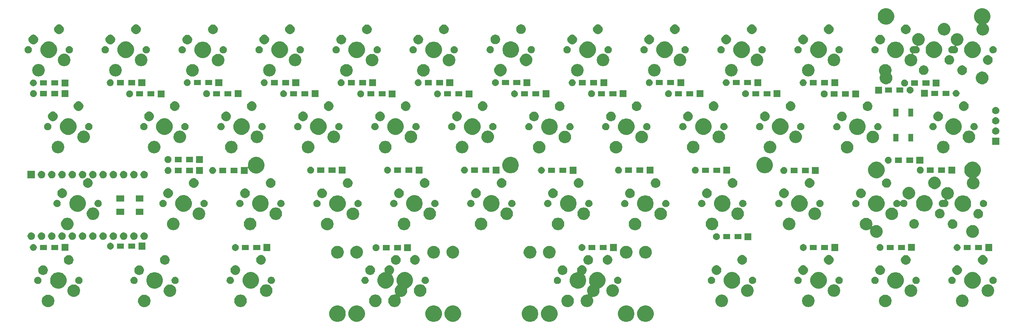
<source format=gbr>
G04 #@! TF.GenerationSoftware,KiCad,Pcbnew,(5.1.4-0-10_14)*
G04 #@! TF.CreationDate,2020-06-13T19:46:11-07:00*
G04 #@! TF.ProjectId,TG4xhotswap,54473478-686f-4747-9377-61702e6b6963,rev?*
G04 #@! TF.SameCoordinates,Original*
G04 #@! TF.FileFunction,Soldermask,Top*
G04 #@! TF.FilePolarity,Negative*
%FSLAX46Y46*%
G04 Gerber Fmt 4.6, Leading zero omitted, Abs format (unit mm)*
G04 Created by KiCad (PCBNEW (5.1.4-0-10_14)) date 2020-06-13 19:46:11*
%MOMM*%
%LPD*%
G04 APERTURE LIST*
%ADD10C,0.100000*%
G04 APERTURE END LIST*
D10*
G36*
X169421474Y-84538684D02*
G01*
X169639474Y-84628983D01*
X169793623Y-84692833D01*
X170128548Y-84916623D01*
X170413377Y-85201452D01*
X170637167Y-85536377D01*
X170637167Y-85536378D01*
X170791316Y-85908526D01*
X170869900Y-86303594D01*
X170869900Y-86706406D01*
X170791316Y-87101474D01*
X170701017Y-87319474D01*
X170637167Y-87473623D01*
X170413377Y-87808548D01*
X170128548Y-88093377D01*
X169793623Y-88317167D01*
X169639474Y-88381017D01*
X169421474Y-88471316D01*
X169026406Y-88549900D01*
X168623594Y-88549900D01*
X168228526Y-88471316D01*
X168010526Y-88381017D01*
X167856377Y-88317167D01*
X167521452Y-88093377D01*
X167236623Y-87808548D01*
X167012833Y-87473623D01*
X166948983Y-87319474D01*
X166858684Y-87101474D01*
X166780100Y-86706406D01*
X166780100Y-86303594D01*
X166858684Y-85908526D01*
X167012833Y-85536378D01*
X167012833Y-85536377D01*
X167236623Y-85201452D01*
X167521452Y-84916623D01*
X167856377Y-84692833D01*
X168010526Y-84628983D01*
X168228526Y-84538684D01*
X168623594Y-84460100D01*
X169026406Y-84460100D01*
X169421474Y-84538684D01*
X169421474Y-84538684D01*
G37*
G36*
X164646474Y-84538684D02*
G01*
X164864474Y-84628983D01*
X165018623Y-84692833D01*
X165353548Y-84916623D01*
X165638377Y-85201452D01*
X165862167Y-85536377D01*
X165862167Y-85536378D01*
X166016316Y-85908526D01*
X166094900Y-86303594D01*
X166094900Y-86706406D01*
X166016316Y-87101474D01*
X165926017Y-87319474D01*
X165862167Y-87473623D01*
X165638377Y-87808548D01*
X165353548Y-88093377D01*
X165018623Y-88317167D01*
X164864474Y-88381017D01*
X164646474Y-88471316D01*
X164251406Y-88549900D01*
X163848594Y-88549900D01*
X163453526Y-88471316D01*
X163235526Y-88381017D01*
X163081377Y-88317167D01*
X162746452Y-88093377D01*
X162461623Y-87808548D01*
X162237833Y-87473623D01*
X162173983Y-87319474D01*
X162083684Y-87101474D01*
X162005100Y-86706406D01*
X162005100Y-86303594D01*
X162083684Y-85908526D01*
X162237833Y-85536378D01*
X162237833Y-85536377D01*
X162461623Y-85201452D01*
X162746452Y-84916623D01*
X163081377Y-84692833D01*
X163235526Y-84628983D01*
X163453526Y-84538684D01*
X163848594Y-84460100D01*
X164251406Y-84460100D01*
X164646474Y-84538684D01*
X164646474Y-84538684D01*
G37*
G36*
X145621474Y-84538684D02*
G01*
X145839474Y-84628983D01*
X145993623Y-84692833D01*
X146328548Y-84916623D01*
X146613377Y-85201452D01*
X146837167Y-85536377D01*
X146837167Y-85536378D01*
X146991316Y-85908526D01*
X147069900Y-86303594D01*
X147069900Y-86706406D01*
X146991316Y-87101474D01*
X146901017Y-87319474D01*
X146837167Y-87473623D01*
X146613377Y-87808548D01*
X146328548Y-88093377D01*
X145993623Y-88317167D01*
X145839474Y-88381017D01*
X145621474Y-88471316D01*
X145226406Y-88549900D01*
X144823594Y-88549900D01*
X144428526Y-88471316D01*
X144210526Y-88381017D01*
X144056377Y-88317167D01*
X143721452Y-88093377D01*
X143436623Y-87808548D01*
X143212833Y-87473623D01*
X143148983Y-87319474D01*
X143058684Y-87101474D01*
X142980100Y-86706406D01*
X142980100Y-86303594D01*
X143058684Y-85908526D01*
X143212833Y-85536378D01*
X143212833Y-85536377D01*
X143436623Y-85201452D01*
X143721452Y-84916623D01*
X144056377Y-84692833D01*
X144210526Y-84628983D01*
X144428526Y-84538684D01*
X144823594Y-84460100D01*
X145226406Y-84460100D01*
X145621474Y-84538684D01*
X145621474Y-84538684D01*
G37*
G36*
X140846474Y-84538684D02*
G01*
X141064474Y-84628983D01*
X141218623Y-84692833D01*
X141553548Y-84916623D01*
X141838377Y-85201452D01*
X142062167Y-85536377D01*
X142062167Y-85536378D01*
X142216316Y-85908526D01*
X142294900Y-86303594D01*
X142294900Y-86706406D01*
X142216316Y-87101474D01*
X142126017Y-87319474D01*
X142062167Y-87473623D01*
X141838377Y-87808548D01*
X141553548Y-88093377D01*
X141218623Y-88317167D01*
X141064474Y-88381017D01*
X140846474Y-88471316D01*
X140451406Y-88549900D01*
X140048594Y-88549900D01*
X139653526Y-88471316D01*
X139435526Y-88381017D01*
X139281377Y-88317167D01*
X138946452Y-88093377D01*
X138661623Y-87808548D01*
X138437833Y-87473623D01*
X138373983Y-87319474D01*
X138283684Y-87101474D01*
X138205100Y-86706406D01*
X138205100Y-86303594D01*
X138283684Y-85908526D01*
X138437833Y-85536378D01*
X138437833Y-85536377D01*
X138661623Y-85201452D01*
X138946452Y-84916623D01*
X139281377Y-84692833D01*
X139435526Y-84628983D01*
X139653526Y-84538684D01*
X140048594Y-84460100D01*
X140451406Y-84460100D01*
X140846474Y-84538684D01*
X140846474Y-84538684D01*
G37*
G36*
X116996474Y-84538684D02*
G01*
X117214474Y-84628983D01*
X117368623Y-84692833D01*
X117703548Y-84916623D01*
X117988377Y-85201452D01*
X118212167Y-85536377D01*
X118212167Y-85536378D01*
X118366316Y-85908526D01*
X118444900Y-86303594D01*
X118444900Y-86706406D01*
X118366316Y-87101474D01*
X118276017Y-87319474D01*
X118212167Y-87473623D01*
X117988377Y-87808548D01*
X117703548Y-88093377D01*
X117368623Y-88317167D01*
X117214474Y-88381017D01*
X116996474Y-88471316D01*
X116601406Y-88549900D01*
X116198594Y-88549900D01*
X115803526Y-88471316D01*
X115585526Y-88381017D01*
X115431377Y-88317167D01*
X115096452Y-88093377D01*
X114811623Y-87808548D01*
X114587833Y-87473623D01*
X114523983Y-87319474D01*
X114433684Y-87101474D01*
X114355100Y-86706406D01*
X114355100Y-86303594D01*
X114433684Y-85908526D01*
X114587833Y-85536378D01*
X114587833Y-85536377D01*
X114811623Y-85201452D01*
X115096452Y-84916623D01*
X115431377Y-84692833D01*
X115585526Y-84628983D01*
X115803526Y-84538684D01*
X116198594Y-84460100D01*
X116601406Y-84460100D01*
X116996474Y-84538684D01*
X116996474Y-84538684D01*
G37*
G36*
X93196474Y-84538684D02*
G01*
X93414474Y-84628983D01*
X93568623Y-84692833D01*
X93903548Y-84916623D01*
X94188377Y-85201452D01*
X94412167Y-85536377D01*
X94412167Y-85536378D01*
X94566316Y-85908526D01*
X94644900Y-86303594D01*
X94644900Y-86706406D01*
X94566316Y-87101474D01*
X94476017Y-87319474D01*
X94412167Y-87473623D01*
X94188377Y-87808548D01*
X93903548Y-88093377D01*
X93568623Y-88317167D01*
X93414474Y-88381017D01*
X93196474Y-88471316D01*
X92801406Y-88549900D01*
X92398594Y-88549900D01*
X92003526Y-88471316D01*
X91785526Y-88381017D01*
X91631377Y-88317167D01*
X91296452Y-88093377D01*
X91011623Y-87808548D01*
X90787833Y-87473623D01*
X90723983Y-87319474D01*
X90633684Y-87101474D01*
X90555100Y-86706406D01*
X90555100Y-86303594D01*
X90633684Y-85908526D01*
X90787833Y-85536378D01*
X90787833Y-85536377D01*
X91011623Y-85201452D01*
X91296452Y-84916623D01*
X91631377Y-84692833D01*
X91785526Y-84628983D01*
X92003526Y-84538684D01*
X92398594Y-84460100D01*
X92801406Y-84460100D01*
X93196474Y-84538684D01*
X93196474Y-84538684D01*
G37*
G36*
X121741874Y-84520684D02*
G01*
X121959874Y-84610983D01*
X122114023Y-84674833D01*
X122448948Y-84898623D01*
X122733777Y-85183452D01*
X122957567Y-85518377D01*
X122965023Y-85536378D01*
X123111716Y-85890526D01*
X123190300Y-86285594D01*
X123190300Y-86688406D01*
X123111716Y-87083474D01*
X123021417Y-87301474D01*
X122957567Y-87455623D01*
X122733777Y-87790548D01*
X122448948Y-88075377D01*
X122114023Y-88299167D01*
X121959874Y-88363017D01*
X121741874Y-88453316D01*
X121346806Y-88531900D01*
X120943994Y-88531900D01*
X120548926Y-88453316D01*
X120330926Y-88363017D01*
X120176777Y-88299167D01*
X119841852Y-88075377D01*
X119557023Y-87790548D01*
X119333233Y-87455623D01*
X119269383Y-87301474D01*
X119179084Y-87083474D01*
X119100500Y-86688406D01*
X119100500Y-86285594D01*
X119179084Y-85890526D01*
X119325777Y-85536378D01*
X119333233Y-85518377D01*
X119557023Y-85183452D01*
X119841852Y-84898623D01*
X120176777Y-84674833D01*
X120330926Y-84610983D01*
X120548926Y-84520684D01*
X120943994Y-84442100D01*
X121346806Y-84442100D01*
X121741874Y-84520684D01*
X121741874Y-84520684D01*
G37*
G36*
X97941874Y-84520684D02*
G01*
X98159874Y-84610983D01*
X98314023Y-84674833D01*
X98648948Y-84898623D01*
X98933777Y-85183452D01*
X99157567Y-85518377D01*
X99165023Y-85536378D01*
X99311716Y-85890526D01*
X99390300Y-86285594D01*
X99390300Y-86688406D01*
X99311716Y-87083474D01*
X99221417Y-87301474D01*
X99157567Y-87455623D01*
X98933777Y-87790548D01*
X98648948Y-88075377D01*
X98314023Y-88299167D01*
X98159874Y-88363017D01*
X97941874Y-88453316D01*
X97546806Y-88531900D01*
X97143994Y-88531900D01*
X96748926Y-88453316D01*
X96530926Y-88363017D01*
X96376777Y-88299167D01*
X96041852Y-88075377D01*
X95757023Y-87790548D01*
X95533233Y-87455623D01*
X95469383Y-87301474D01*
X95379084Y-87083474D01*
X95300500Y-86688406D01*
X95300500Y-86285594D01*
X95379084Y-85890526D01*
X95525777Y-85536378D01*
X95533233Y-85518377D01*
X95757023Y-85183452D01*
X96041852Y-84898623D01*
X96376777Y-84674833D01*
X96530926Y-84610983D01*
X96748926Y-84520684D01*
X97143994Y-84442100D01*
X97546806Y-84442100D01*
X97941874Y-84520684D01*
X97941874Y-84520684D01*
G37*
G36*
X228470785Y-81816202D02*
G01*
X228620610Y-81846004D01*
X228902874Y-81962921D01*
X229156905Y-82132659D01*
X229372941Y-82348695D01*
X229542679Y-82602726D01*
X229659596Y-82884990D01*
X229659596Y-82884991D01*
X229714148Y-83159239D01*
X229719200Y-83184640D01*
X229719200Y-83490160D01*
X229659596Y-83789810D01*
X229542679Y-84072074D01*
X229372941Y-84326105D01*
X229156905Y-84542141D01*
X228902874Y-84711879D01*
X228620610Y-84828796D01*
X228470785Y-84858598D01*
X228320961Y-84888400D01*
X228015439Y-84888400D01*
X227865615Y-84858598D01*
X227715790Y-84828796D01*
X227433526Y-84711879D01*
X227179495Y-84542141D01*
X226963459Y-84326105D01*
X226793721Y-84072074D01*
X226676804Y-83789810D01*
X226617200Y-83490160D01*
X226617200Y-83184640D01*
X226622253Y-83159239D01*
X226676804Y-82884991D01*
X226676804Y-82884990D01*
X226793721Y-82602726D01*
X226963459Y-82348695D01*
X227179495Y-82132659D01*
X227433526Y-81962921D01*
X227715790Y-81846004D01*
X227865615Y-81816202D01*
X228015439Y-81786400D01*
X228320961Y-81786400D01*
X228470785Y-81816202D01*
X228470785Y-81816202D01*
G37*
G36*
X149870485Y-81816202D02*
G01*
X150020310Y-81846004D01*
X150302574Y-81962921D01*
X150556605Y-82132659D01*
X150772641Y-82348695D01*
X150942379Y-82602726D01*
X151059296Y-82884990D01*
X151059296Y-82884991D01*
X151113848Y-83159239D01*
X151118900Y-83184640D01*
X151118900Y-83490160D01*
X151059296Y-83789810D01*
X150942379Y-84072074D01*
X150772641Y-84326105D01*
X150556605Y-84542141D01*
X150302574Y-84711879D01*
X150020310Y-84828796D01*
X149870485Y-84858598D01*
X149720661Y-84888400D01*
X149415139Y-84888400D01*
X149265315Y-84858598D01*
X149115490Y-84828796D01*
X148833226Y-84711879D01*
X148579195Y-84542141D01*
X148363159Y-84326105D01*
X148193421Y-84072074D01*
X148076504Y-83789810D01*
X148016900Y-83490160D01*
X148016900Y-83184640D01*
X148021953Y-83159239D01*
X148076504Y-82884991D01*
X148076504Y-82884990D01*
X148193421Y-82602726D01*
X148363159Y-82348695D01*
X148579195Y-82132659D01*
X148833226Y-81962921D01*
X149115490Y-81846004D01*
X149265315Y-81816202D01*
X149415139Y-81786400D01*
X149720661Y-81786400D01*
X149870485Y-81816202D01*
X149870485Y-81816202D01*
G37*
G36*
X45108185Y-81816202D02*
G01*
X45258010Y-81846004D01*
X45540274Y-81962921D01*
X45794305Y-82132659D01*
X46010341Y-82348695D01*
X46180079Y-82602726D01*
X46296996Y-82884990D01*
X46296996Y-82884991D01*
X46351548Y-83159239D01*
X46356600Y-83184640D01*
X46356600Y-83490160D01*
X46296996Y-83789810D01*
X46180079Y-84072074D01*
X46010341Y-84326105D01*
X45794305Y-84542141D01*
X45540274Y-84711879D01*
X45258010Y-84828796D01*
X45108185Y-84858598D01*
X44958361Y-84888400D01*
X44652839Y-84888400D01*
X44503015Y-84858598D01*
X44353190Y-84828796D01*
X44070926Y-84711879D01*
X43816895Y-84542141D01*
X43600859Y-84326105D01*
X43431121Y-84072074D01*
X43314204Y-83789810D01*
X43254600Y-83490160D01*
X43254600Y-83184640D01*
X43259653Y-83159239D01*
X43314204Y-82884991D01*
X43314204Y-82884990D01*
X43431121Y-82602726D01*
X43600859Y-82348695D01*
X43816895Y-82132659D01*
X44070926Y-81962921D01*
X44353190Y-81846004D01*
X44503015Y-81816202D01*
X44652839Y-81786400D01*
X44958361Y-81786400D01*
X45108185Y-81816202D01*
X45108185Y-81816202D01*
G37*
G36*
X21308385Y-81816202D02*
G01*
X21458210Y-81846004D01*
X21740474Y-81962921D01*
X21994505Y-82132659D01*
X22210541Y-82348695D01*
X22380279Y-82602726D01*
X22497196Y-82884990D01*
X22497196Y-82884991D01*
X22551748Y-83159239D01*
X22556800Y-83184640D01*
X22556800Y-83490160D01*
X22497196Y-83789810D01*
X22380279Y-84072074D01*
X22210541Y-84326105D01*
X21994505Y-84542141D01*
X21740474Y-84711879D01*
X21458210Y-84828796D01*
X21308385Y-84858598D01*
X21158561Y-84888400D01*
X20853039Y-84888400D01*
X20703215Y-84858598D01*
X20553390Y-84828796D01*
X20271126Y-84711879D01*
X20017095Y-84542141D01*
X19801059Y-84326105D01*
X19631321Y-84072074D01*
X19514404Y-83789810D01*
X19454800Y-83490160D01*
X19454800Y-83184640D01*
X19459853Y-83159239D01*
X19514404Y-82884991D01*
X19514404Y-82884990D01*
X19631321Y-82602726D01*
X19801059Y-82348695D01*
X20017095Y-82132659D01*
X20271126Y-81962921D01*
X20553390Y-81846004D01*
X20703215Y-81816202D01*
X20853039Y-81786400D01*
X21158561Y-81786400D01*
X21308385Y-81816202D01*
X21308385Y-81816202D01*
G37*
G36*
X102270885Y-81803502D02*
G01*
X102420710Y-81833304D01*
X102702974Y-81950221D01*
X102957005Y-82119959D01*
X103173041Y-82335995D01*
X103342779Y-82590026D01*
X103459696Y-82872290D01*
X103519300Y-83171940D01*
X103519300Y-83477460D01*
X103459696Y-83777110D01*
X103342779Y-84059374D01*
X103173041Y-84313405D01*
X102957005Y-84529441D01*
X102702974Y-84699179D01*
X102420710Y-84816096D01*
X102270885Y-84845898D01*
X102121061Y-84875700D01*
X101815539Y-84875700D01*
X101665715Y-84845898D01*
X101515890Y-84816096D01*
X101233626Y-84699179D01*
X100979595Y-84529441D01*
X100763559Y-84313405D01*
X100593821Y-84059374D01*
X100476904Y-83777110D01*
X100417300Y-83477460D01*
X100417300Y-83171940D01*
X100476904Y-82872290D01*
X100593821Y-82590026D01*
X100763559Y-82335995D01*
X100979595Y-82119959D01*
X101233626Y-81950221D01*
X101515890Y-81833304D01*
X101665715Y-81803502D01*
X101815539Y-81773700D01*
X102121061Y-81773700D01*
X102270885Y-81803502D01*
X102270885Y-81803502D01*
G37*
G36*
X247497167Y-81786104D02*
G01*
X247670610Y-81820604D01*
X247952874Y-81937521D01*
X248206905Y-82107259D01*
X248422941Y-82323295D01*
X248592679Y-82577326D01*
X248709596Y-82859590D01*
X248739398Y-83009415D01*
X248769200Y-83159239D01*
X248769200Y-83464761D01*
X248739398Y-83614585D01*
X248709596Y-83764410D01*
X248592679Y-84046674D01*
X248422941Y-84300705D01*
X248206905Y-84516741D01*
X247952874Y-84686479D01*
X247670610Y-84803396D01*
X247542915Y-84828796D01*
X247370961Y-84863000D01*
X247065439Y-84863000D01*
X246893485Y-84828796D01*
X246765790Y-84803396D01*
X246483526Y-84686479D01*
X246229495Y-84516741D01*
X246013459Y-84300705D01*
X245843721Y-84046674D01*
X245726804Y-83764410D01*
X245697002Y-83614585D01*
X245667200Y-83464761D01*
X245667200Y-83159239D01*
X245697002Y-83009415D01*
X245726804Y-82859590D01*
X245843721Y-82577326D01*
X246013459Y-82323295D01*
X246229495Y-82107259D01*
X246483526Y-81937521D01*
X246765790Y-81820604D01*
X246939233Y-81786104D01*
X247065439Y-81761000D01*
X247370961Y-81761000D01*
X247497167Y-81786104D01*
X247497167Y-81786104D01*
G37*
G36*
X209397167Y-81786104D02*
G01*
X209570610Y-81820604D01*
X209852874Y-81937521D01*
X210106905Y-82107259D01*
X210322941Y-82323295D01*
X210492679Y-82577326D01*
X210609596Y-82859590D01*
X210639398Y-83009415D01*
X210669200Y-83159239D01*
X210669200Y-83464761D01*
X210639398Y-83614585D01*
X210609596Y-83764410D01*
X210492679Y-84046674D01*
X210322941Y-84300705D01*
X210106905Y-84516741D01*
X209852874Y-84686479D01*
X209570610Y-84803396D01*
X209442915Y-84828796D01*
X209270961Y-84863000D01*
X208965439Y-84863000D01*
X208793485Y-84828796D01*
X208665790Y-84803396D01*
X208383526Y-84686479D01*
X208129495Y-84516741D01*
X207913459Y-84300705D01*
X207743721Y-84046674D01*
X207626804Y-83764410D01*
X207597002Y-83614585D01*
X207567200Y-83464761D01*
X207567200Y-83159239D01*
X207597002Y-83009415D01*
X207626804Y-82859590D01*
X207743721Y-82577326D01*
X207913459Y-82323295D01*
X208129495Y-82107259D01*
X208383526Y-81937521D01*
X208665790Y-81820604D01*
X208839233Y-81786104D01*
X208965439Y-81761000D01*
X209270961Y-81761000D01*
X209397167Y-81786104D01*
X209397167Y-81786104D01*
G37*
G36*
X157492274Y-76265684D02*
G01*
X157710274Y-76355983D01*
X157864423Y-76419833D01*
X158199348Y-76643623D01*
X158484177Y-76928452D01*
X158707967Y-77263377D01*
X158771817Y-77417526D01*
X158862116Y-77635526D01*
X158940700Y-78030594D01*
X158940700Y-78433406D01*
X158862116Y-78828474D01*
X158778122Y-79031253D01*
X158707967Y-79200623D01*
X158484177Y-79535548D01*
X158199348Y-79820377D01*
X157864423Y-80044167D01*
X157699294Y-80112565D01*
X157483433Y-80201978D01*
X157461822Y-80213529D01*
X157442880Y-80229074D01*
X157427335Y-80248016D01*
X157415784Y-80269627D01*
X157408671Y-80293076D01*
X157406269Y-80317462D01*
X157408671Y-80341848D01*
X157463848Y-80619239D01*
X157468900Y-80644640D01*
X157468900Y-80950160D01*
X157409296Y-81249810D01*
X157292379Y-81532074D01*
X157122641Y-81786105D01*
X156906605Y-82002141D01*
X156652574Y-82171879D01*
X156370310Y-82288796D01*
X156220485Y-82318598D01*
X156070661Y-82348400D01*
X155811171Y-82348400D01*
X155786785Y-82350802D01*
X155763336Y-82357915D01*
X155741725Y-82369466D01*
X155722783Y-82385011D01*
X155707238Y-82403953D01*
X155695687Y-82425564D01*
X155688574Y-82449013D01*
X155686172Y-82473399D01*
X155688574Y-82497785D01*
X155695687Y-82521234D01*
X155707237Y-82542841D01*
X155730279Y-82577326D01*
X155847196Y-82859590D01*
X155876998Y-83009415D01*
X155906800Y-83159239D01*
X155906800Y-83464761D01*
X155876998Y-83614585D01*
X155847196Y-83764410D01*
X155730279Y-84046674D01*
X155560541Y-84300705D01*
X155344505Y-84516741D01*
X155090474Y-84686479D01*
X154808210Y-84803396D01*
X154680515Y-84828796D01*
X154508561Y-84863000D01*
X154203039Y-84863000D01*
X154031085Y-84828796D01*
X153903390Y-84803396D01*
X153621126Y-84686479D01*
X153367095Y-84516741D01*
X153151059Y-84300705D01*
X152981321Y-84046674D01*
X152864404Y-83764410D01*
X152834602Y-83614585D01*
X152804800Y-83464761D01*
X152804800Y-83159239D01*
X152834602Y-83009415D01*
X152864404Y-82859590D01*
X152981321Y-82577326D01*
X153151059Y-82323295D01*
X153367095Y-82107259D01*
X153621126Y-81937521D01*
X153903390Y-81820604D01*
X154076833Y-81786104D01*
X154203039Y-81761000D01*
X154462529Y-81761000D01*
X154486915Y-81758598D01*
X154510364Y-81751485D01*
X154531975Y-81739934D01*
X154550917Y-81724389D01*
X154566462Y-81705447D01*
X154578013Y-81683836D01*
X154585126Y-81660387D01*
X154587528Y-81636001D01*
X154585126Y-81611615D01*
X154578013Y-81588166D01*
X154566463Y-81566559D01*
X154543421Y-81532074D01*
X154426504Y-81249810D01*
X154366900Y-80950160D01*
X154366900Y-80644640D01*
X154371953Y-80619239D01*
X154426504Y-80344991D01*
X154426504Y-80344990D01*
X154543421Y-80062726D01*
X154713159Y-79808695D01*
X154929195Y-79592659D01*
X155113134Y-79469755D01*
X155132071Y-79454213D01*
X155147616Y-79435271D01*
X155159167Y-79413661D01*
X155166280Y-79390212D01*
X155168682Y-79365826D01*
X155166280Y-79341440D01*
X155159167Y-79317991D01*
X155147616Y-79296380D01*
X155137075Y-79280604D01*
X155083633Y-79200623D01*
X155013478Y-79031253D01*
X154929484Y-78828474D01*
X154850900Y-78433406D01*
X154850900Y-78030594D01*
X154929484Y-77635526D01*
X155019783Y-77417526D01*
X155083633Y-77263377D01*
X155307423Y-76928452D01*
X155592252Y-76643623D01*
X155927177Y-76419833D01*
X156081326Y-76355983D01*
X156299326Y-76265684D01*
X156694394Y-76187100D01*
X157097206Y-76187100D01*
X157492274Y-76265684D01*
X157492274Y-76265684D01*
G37*
G36*
X109841874Y-76265684D02*
G01*
X110059874Y-76355983D01*
X110214023Y-76419833D01*
X110548948Y-76643623D01*
X110833777Y-76928452D01*
X111057567Y-77263377D01*
X111121417Y-77417526D01*
X111211716Y-77635526D01*
X111290300Y-78030594D01*
X111290300Y-78433406D01*
X111211716Y-78828474D01*
X111127722Y-79031253D01*
X111057567Y-79200623D01*
X110833777Y-79535548D01*
X110548948Y-79820377D01*
X110214023Y-80044167D01*
X110064040Y-80106292D01*
X109882300Y-80181571D01*
X109860689Y-80193122D01*
X109841747Y-80208667D01*
X109826202Y-80227609D01*
X109814651Y-80249220D01*
X109807538Y-80272669D01*
X109805136Y-80297055D01*
X109807538Y-80321441D01*
X109809696Y-80332290D01*
X109869300Y-80631940D01*
X109869300Y-80937460D01*
X109809696Y-81237110D01*
X109692779Y-81519374D01*
X109523041Y-81773405D01*
X109307005Y-81989441D01*
X109052974Y-82159179D01*
X108770710Y-82276096D01*
X108620885Y-82305898D01*
X108471061Y-82335700D01*
X108154296Y-82335700D01*
X108152095Y-82335484D01*
X108127710Y-82337895D01*
X108104263Y-82345017D01*
X108082657Y-82356576D01*
X108063721Y-82372128D01*
X108048183Y-82391076D01*
X108036639Y-82412691D01*
X108029535Y-82436142D01*
X108027142Y-82460529D01*
X108029553Y-82484914D01*
X108036675Y-82508361D01*
X108048203Y-82529919D01*
X108079879Y-82577326D01*
X108196796Y-82859590D01*
X108226598Y-83009415D01*
X108256400Y-83159239D01*
X108256400Y-83464761D01*
X108226598Y-83614585D01*
X108196796Y-83764410D01*
X108079879Y-84046674D01*
X107910141Y-84300705D01*
X107694105Y-84516741D01*
X107440074Y-84686479D01*
X107157810Y-84803396D01*
X107030115Y-84828796D01*
X106858161Y-84863000D01*
X106552639Y-84863000D01*
X106380685Y-84828796D01*
X106252990Y-84803396D01*
X105970726Y-84686479D01*
X105716695Y-84516741D01*
X105500659Y-84300705D01*
X105330921Y-84046674D01*
X105214004Y-83764410D01*
X105184202Y-83614585D01*
X105154400Y-83464761D01*
X105154400Y-83159239D01*
X105184202Y-83009415D01*
X105214004Y-82859590D01*
X105330921Y-82577326D01*
X105500659Y-82323295D01*
X105716695Y-82107259D01*
X105970726Y-81937521D01*
X106252990Y-81820604D01*
X106426433Y-81786104D01*
X106552639Y-81761000D01*
X106869404Y-81761000D01*
X106871605Y-81761216D01*
X106895990Y-81758805D01*
X106919437Y-81751683D01*
X106941043Y-81740124D01*
X106959979Y-81724572D01*
X106975517Y-81705624D01*
X106987061Y-81684009D01*
X106994165Y-81660558D01*
X106996558Y-81636171D01*
X106994147Y-81611786D01*
X106987025Y-81588339D01*
X106975497Y-81566781D01*
X106943821Y-81519374D01*
X106826904Y-81237110D01*
X106767300Y-80937460D01*
X106767300Y-80631940D01*
X106826904Y-80332290D01*
X106943821Y-80050026D01*
X107113559Y-79795995D01*
X107329595Y-79579959D01*
X107472554Y-79484437D01*
X107491485Y-79468901D01*
X107507030Y-79449959D01*
X107518581Y-79428348D01*
X107525694Y-79404899D01*
X107528096Y-79380513D01*
X107525694Y-79356127D01*
X107518581Y-79332678D01*
X107507032Y-79311071D01*
X107433233Y-79200623D01*
X107363078Y-79031253D01*
X107279084Y-78828474D01*
X107200500Y-78433406D01*
X107200500Y-78030594D01*
X107279084Y-77635526D01*
X107369383Y-77417526D01*
X107433233Y-77263377D01*
X107657023Y-76928452D01*
X107941852Y-76643623D01*
X108276777Y-76419833D01*
X108430926Y-76355983D01*
X108648926Y-76265684D01*
X109043994Y-76187100D01*
X109446806Y-76187100D01*
X109841874Y-76265684D01*
X109841874Y-76265684D01*
G37*
G36*
X68884367Y-81786104D02*
G01*
X69057810Y-81820604D01*
X69340074Y-81937521D01*
X69594105Y-82107259D01*
X69810141Y-82323295D01*
X69979879Y-82577326D01*
X70096796Y-82859590D01*
X70126598Y-83009415D01*
X70156400Y-83159239D01*
X70156400Y-83464761D01*
X70126598Y-83614585D01*
X70096796Y-83764410D01*
X69979879Y-84046674D01*
X69810141Y-84300705D01*
X69594105Y-84516741D01*
X69340074Y-84686479D01*
X69057810Y-84803396D01*
X68930115Y-84828796D01*
X68758161Y-84863000D01*
X68452639Y-84863000D01*
X68280685Y-84828796D01*
X68152990Y-84803396D01*
X67870726Y-84686479D01*
X67616695Y-84516741D01*
X67400659Y-84300705D01*
X67230921Y-84046674D01*
X67114004Y-83764410D01*
X67084202Y-83614585D01*
X67054400Y-83464761D01*
X67054400Y-83159239D01*
X67084202Y-83009415D01*
X67114004Y-82859590D01*
X67230921Y-82577326D01*
X67400659Y-82323295D01*
X67616695Y-82107259D01*
X67870726Y-81937521D01*
X68152990Y-81820604D01*
X68326433Y-81786104D01*
X68452639Y-81761000D01*
X68758161Y-81761000D01*
X68884367Y-81786104D01*
X68884367Y-81786104D01*
G37*
G36*
X187959567Y-81786104D02*
G01*
X188133010Y-81820604D01*
X188415274Y-81937521D01*
X188669305Y-82107259D01*
X188885341Y-82323295D01*
X189055079Y-82577326D01*
X189171996Y-82859590D01*
X189201798Y-83009415D01*
X189231600Y-83159239D01*
X189231600Y-83464761D01*
X189201798Y-83614585D01*
X189171996Y-83764410D01*
X189055079Y-84046674D01*
X188885341Y-84300705D01*
X188669305Y-84516741D01*
X188415274Y-84686479D01*
X188133010Y-84803396D01*
X188005315Y-84828796D01*
X187833361Y-84863000D01*
X187527839Y-84863000D01*
X187355885Y-84828796D01*
X187228190Y-84803396D01*
X186945926Y-84686479D01*
X186691895Y-84516741D01*
X186475859Y-84300705D01*
X186306121Y-84046674D01*
X186189204Y-83764410D01*
X186159402Y-83614585D01*
X186129600Y-83464761D01*
X186129600Y-83159239D01*
X186159402Y-83009415D01*
X186189204Y-82859590D01*
X186306121Y-82577326D01*
X186475859Y-82323295D01*
X186691895Y-82107259D01*
X186945926Y-81937521D01*
X187228190Y-81820604D01*
X187401633Y-81786104D01*
X187527839Y-81761000D01*
X187833361Y-81761000D01*
X187959567Y-81786104D01*
X187959567Y-81786104D01*
G37*
G36*
X27658385Y-79276202D02*
G01*
X27808210Y-79306004D01*
X28090474Y-79422921D01*
X28344505Y-79592659D01*
X28560541Y-79808695D01*
X28730279Y-80062726D01*
X28847196Y-80344990D01*
X28847196Y-80344991D01*
X28901748Y-80619239D01*
X28906800Y-80644640D01*
X28906800Y-80950160D01*
X28847196Y-81249810D01*
X28730279Y-81532074D01*
X28560541Y-81786105D01*
X28344505Y-82002141D01*
X28090474Y-82171879D01*
X27808210Y-82288796D01*
X27658385Y-82318598D01*
X27508561Y-82348400D01*
X27203039Y-82348400D01*
X27053215Y-82318598D01*
X26903390Y-82288796D01*
X26621126Y-82171879D01*
X26367095Y-82002141D01*
X26151059Y-81786105D01*
X25981321Y-81532074D01*
X25864404Y-81249810D01*
X25804800Y-80950160D01*
X25804800Y-80644640D01*
X25809853Y-80619239D01*
X25864404Y-80344991D01*
X25864404Y-80344990D01*
X25981321Y-80062726D01*
X26151059Y-79808695D01*
X26367095Y-79592659D01*
X26621126Y-79422921D01*
X26903390Y-79306004D01*
X27053215Y-79276202D01*
X27203039Y-79246400D01*
X27508561Y-79246400D01*
X27658385Y-79276202D01*
X27658385Y-79276202D01*
G37*
G36*
X234820785Y-79276202D02*
G01*
X234970610Y-79306004D01*
X235252874Y-79422921D01*
X235506905Y-79592659D01*
X235722941Y-79808695D01*
X235892679Y-80062726D01*
X236009596Y-80344990D01*
X236009596Y-80344991D01*
X236064148Y-80619239D01*
X236069200Y-80644640D01*
X236069200Y-80950160D01*
X236009596Y-81249810D01*
X235892679Y-81532074D01*
X235722941Y-81786105D01*
X235506905Y-82002141D01*
X235252874Y-82171879D01*
X234970610Y-82288796D01*
X234820785Y-82318598D01*
X234670961Y-82348400D01*
X234365439Y-82348400D01*
X234215615Y-82318598D01*
X234065790Y-82288796D01*
X233783526Y-82171879D01*
X233529495Y-82002141D01*
X233313459Y-81786105D01*
X233143721Y-81532074D01*
X233026804Y-81249810D01*
X232967200Y-80950160D01*
X232967200Y-80644640D01*
X232972253Y-80619239D01*
X233026804Y-80344991D01*
X233026804Y-80344990D01*
X233143721Y-80062726D01*
X233313459Y-79808695D01*
X233529495Y-79592659D01*
X233783526Y-79422921D01*
X234065790Y-79306004D01*
X234215615Y-79276202D01*
X234365439Y-79246400D01*
X234670961Y-79246400D01*
X234820785Y-79276202D01*
X234820785Y-79276202D01*
G37*
G36*
X51458185Y-79276202D02*
G01*
X51608010Y-79306004D01*
X51890274Y-79422921D01*
X52144305Y-79592659D01*
X52360341Y-79808695D01*
X52530079Y-80062726D01*
X52646996Y-80344990D01*
X52646996Y-80344991D01*
X52701548Y-80619239D01*
X52706600Y-80644640D01*
X52706600Y-80950160D01*
X52646996Y-81249810D01*
X52530079Y-81532074D01*
X52360341Y-81786105D01*
X52144305Y-82002141D01*
X51890274Y-82171879D01*
X51608010Y-82288796D01*
X51458185Y-82318598D01*
X51308361Y-82348400D01*
X51002839Y-82348400D01*
X50853015Y-82318598D01*
X50703190Y-82288796D01*
X50420926Y-82171879D01*
X50166895Y-82002141D01*
X49950859Y-81786105D01*
X49781121Y-81532074D01*
X49664204Y-81249810D01*
X49604600Y-80950160D01*
X49604600Y-80644640D01*
X49609653Y-80619239D01*
X49664204Y-80344991D01*
X49664204Y-80344990D01*
X49781121Y-80062726D01*
X49950859Y-79808695D01*
X50166895Y-79592659D01*
X50420926Y-79422921D01*
X50703190Y-79306004D01*
X50853015Y-79276202D01*
X51002839Y-79246400D01*
X51308361Y-79246400D01*
X51458185Y-79276202D01*
X51458185Y-79276202D01*
G37*
G36*
X75235855Y-79246400D02*
G01*
X75407810Y-79280604D01*
X75690074Y-79397521D01*
X75944105Y-79567259D01*
X76160141Y-79783295D01*
X76329879Y-80037326D01*
X76446796Y-80319590D01*
X76476598Y-80469415D01*
X76506400Y-80619239D01*
X76506400Y-80924761D01*
X76476598Y-81074585D01*
X76446796Y-81224410D01*
X76329879Y-81506674D01*
X76160141Y-81760705D01*
X75944105Y-81976741D01*
X75690074Y-82146479D01*
X75407810Y-82263396D01*
X75280115Y-82288796D01*
X75108161Y-82323000D01*
X74802639Y-82323000D01*
X74630685Y-82288796D01*
X74502990Y-82263396D01*
X74220726Y-82146479D01*
X73966695Y-81976741D01*
X73750659Y-81760705D01*
X73580921Y-81506674D01*
X73464004Y-81224410D01*
X73434202Y-81074585D01*
X73404400Y-80924761D01*
X73404400Y-80619239D01*
X73434202Y-80469415D01*
X73464004Y-80319590D01*
X73580921Y-80037326D01*
X73750659Y-79783295D01*
X73966695Y-79567259D01*
X74220726Y-79397521D01*
X74502990Y-79280604D01*
X74674945Y-79246400D01*
X74802639Y-79221000D01*
X75108161Y-79221000D01*
X75235855Y-79246400D01*
X75235855Y-79246400D01*
G37*
G36*
X194311055Y-79246400D02*
G01*
X194483010Y-79280604D01*
X194765274Y-79397521D01*
X195019305Y-79567259D01*
X195235341Y-79783295D01*
X195405079Y-80037326D01*
X195521996Y-80319590D01*
X195551798Y-80469415D01*
X195581600Y-80619239D01*
X195581600Y-80924761D01*
X195551798Y-81074585D01*
X195521996Y-81224410D01*
X195405079Y-81506674D01*
X195235341Y-81760705D01*
X195019305Y-81976741D01*
X194765274Y-82146479D01*
X194483010Y-82263396D01*
X194355315Y-82288796D01*
X194183361Y-82323000D01*
X193877839Y-82323000D01*
X193705885Y-82288796D01*
X193578190Y-82263396D01*
X193295926Y-82146479D01*
X193041895Y-81976741D01*
X192825859Y-81760705D01*
X192656121Y-81506674D01*
X192539204Y-81224410D01*
X192509402Y-81074585D01*
X192479600Y-80924761D01*
X192479600Y-80619239D01*
X192509402Y-80469415D01*
X192539204Y-80319590D01*
X192656121Y-80037326D01*
X192825859Y-79783295D01*
X193041895Y-79567259D01*
X193295926Y-79397521D01*
X193578190Y-79280604D01*
X193750145Y-79246400D01*
X193877839Y-79221000D01*
X194183361Y-79221000D01*
X194311055Y-79246400D01*
X194311055Y-79246400D01*
G37*
G36*
X215748655Y-79246400D02*
G01*
X215920610Y-79280604D01*
X216202874Y-79397521D01*
X216456905Y-79567259D01*
X216672941Y-79783295D01*
X216842679Y-80037326D01*
X216959596Y-80319590D01*
X216989398Y-80469415D01*
X217019200Y-80619239D01*
X217019200Y-80924761D01*
X216989398Y-81074585D01*
X216959596Y-81224410D01*
X216842679Y-81506674D01*
X216672941Y-81760705D01*
X216456905Y-81976741D01*
X216202874Y-82146479D01*
X215920610Y-82263396D01*
X215792915Y-82288796D01*
X215620961Y-82323000D01*
X215315439Y-82323000D01*
X215143485Y-82288796D01*
X215015790Y-82263396D01*
X214733526Y-82146479D01*
X214479495Y-81976741D01*
X214263459Y-81760705D01*
X214093721Y-81506674D01*
X213976804Y-81224410D01*
X213947002Y-81074585D01*
X213917200Y-80924761D01*
X213917200Y-80619239D01*
X213947002Y-80469415D01*
X213976804Y-80319590D01*
X214093721Y-80037326D01*
X214263459Y-79783295D01*
X214479495Y-79567259D01*
X214733526Y-79397521D01*
X215015790Y-79280604D01*
X215187745Y-79246400D01*
X215315439Y-79221000D01*
X215620961Y-79221000D01*
X215748655Y-79246400D01*
X215748655Y-79246400D01*
G37*
G36*
X253848655Y-79246400D02*
G01*
X254020610Y-79280604D01*
X254302874Y-79397521D01*
X254556905Y-79567259D01*
X254772941Y-79783295D01*
X254942679Y-80037326D01*
X255059596Y-80319590D01*
X255089398Y-80469415D01*
X255119200Y-80619239D01*
X255119200Y-80924761D01*
X255089398Y-81074585D01*
X255059596Y-81224410D01*
X254942679Y-81506674D01*
X254772941Y-81760705D01*
X254556905Y-81976741D01*
X254302874Y-82146479D01*
X254020610Y-82263396D01*
X253892915Y-82288796D01*
X253720961Y-82323000D01*
X253415439Y-82323000D01*
X253243485Y-82288796D01*
X253115790Y-82263396D01*
X252833526Y-82146479D01*
X252579495Y-81976741D01*
X252363459Y-81760705D01*
X252193721Y-81506674D01*
X252076804Y-81224410D01*
X252047002Y-81074585D01*
X252017200Y-80924761D01*
X252017200Y-80619239D01*
X252047002Y-80469415D01*
X252076804Y-80319590D01*
X252193721Y-80037326D01*
X252363459Y-79783295D01*
X252579495Y-79567259D01*
X252833526Y-79397521D01*
X253115790Y-79280604D01*
X253287745Y-79246400D01*
X253415439Y-79221000D01*
X253720961Y-79221000D01*
X253848655Y-79246400D01*
X253848655Y-79246400D01*
G37*
G36*
X113335855Y-79246400D02*
G01*
X113507810Y-79280604D01*
X113790074Y-79397521D01*
X114044105Y-79567259D01*
X114260141Y-79783295D01*
X114429879Y-80037326D01*
X114546796Y-80319590D01*
X114576598Y-80469415D01*
X114606400Y-80619239D01*
X114606400Y-80924761D01*
X114576598Y-81074585D01*
X114546796Y-81224410D01*
X114429879Y-81506674D01*
X114260141Y-81760705D01*
X114044105Y-81976741D01*
X113790074Y-82146479D01*
X113507810Y-82263396D01*
X113380115Y-82288796D01*
X113208161Y-82323000D01*
X112902639Y-82323000D01*
X112730685Y-82288796D01*
X112602990Y-82263396D01*
X112320726Y-82146479D01*
X112066695Y-81976741D01*
X111850659Y-81760705D01*
X111680921Y-81506674D01*
X111564004Y-81224410D01*
X111534202Y-81074585D01*
X111504400Y-80924761D01*
X111504400Y-80619239D01*
X111534202Y-80469415D01*
X111564004Y-80319590D01*
X111680921Y-80037326D01*
X111850659Y-79783295D01*
X112066695Y-79567259D01*
X112320726Y-79397521D01*
X112602990Y-79280604D01*
X112774945Y-79246400D01*
X112902639Y-79221000D01*
X113208161Y-79221000D01*
X113335855Y-79246400D01*
X113335855Y-79246400D01*
G37*
G36*
X160986255Y-79246400D02*
G01*
X161158210Y-79280604D01*
X161440474Y-79397521D01*
X161694505Y-79567259D01*
X161910541Y-79783295D01*
X162080279Y-80037326D01*
X162197196Y-80319590D01*
X162226998Y-80469415D01*
X162256800Y-80619239D01*
X162256800Y-80924761D01*
X162226998Y-81074585D01*
X162197196Y-81224410D01*
X162080279Y-81506674D01*
X161910541Y-81760705D01*
X161694505Y-81976741D01*
X161440474Y-82146479D01*
X161158210Y-82263396D01*
X161030515Y-82288796D01*
X160858561Y-82323000D01*
X160553039Y-82323000D01*
X160381085Y-82288796D01*
X160253390Y-82263396D01*
X159971126Y-82146479D01*
X159717095Y-81976741D01*
X159501059Y-81760705D01*
X159331321Y-81506674D01*
X159214404Y-81224410D01*
X159184602Y-81074585D01*
X159154800Y-80924761D01*
X159154800Y-80619239D01*
X159184602Y-80469415D01*
X159214404Y-80319590D01*
X159331321Y-80037326D01*
X159501059Y-79783295D01*
X159717095Y-79567259D01*
X159971126Y-79397521D01*
X160253390Y-79280604D01*
X160425345Y-79246400D01*
X160553039Y-79221000D01*
X160858561Y-79221000D01*
X160986255Y-79246400D01*
X160986255Y-79246400D01*
G37*
G36*
X153434076Y-74543884D02*
G01*
X153651369Y-74633890D01*
X153651371Y-74633891D01*
X153846930Y-74764560D01*
X154013240Y-74930870D01*
X154143910Y-75126431D01*
X154233916Y-75343724D01*
X154279800Y-75574400D01*
X154279800Y-75809600D01*
X154233916Y-76040276D01*
X154165805Y-76204709D01*
X154143909Y-76257571D01*
X154013240Y-76453130D01*
X153846930Y-76619440D01*
X153682792Y-76729114D01*
X153663855Y-76744655D01*
X153648310Y-76763597D01*
X153636759Y-76785208D01*
X153629646Y-76808657D01*
X153627244Y-76833043D01*
X153629646Y-76857429D01*
X153636759Y-76880878D01*
X153648310Y-76902489D01*
X153663850Y-76921425D01*
X153696277Y-76953852D01*
X153920067Y-77288777D01*
X153979701Y-77432747D01*
X154074216Y-77660926D01*
X154152800Y-78055994D01*
X154152800Y-78458806D01*
X154074216Y-78853874D01*
X153990222Y-79056653D01*
X153920067Y-79226023D01*
X153696277Y-79560948D01*
X153411448Y-79845777D01*
X153076523Y-80069567D01*
X152922374Y-80133417D01*
X152704374Y-80223716D01*
X152309306Y-80302300D01*
X151906494Y-80302300D01*
X151511426Y-80223716D01*
X151293426Y-80133417D01*
X151139277Y-80069567D01*
X150804352Y-79845777D01*
X150519523Y-79560948D01*
X150295733Y-79226023D01*
X150225578Y-79056653D01*
X150141584Y-78853874D01*
X150063000Y-78458806D01*
X150063000Y-78055994D01*
X150141584Y-77660926D01*
X150236099Y-77432747D01*
X150295733Y-77288777D01*
X150519523Y-76953852D01*
X150804352Y-76669023D01*
X151139277Y-76445233D01*
X151293426Y-76381383D01*
X151511426Y-76291084D01*
X151851832Y-76223373D01*
X151875281Y-76216260D01*
X151896892Y-76204709D01*
X151915834Y-76189164D01*
X151931379Y-76170222D01*
X151942930Y-76148611D01*
X151950043Y-76125162D01*
X151952445Y-76100776D01*
X151950043Y-76076390D01*
X151942930Y-76052940D01*
X151937684Y-76040274D01*
X151891800Y-75809600D01*
X151891800Y-75574400D01*
X151937684Y-75343724D01*
X152027690Y-75126431D01*
X152158360Y-74930870D01*
X152324670Y-74764560D01*
X152520229Y-74633891D01*
X152520231Y-74633890D01*
X152737524Y-74543884D01*
X152968200Y-74498000D01*
X153203400Y-74498000D01*
X153434076Y-74543884D01*
X153434076Y-74543884D01*
G37*
G36*
X231304674Y-76291084D02*
G01*
X231522674Y-76381383D01*
X231676823Y-76445233D01*
X232011748Y-76669023D01*
X232296577Y-76953852D01*
X232520367Y-77288777D01*
X232580001Y-77432747D01*
X232674516Y-77660926D01*
X232753100Y-78055994D01*
X232753100Y-78458806D01*
X232674516Y-78853874D01*
X232590522Y-79056653D01*
X232520367Y-79226023D01*
X232296577Y-79560948D01*
X232011748Y-79845777D01*
X231676823Y-80069567D01*
X231522674Y-80133417D01*
X231304674Y-80223716D01*
X230909606Y-80302300D01*
X230506794Y-80302300D01*
X230111726Y-80223716D01*
X229893726Y-80133417D01*
X229739577Y-80069567D01*
X229404652Y-79845777D01*
X229119823Y-79560948D01*
X228896033Y-79226023D01*
X228825878Y-79056653D01*
X228741884Y-78853874D01*
X228663300Y-78458806D01*
X228663300Y-78055994D01*
X228741884Y-77660926D01*
X228836399Y-77432747D01*
X228896033Y-77288777D01*
X229119823Y-76953852D01*
X229404652Y-76669023D01*
X229739577Y-76445233D01*
X229893726Y-76381383D01*
X230111726Y-76291084D01*
X230506794Y-76212500D01*
X230909606Y-76212500D01*
X231304674Y-76291084D01*
X231304674Y-76291084D01*
G37*
G36*
X24142274Y-76291084D02*
G01*
X24360274Y-76381383D01*
X24514423Y-76445233D01*
X24849348Y-76669023D01*
X25134177Y-76953852D01*
X25357967Y-77288777D01*
X25417601Y-77432747D01*
X25512116Y-77660926D01*
X25590700Y-78055994D01*
X25590700Y-78458806D01*
X25512116Y-78853874D01*
X25428122Y-79056653D01*
X25357967Y-79226023D01*
X25134177Y-79560948D01*
X24849348Y-79845777D01*
X24514423Y-80069567D01*
X24360274Y-80133417D01*
X24142274Y-80223716D01*
X23747206Y-80302300D01*
X23344394Y-80302300D01*
X22949326Y-80223716D01*
X22731326Y-80133417D01*
X22577177Y-80069567D01*
X22242252Y-79845777D01*
X21957423Y-79560948D01*
X21733633Y-79226023D01*
X21663478Y-79056653D01*
X21579484Y-78853874D01*
X21500900Y-78458806D01*
X21500900Y-78055994D01*
X21579484Y-77660926D01*
X21673999Y-77432747D01*
X21733633Y-77288777D01*
X21957423Y-76953852D01*
X22242252Y-76669023D01*
X22577177Y-76445233D01*
X22731326Y-76381383D01*
X22949326Y-76291084D01*
X23344394Y-76212500D01*
X23747206Y-76212500D01*
X24142274Y-76291084D01*
X24142274Y-76291084D01*
G37*
G36*
X47942074Y-76291084D02*
G01*
X48160074Y-76381383D01*
X48314223Y-76445233D01*
X48649148Y-76669023D01*
X48933977Y-76953852D01*
X49157767Y-77288777D01*
X49217401Y-77432747D01*
X49311916Y-77660926D01*
X49390500Y-78055994D01*
X49390500Y-78458806D01*
X49311916Y-78853874D01*
X49227922Y-79056653D01*
X49157767Y-79226023D01*
X48933977Y-79560948D01*
X48649148Y-79845777D01*
X48314223Y-80069567D01*
X48160074Y-80133417D01*
X47942074Y-80223716D01*
X47547006Y-80302300D01*
X47144194Y-80302300D01*
X46749126Y-80223716D01*
X46531126Y-80133417D01*
X46376977Y-80069567D01*
X46042052Y-79845777D01*
X45757223Y-79560948D01*
X45533433Y-79226023D01*
X45463278Y-79056653D01*
X45379284Y-78853874D01*
X45300700Y-78458806D01*
X45300700Y-78055994D01*
X45379284Y-77660926D01*
X45473799Y-77432747D01*
X45533433Y-77288777D01*
X45757223Y-76953852D01*
X46042052Y-76669023D01*
X46376977Y-76445233D01*
X46531126Y-76381383D01*
X46749126Y-76291084D01*
X47144194Y-76212500D01*
X47547006Y-76212500D01*
X47942074Y-76291084D01*
X47942074Y-76291084D01*
G37*
G36*
X105783676Y-74543884D02*
G01*
X106000969Y-74633890D01*
X106000971Y-74633891D01*
X106196530Y-74764560D01*
X106362840Y-74930870D01*
X106493510Y-75126431D01*
X106583516Y-75343724D01*
X106629400Y-75574400D01*
X106629400Y-75809600D01*
X106583516Y-76040276D01*
X106515405Y-76204709D01*
X106493509Y-76257571D01*
X106385088Y-76419833D01*
X106362840Y-76453130D01*
X106196529Y-76619441D01*
X106070463Y-76703676D01*
X106051521Y-76719222D01*
X106035976Y-76738164D01*
X106024425Y-76759774D01*
X106017312Y-76783223D01*
X106014910Y-76807609D01*
X106017312Y-76831995D01*
X106024425Y-76855444D01*
X106035976Y-76877055D01*
X106051516Y-76895991D01*
X106096677Y-76941152D01*
X106320467Y-77276077D01*
X106367721Y-77390159D01*
X106474616Y-77648226D01*
X106553200Y-78043294D01*
X106553200Y-78446106D01*
X106474616Y-78841174D01*
X106390622Y-79043953D01*
X106320467Y-79213323D01*
X106096677Y-79548248D01*
X105811848Y-79833077D01*
X105476923Y-80056867D01*
X105446262Y-80069567D01*
X105104774Y-80211016D01*
X104709706Y-80289600D01*
X104306894Y-80289600D01*
X103911826Y-80211016D01*
X103570338Y-80069567D01*
X103539677Y-80056867D01*
X103204752Y-79833077D01*
X102919923Y-79548248D01*
X102696133Y-79213323D01*
X102625978Y-79043953D01*
X102541984Y-78841174D01*
X102463400Y-78446106D01*
X102463400Y-78043294D01*
X102541984Y-77648226D01*
X102648879Y-77390159D01*
X102696133Y-77276077D01*
X102919923Y-76941152D01*
X103204752Y-76656323D01*
X103539677Y-76432533D01*
X103693826Y-76368683D01*
X103911826Y-76278384D01*
X104200439Y-76220975D01*
X104223888Y-76213862D01*
X104245499Y-76202311D01*
X104264441Y-76186766D01*
X104279986Y-76167824D01*
X104291537Y-76146213D01*
X104298650Y-76122764D01*
X104301052Y-76098378D01*
X104298650Y-76073992D01*
X104291536Y-76050541D01*
X104287284Y-76040276D01*
X104241400Y-75809600D01*
X104241400Y-75574400D01*
X104287284Y-75343724D01*
X104377290Y-75126431D01*
X104507960Y-74930870D01*
X104674270Y-74764560D01*
X104869829Y-74633891D01*
X104869831Y-74633890D01*
X105087124Y-74543884D01*
X105317800Y-74498000D01*
X105553000Y-74498000D01*
X105783676Y-74543884D01*
X105783676Y-74543884D01*
G37*
G36*
X71741874Y-76265684D02*
G01*
X71959874Y-76355983D01*
X72114023Y-76419833D01*
X72448948Y-76643623D01*
X72733777Y-76928452D01*
X72957567Y-77263377D01*
X73021417Y-77417526D01*
X73111716Y-77635526D01*
X73190300Y-78030594D01*
X73190300Y-78433406D01*
X73111716Y-78828474D01*
X73027722Y-79031253D01*
X72957567Y-79200623D01*
X72733777Y-79535548D01*
X72448948Y-79820377D01*
X72114023Y-80044167D01*
X71959874Y-80108017D01*
X71741874Y-80198316D01*
X71346806Y-80276900D01*
X70943994Y-80276900D01*
X70548926Y-80198316D01*
X70330926Y-80108017D01*
X70176777Y-80044167D01*
X69841852Y-79820377D01*
X69557023Y-79535548D01*
X69333233Y-79200623D01*
X69263078Y-79031253D01*
X69179084Y-78828474D01*
X69100500Y-78433406D01*
X69100500Y-78030594D01*
X69179084Y-77635526D01*
X69269383Y-77417526D01*
X69333233Y-77263377D01*
X69557023Y-76928452D01*
X69841852Y-76643623D01*
X70176777Y-76419833D01*
X70330926Y-76355983D01*
X70548926Y-76265684D01*
X70943994Y-76187100D01*
X71346806Y-76187100D01*
X71741874Y-76265684D01*
X71741874Y-76265684D01*
G37*
G36*
X212254674Y-76265684D02*
G01*
X212472674Y-76355983D01*
X212626823Y-76419833D01*
X212961748Y-76643623D01*
X213246577Y-76928452D01*
X213470367Y-77263377D01*
X213534217Y-77417526D01*
X213624516Y-77635526D01*
X213703100Y-78030594D01*
X213703100Y-78433406D01*
X213624516Y-78828474D01*
X213540522Y-79031253D01*
X213470367Y-79200623D01*
X213246577Y-79535548D01*
X212961748Y-79820377D01*
X212626823Y-80044167D01*
X212472674Y-80108017D01*
X212254674Y-80198316D01*
X211859606Y-80276900D01*
X211456794Y-80276900D01*
X211061726Y-80198316D01*
X210843726Y-80108017D01*
X210689577Y-80044167D01*
X210354652Y-79820377D01*
X210069823Y-79535548D01*
X209846033Y-79200623D01*
X209775878Y-79031253D01*
X209691884Y-78828474D01*
X209613300Y-78433406D01*
X209613300Y-78030594D01*
X209691884Y-77635526D01*
X209782183Y-77417526D01*
X209846033Y-77263377D01*
X210069823Y-76928452D01*
X210354652Y-76643623D01*
X210689577Y-76419833D01*
X210843726Y-76355983D01*
X211061726Y-76265684D01*
X211456794Y-76187100D01*
X211859606Y-76187100D01*
X212254674Y-76265684D01*
X212254674Y-76265684D01*
G37*
G36*
X250354674Y-76265684D02*
G01*
X250572674Y-76355983D01*
X250726823Y-76419833D01*
X251061748Y-76643623D01*
X251346577Y-76928452D01*
X251570367Y-77263377D01*
X251634217Y-77417526D01*
X251724516Y-77635526D01*
X251803100Y-78030594D01*
X251803100Y-78433406D01*
X251724516Y-78828474D01*
X251640522Y-79031253D01*
X251570367Y-79200623D01*
X251346577Y-79535548D01*
X251061748Y-79820377D01*
X250726823Y-80044167D01*
X250572674Y-80108017D01*
X250354674Y-80198316D01*
X249959606Y-80276900D01*
X249556794Y-80276900D01*
X249161726Y-80198316D01*
X248943726Y-80108017D01*
X248789577Y-80044167D01*
X248454652Y-79820377D01*
X248169823Y-79535548D01*
X247946033Y-79200623D01*
X247875878Y-79031253D01*
X247791884Y-78828474D01*
X247713300Y-78433406D01*
X247713300Y-78030594D01*
X247791884Y-77635526D01*
X247882183Y-77417526D01*
X247946033Y-77263377D01*
X248169823Y-76928452D01*
X248454652Y-76643623D01*
X248789577Y-76419833D01*
X248943726Y-76355983D01*
X249161726Y-76265684D01*
X249556794Y-76187100D01*
X249959606Y-76187100D01*
X250354674Y-76265684D01*
X250354674Y-76265684D01*
G37*
G36*
X190817074Y-76265684D02*
G01*
X191035074Y-76355983D01*
X191189223Y-76419833D01*
X191524148Y-76643623D01*
X191808977Y-76928452D01*
X192032767Y-77263377D01*
X192096617Y-77417526D01*
X192186916Y-77635526D01*
X192265500Y-78030594D01*
X192265500Y-78433406D01*
X192186916Y-78828474D01*
X192102922Y-79031253D01*
X192032767Y-79200623D01*
X191808977Y-79535548D01*
X191524148Y-79820377D01*
X191189223Y-80044167D01*
X191035074Y-80108017D01*
X190817074Y-80198316D01*
X190422006Y-80276900D01*
X190019194Y-80276900D01*
X189624126Y-80198316D01*
X189406126Y-80108017D01*
X189251977Y-80044167D01*
X188917052Y-79820377D01*
X188632223Y-79535548D01*
X188408433Y-79200623D01*
X188338278Y-79031253D01*
X188254284Y-78828474D01*
X188175700Y-78433406D01*
X188175700Y-78030594D01*
X188254284Y-77635526D01*
X188344583Y-77417526D01*
X188408433Y-77263377D01*
X188632223Y-76928452D01*
X188917052Y-76643623D01*
X189251977Y-76419833D01*
X189406126Y-76355983D01*
X189624126Y-76265684D01*
X190019194Y-76187100D01*
X190422006Y-76187100D01*
X190817074Y-76265684D01*
X190817074Y-76265684D01*
G37*
G36*
X18641752Y-77372830D02*
G01*
X18728875Y-77390159D01*
X18831690Y-77432747D01*
X18893011Y-77458147D01*
X19002711Y-77531446D01*
X19040728Y-77556848D01*
X19166352Y-77682472D01*
X19166354Y-77682475D01*
X19265053Y-77830189D01*
X19265053Y-77830190D01*
X19333041Y-77994325D01*
X19345307Y-78055994D01*
X19365174Y-78155869D01*
X19367700Y-78168571D01*
X19367700Y-78346229D01*
X19333041Y-78520475D01*
X19287716Y-78629898D01*
X19265053Y-78684611D01*
X19183326Y-78806925D01*
X19166352Y-78832328D01*
X19040728Y-78957952D01*
X19040725Y-78957954D01*
X18893011Y-79056653D01*
X18838298Y-79079316D01*
X18728875Y-79124641D01*
X18641752Y-79141970D01*
X18554631Y-79159300D01*
X18376969Y-79159300D01*
X18289848Y-79141970D01*
X18202725Y-79124641D01*
X18093302Y-79079316D01*
X18038589Y-79056653D01*
X17890875Y-78957954D01*
X17890872Y-78957952D01*
X17765248Y-78832328D01*
X17748274Y-78806925D01*
X17666547Y-78684611D01*
X17643884Y-78629898D01*
X17598559Y-78520475D01*
X17563900Y-78346229D01*
X17563900Y-78168571D01*
X17566427Y-78155869D01*
X17586293Y-78055994D01*
X17598559Y-77994325D01*
X17666547Y-77830190D01*
X17666547Y-77830189D01*
X17765246Y-77682475D01*
X17765248Y-77682472D01*
X17890872Y-77556848D01*
X17928889Y-77531446D01*
X18038589Y-77458147D01*
X18099910Y-77432747D01*
X18202725Y-77390159D01*
X18289848Y-77372830D01*
X18376969Y-77355500D01*
X18554631Y-77355500D01*
X18641752Y-77372830D01*
X18641752Y-77372830D01*
G37*
G36*
X225804152Y-77372830D02*
G01*
X225891275Y-77390159D01*
X225994090Y-77432747D01*
X226055411Y-77458147D01*
X226165111Y-77531446D01*
X226203128Y-77556848D01*
X226328752Y-77682472D01*
X226328754Y-77682475D01*
X226427453Y-77830189D01*
X226427453Y-77830190D01*
X226495441Y-77994325D01*
X226507707Y-78055994D01*
X226527574Y-78155869D01*
X226530100Y-78168571D01*
X226530100Y-78346229D01*
X226495441Y-78520475D01*
X226450116Y-78629898D01*
X226427453Y-78684611D01*
X226345726Y-78806925D01*
X226328752Y-78832328D01*
X226203128Y-78957952D01*
X226203125Y-78957954D01*
X226055411Y-79056653D01*
X226000698Y-79079316D01*
X225891275Y-79124641D01*
X225804152Y-79141970D01*
X225717031Y-79159300D01*
X225539369Y-79159300D01*
X225452248Y-79141970D01*
X225365125Y-79124641D01*
X225255702Y-79079316D01*
X225200989Y-79056653D01*
X225053275Y-78957954D01*
X225053272Y-78957952D01*
X224927648Y-78832328D01*
X224910674Y-78806925D01*
X224828947Y-78684611D01*
X224806284Y-78629898D01*
X224760959Y-78520475D01*
X224726300Y-78346229D01*
X224726300Y-78168571D01*
X224728827Y-78155869D01*
X224748693Y-78055994D01*
X224760959Y-77994325D01*
X224828947Y-77830190D01*
X224828947Y-77830189D01*
X224927646Y-77682475D01*
X224927648Y-77682472D01*
X225053272Y-77556848D01*
X225091289Y-77531446D01*
X225200989Y-77458147D01*
X225262310Y-77432747D01*
X225365125Y-77390159D01*
X225452248Y-77372829D01*
X225539369Y-77355500D01*
X225717031Y-77355500D01*
X225804152Y-77372830D01*
X225804152Y-77372830D01*
G37*
G36*
X235964152Y-77372830D02*
G01*
X236051275Y-77390159D01*
X236154090Y-77432747D01*
X236215411Y-77458147D01*
X236325111Y-77531446D01*
X236363128Y-77556848D01*
X236488752Y-77682472D01*
X236488754Y-77682475D01*
X236587453Y-77830189D01*
X236587453Y-77830190D01*
X236655441Y-77994325D01*
X236667707Y-78055994D01*
X236687574Y-78155869D01*
X236690100Y-78168571D01*
X236690100Y-78346229D01*
X236655441Y-78520475D01*
X236610116Y-78629898D01*
X236587453Y-78684611D01*
X236505726Y-78806925D01*
X236488752Y-78832328D01*
X236363128Y-78957952D01*
X236363125Y-78957954D01*
X236215411Y-79056653D01*
X236160698Y-79079316D01*
X236051275Y-79124641D01*
X235964152Y-79141970D01*
X235877031Y-79159300D01*
X235699369Y-79159300D01*
X235612248Y-79141970D01*
X235525125Y-79124641D01*
X235415702Y-79079316D01*
X235360989Y-79056653D01*
X235213275Y-78957954D01*
X235213272Y-78957952D01*
X235087648Y-78832328D01*
X235070674Y-78806925D01*
X234988947Y-78684611D01*
X234966284Y-78629898D01*
X234920959Y-78520475D01*
X234886300Y-78346229D01*
X234886300Y-78168571D01*
X234888827Y-78155869D01*
X234908693Y-78055994D01*
X234920959Y-77994325D01*
X234988947Y-77830190D01*
X234988947Y-77830189D01*
X235087646Y-77682475D01*
X235087648Y-77682472D01*
X235213272Y-77556848D01*
X235251289Y-77531446D01*
X235360989Y-77458147D01*
X235422310Y-77432747D01*
X235525125Y-77390159D01*
X235612248Y-77372829D01*
X235699369Y-77355500D01*
X235877031Y-77355500D01*
X235964152Y-77372830D01*
X235964152Y-77372830D01*
G37*
G36*
X28801752Y-77372830D02*
G01*
X28888875Y-77390159D01*
X28991690Y-77432747D01*
X29053011Y-77458147D01*
X29162711Y-77531446D01*
X29200728Y-77556848D01*
X29326352Y-77682472D01*
X29326354Y-77682475D01*
X29425053Y-77830189D01*
X29425053Y-77830190D01*
X29493041Y-77994325D01*
X29505307Y-78055994D01*
X29525174Y-78155869D01*
X29527700Y-78168571D01*
X29527700Y-78346229D01*
X29493041Y-78520475D01*
X29447716Y-78629898D01*
X29425053Y-78684611D01*
X29343326Y-78806925D01*
X29326352Y-78832328D01*
X29200728Y-78957952D01*
X29200725Y-78957954D01*
X29053011Y-79056653D01*
X28998298Y-79079316D01*
X28888875Y-79124641D01*
X28801752Y-79141970D01*
X28714631Y-79159300D01*
X28536969Y-79159300D01*
X28449848Y-79141970D01*
X28362725Y-79124641D01*
X28253302Y-79079316D01*
X28198589Y-79056653D01*
X28050875Y-78957954D01*
X28050872Y-78957952D01*
X27925248Y-78832328D01*
X27908274Y-78806925D01*
X27826547Y-78684611D01*
X27803884Y-78629898D01*
X27758559Y-78520475D01*
X27723900Y-78346229D01*
X27723900Y-78168571D01*
X27726427Y-78155869D01*
X27746293Y-78055994D01*
X27758559Y-77994325D01*
X27826547Y-77830190D01*
X27826547Y-77830189D01*
X27925246Y-77682475D01*
X27925248Y-77682472D01*
X28050872Y-77556848D01*
X28088889Y-77531446D01*
X28198589Y-77458147D01*
X28259910Y-77432747D01*
X28362725Y-77390159D01*
X28449848Y-77372830D01*
X28536969Y-77355500D01*
X28714631Y-77355500D01*
X28801752Y-77372830D01*
X28801752Y-77372830D01*
G37*
G36*
X42441552Y-77372830D02*
G01*
X42528675Y-77390159D01*
X42631490Y-77432747D01*
X42692811Y-77458147D01*
X42802511Y-77531446D01*
X42840528Y-77556848D01*
X42966152Y-77682472D01*
X42966154Y-77682475D01*
X43064853Y-77830189D01*
X43064853Y-77830190D01*
X43132841Y-77994325D01*
X43145107Y-78055994D01*
X43164974Y-78155869D01*
X43167500Y-78168571D01*
X43167500Y-78346229D01*
X43132841Y-78520475D01*
X43087516Y-78629898D01*
X43064853Y-78684611D01*
X42983126Y-78806925D01*
X42966152Y-78832328D01*
X42840528Y-78957952D01*
X42840525Y-78957954D01*
X42692811Y-79056653D01*
X42638098Y-79079316D01*
X42528675Y-79124641D01*
X42441552Y-79141970D01*
X42354431Y-79159300D01*
X42176769Y-79159300D01*
X42089648Y-79141970D01*
X42002525Y-79124641D01*
X41893102Y-79079316D01*
X41838389Y-79056653D01*
X41690675Y-78957954D01*
X41690672Y-78957952D01*
X41565048Y-78832328D01*
X41548074Y-78806925D01*
X41466347Y-78684611D01*
X41443684Y-78629898D01*
X41398359Y-78520475D01*
X41363700Y-78346229D01*
X41363700Y-78168571D01*
X41366227Y-78155869D01*
X41386093Y-78055994D01*
X41398359Y-77994325D01*
X41466347Y-77830190D01*
X41466347Y-77830189D01*
X41565046Y-77682475D01*
X41565048Y-77682472D01*
X41690672Y-77556848D01*
X41728689Y-77531446D01*
X41838389Y-77458147D01*
X41899710Y-77432747D01*
X42002525Y-77390159D01*
X42089648Y-77372830D01*
X42176769Y-77355500D01*
X42354431Y-77355500D01*
X42441552Y-77372830D01*
X42441552Y-77372830D01*
G37*
G36*
X147203852Y-77372830D02*
G01*
X147290975Y-77390159D01*
X147393790Y-77432747D01*
X147455111Y-77458147D01*
X147564811Y-77531446D01*
X147602828Y-77556848D01*
X147728452Y-77682472D01*
X147728454Y-77682475D01*
X147827153Y-77830189D01*
X147827153Y-77830190D01*
X147895141Y-77994325D01*
X147907407Y-78055994D01*
X147927274Y-78155869D01*
X147929800Y-78168571D01*
X147929800Y-78346229D01*
X147895141Y-78520475D01*
X147849816Y-78629898D01*
X147827153Y-78684611D01*
X147745426Y-78806925D01*
X147728452Y-78832328D01*
X147602828Y-78957952D01*
X147602825Y-78957954D01*
X147455111Y-79056653D01*
X147400398Y-79079316D01*
X147290975Y-79124641D01*
X147203852Y-79141970D01*
X147116731Y-79159300D01*
X146939069Y-79159300D01*
X146851948Y-79141970D01*
X146764825Y-79124641D01*
X146655402Y-79079316D01*
X146600689Y-79056653D01*
X146452975Y-78957954D01*
X146452972Y-78957952D01*
X146327348Y-78832328D01*
X146310374Y-78806925D01*
X146228647Y-78684611D01*
X146205984Y-78629898D01*
X146160659Y-78520475D01*
X146126000Y-78346229D01*
X146126000Y-78168571D01*
X146128527Y-78155869D01*
X146148393Y-78055994D01*
X146160659Y-77994325D01*
X146228647Y-77830190D01*
X146228647Y-77830189D01*
X146327346Y-77682475D01*
X146327348Y-77682472D01*
X146452972Y-77556848D01*
X146490989Y-77531446D01*
X146600689Y-77458147D01*
X146662010Y-77432747D01*
X146764825Y-77390159D01*
X146851948Y-77372830D01*
X146939069Y-77355500D01*
X147116731Y-77355500D01*
X147203852Y-77372830D01*
X147203852Y-77372830D01*
G37*
G36*
X52601552Y-77372830D02*
G01*
X52688675Y-77390159D01*
X52791490Y-77432747D01*
X52852811Y-77458147D01*
X52962511Y-77531446D01*
X53000528Y-77556848D01*
X53126152Y-77682472D01*
X53126154Y-77682475D01*
X53224853Y-77830189D01*
X53224853Y-77830190D01*
X53292841Y-77994325D01*
X53305107Y-78055994D01*
X53324974Y-78155869D01*
X53327500Y-78168571D01*
X53327500Y-78346229D01*
X53292841Y-78520475D01*
X53247516Y-78629898D01*
X53224853Y-78684611D01*
X53143126Y-78806925D01*
X53126152Y-78832328D01*
X53000528Y-78957952D01*
X53000525Y-78957954D01*
X52852811Y-79056653D01*
X52798098Y-79079316D01*
X52688675Y-79124641D01*
X52601552Y-79141970D01*
X52514431Y-79159300D01*
X52336769Y-79159300D01*
X52249648Y-79141970D01*
X52162525Y-79124641D01*
X52053102Y-79079316D01*
X51998389Y-79056653D01*
X51850675Y-78957954D01*
X51850672Y-78957952D01*
X51725048Y-78832328D01*
X51708074Y-78806925D01*
X51626347Y-78684611D01*
X51603684Y-78629898D01*
X51558359Y-78520475D01*
X51523700Y-78346229D01*
X51523700Y-78168571D01*
X51526227Y-78155869D01*
X51546093Y-78055994D01*
X51558359Y-77994325D01*
X51626347Y-77830190D01*
X51626347Y-77830189D01*
X51725046Y-77682475D01*
X51725048Y-77682472D01*
X51850672Y-77556848D01*
X51888689Y-77531446D01*
X51998389Y-77458147D01*
X52059710Y-77432747D01*
X52162525Y-77390159D01*
X52249648Y-77372830D01*
X52336769Y-77355500D01*
X52514431Y-77355500D01*
X52601552Y-77372830D01*
X52601552Y-77372830D01*
G37*
G36*
X99604252Y-77360130D02*
G01*
X99691375Y-77377459D01*
X99800798Y-77422784D01*
X99855511Y-77445447D01*
X99984218Y-77531446D01*
X100003228Y-77544148D01*
X100128852Y-77669772D01*
X100128854Y-77669775D01*
X100227553Y-77817489D01*
X100227553Y-77817490D01*
X100295541Y-77981625D01*
X100307807Y-78043294D01*
X100330200Y-78155869D01*
X100330200Y-78333531D01*
X100312871Y-78420652D01*
X100295541Y-78507775D01*
X100290281Y-78520473D01*
X100227553Y-78671911D01*
X100219067Y-78684611D01*
X100128852Y-78819628D01*
X100003228Y-78945252D01*
X100003225Y-78945254D01*
X99855511Y-79043953D01*
X99824850Y-79056653D01*
X99691375Y-79111941D01*
X99604252Y-79129270D01*
X99517131Y-79146600D01*
X99339469Y-79146600D01*
X99252348Y-79129270D01*
X99165225Y-79111941D01*
X99031750Y-79056653D01*
X99001089Y-79043953D01*
X98853375Y-78945254D01*
X98853372Y-78945252D01*
X98727748Y-78819628D01*
X98637533Y-78684611D01*
X98629047Y-78671911D01*
X98566319Y-78520473D01*
X98561059Y-78507775D01*
X98543729Y-78420652D01*
X98526400Y-78333531D01*
X98526400Y-78155869D01*
X98548793Y-78043294D01*
X98561059Y-77981625D01*
X98629047Y-77817490D01*
X98629047Y-77817489D01*
X98727746Y-77669775D01*
X98727748Y-77669772D01*
X98853372Y-77544148D01*
X98872382Y-77531446D01*
X99001089Y-77445447D01*
X99055802Y-77422784D01*
X99165225Y-77377459D01*
X99252348Y-77360130D01*
X99339469Y-77342800D01*
X99517131Y-77342800D01*
X99604252Y-77360130D01*
X99604252Y-77360130D01*
G37*
G36*
X206754152Y-77347429D02*
G01*
X206841275Y-77364759D01*
X206950698Y-77410084D01*
X207005411Y-77432747D01*
X207152133Y-77530783D01*
X207153128Y-77531448D01*
X207278752Y-77657072D01*
X207278754Y-77657075D01*
X207377453Y-77804789D01*
X207377453Y-77804790D01*
X207445441Y-77968925D01*
X207457707Y-78030594D01*
X207480100Y-78143169D01*
X207480100Y-78320831D01*
X207462771Y-78407952D01*
X207445441Y-78495075D01*
X207400116Y-78604498D01*
X207377453Y-78659211D01*
X207360481Y-78684611D01*
X207278752Y-78806928D01*
X207153128Y-78932552D01*
X207153125Y-78932554D01*
X207005411Y-79031253D01*
X206974750Y-79043953D01*
X206841275Y-79099241D01*
X206754152Y-79116571D01*
X206667031Y-79133900D01*
X206489369Y-79133900D01*
X206402248Y-79116570D01*
X206315125Y-79099241D01*
X206181650Y-79043953D01*
X206150989Y-79031253D01*
X206003275Y-78932554D01*
X206003272Y-78932552D01*
X205877648Y-78806928D01*
X205795919Y-78684611D01*
X205778947Y-78659211D01*
X205756284Y-78604498D01*
X205710959Y-78495075D01*
X205693629Y-78407952D01*
X205676300Y-78320831D01*
X205676300Y-78143169D01*
X205698693Y-78030594D01*
X205710959Y-77968925D01*
X205778947Y-77804790D01*
X205778947Y-77804789D01*
X205877646Y-77657075D01*
X205877648Y-77657072D01*
X206003272Y-77531448D01*
X206004267Y-77530783D01*
X206150989Y-77432747D01*
X206205702Y-77410084D01*
X206315125Y-77364759D01*
X206402248Y-77347429D01*
X206489369Y-77330100D01*
X206667031Y-77330100D01*
X206754152Y-77347429D01*
X206754152Y-77347429D01*
G37*
G36*
X216914152Y-77347429D02*
G01*
X217001275Y-77364759D01*
X217110698Y-77410084D01*
X217165411Y-77432747D01*
X217312133Y-77530783D01*
X217313128Y-77531448D01*
X217438752Y-77657072D01*
X217438754Y-77657075D01*
X217537453Y-77804789D01*
X217537453Y-77804790D01*
X217605441Y-77968925D01*
X217617707Y-78030594D01*
X217640100Y-78143169D01*
X217640100Y-78320831D01*
X217622771Y-78407952D01*
X217605441Y-78495075D01*
X217560116Y-78604498D01*
X217537453Y-78659211D01*
X217520481Y-78684611D01*
X217438752Y-78806928D01*
X217313128Y-78932552D01*
X217313125Y-78932554D01*
X217165411Y-79031253D01*
X217134750Y-79043953D01*
X217001275Y-79099241D01*
X216914152Y-79116571D01*
X216827031Y-79133900D01*
X216649369Y-79133900D01*
X216562248Y-79116570D01*
X216475125Y-79099241D01*
X216341650Y-79043953D01*
X216310989Y-79031253D01*
X216163275Y-78932554D01*
X216163272Y-78932552D01*
X216037648Y-78806928D01*
X215955919Y-78684611D01*
X215938947Y-78659211D01*
X215916284Y-78604498D01*
X215870959Y-78495075D01*
X215853629Y-78407952D01*
X215836300Y-78320831D01*
X215836300Y-78143169D01*
X215858693Y-78030594D01*
X215870959Y-77968925D01*
X215938947Y-77804790D01*
X215938947Y-77804789D01*
X216037646Y-77657075D01*
X216037648Y-77657072D01*
X216163272Y-77531448D01*
X216164267Y-77530783D01*
X216310989Y-77432747D01*
X216365702Y-77410084D01*
X216475125Y-77364759D01*
X216562248Y-77347429D01*
X216649369Y-77330100D01*
X216827031Y-77330100D01*
X216914152Y-77347429D01*
X216914152Y-77347429D01*
G37*
G36*
X255014152Y-77347429D02*
G01*
X255101275Y-77364759D01*
X255210698Y-77410084D01*
X255265411Y-77432747D01*
X255412133Y-77530783D01*
X255413128Y-77531448D01*
X255538752Y-77657072D01*
X255538754Y-77657075D01*
X255637453Y-77804789D01*
X255637453Y-77804790D01*
X255705441Y-77968925D01*
X255717707Y-78030594D01*
X255740100Y-78143169D01*
X255740100Y-78320831D01*
X255722771Y-78407952D01*
X255705441Y-78495075D01*
X255660116Y-78604498D01*
X255637453Y-78659211D01*
X255620481Y-78684611D01*
X255538752Y-78806928D01*
X255413128Y-78932552D01*
X255413125Y-78932554D01*
X255265411Y-79031253D01*
X255234750Y-79043953D01*
X255101275Y-79099241D01*
X255014152Y-79116571D01*
X254927031Y-79133900D01*
X254749369Y-79133900D01*
X254662248Y-79116570D01*
X254575125Y-79099241D01*
X254441650Y-79043953D01*
X254410989Y-79031253D01*
X254263275Y-78932554D01*
X254263272Y-78932552D01*
X254137648Y-78806928D01*
X254055919Y-78684611D01*
X254038947Y-78659211D01*
X254016284Y-78604498D01*
X253970959Y-78495075D01*
X253953629Y-78407952D01*
X253936300Y-78320831D01*
X253936300Y-78143169D01*
X253958693Y-78030594D01*
X253970959Y-77968925D01*
X254038947Y-77804790D01*
X254038947Y-77804789D01*
X254137646Y-77657075D01*
X254137648Y-77657072D01*
X254263272Y-77531448D01*
X254264267Y-77530783D01*
X254410989Y-77432747D01*
X254465702Y-77410084D01*
X254575125Y-77364759D01*
X254662248Y-77347429D01*
X254749369Y-77330100D01*
X254927031Y-77330100D01*
X255014152Y-77347429D01*
X255014152Y-77347429D01*
G37*
G36*
X66241352Y-77347429D02*
G01*
X66328475Y-77364759D01*
X66437898Y-77410084D01*
X66492611Y-77432747D01*
X66639333Y-77530783D01*
X66640328Y-77531448D01*
X66765952Y-77657072D01*
X66765954Y-77657075D01*
X66864653Y-77804789D01*
X66864653Y-77804790D01*
X66932641Y-77968925D01*
X66944907Y-78030594D01*
X66967300Y-78143169D01*
X66967300Y-78320831D01*
X66949971Y-78407952D01*
X66932641Y-78495075D01*
X66887316Y-78604498D01*
X66864653Y-78659211D01*
X66847681Y-78684611D01*
X66765952Y-78806928D01*
X66640328Y-78932552D01*
X66640325Y-78932554D01*
X66492611Y-79031253D01*
X66461950Y-79043953D01*
X66328475Y-79099241D01*
X66241352Y-79116570D01*
X66154231Y-79133900D01*
X65976569Y-79133900D01*
X65889448Y-79116570D01*
X65802325Y-79099241D01*
X65668850Y-79043953D01*
X65638189Y-79031253D01*
X65490475Y-78932554D01*
X65490472Y-78932552D01*
X65364848Y-78806928D01*
X65283119Y-78684611D01*
X65266147Y-78659211D01*
X65243484Y-78604498D01*
X65198159Y-78495075D01*
X65180830Y-78407952D01*
X65163500Y-78320831D01*
X65163500Y-78143169D01*
X65185893Y-78030594D01*
X65198159Y-77968925D01*
X65266147Y-77804790D01*
X65266147Y-77804789D01*
X65364846Y-77657075D01*
X65364848Y-77657072D01*
X65490472Y-77531448D01*
X65491467Y-77530783D01*
X65638189Y-77432747D01*
X65692902Y-77410084D01*
X65802325Y-77364759D01*
X65889448Y-77347429D01*
X65976569Y-77330100D01*
X66154231Y-77330100D01*
X66241352Y-77347429D01*
X66241352Y-77347429D01*
G37*
G36*
X76401352Y-77347429D02*
G01*
X76488475Y-77364759D01*
X76597898Y-77410084D01*
X76652611Y-77432747D01*
X76799333Y-77530783D01*
X76800328Y-77531448D01*
X76925952Y-77657072D01*
X76925954Y-77657075D01*
X77024653Y-77804789D01*
X77024653Y-77804790D01*
X77092641Y-77968925D01*
X77104907Y-78030594D01*
X77127300Y-78143169D01*
X77127300Y-78320831D01*
X77109971Y-78407952D01*
X77092641Y-78495075D01*
X77047316Y-78604498D01*
X77024653Y-78659211D01*
X77007681Y-78684611D01*
X76925952Y-78806928D01*
X76800328Y-78932552D01*
X76800325Y-78932554D01*
X76652611Y-79031253D01*
X76621950Y-79043953D01*
X76488475Y-79099241D01*
X76401352Y-79116570D01*
X76314231Y-79133900D01*
X76136569Y-79133900D01*
X76049448Y-79116570D01*
X75962325Y-79099241D01*
X75828850Y-79043953D01*
X75798189Y-79031253D01*
X75650475Y-78932554D01*
X75650472Y-78932552D01*
X75524848Y-78806928D01*
X75443119Y-78684611D01*
X75426147Y-78659211D01*
X75403484Y-78604498D01*
X75358159Y-78495075D01*
X75340830Y-78407952D01*
X75323500Y-78320831D01*
X75323500Y-78143169D01*
X75345893Y-78030594D01*
X75358159Y-77968925D01*
X75426147Y-77804790D01*
X75426147Y-77804789D01*
X75524846Y-77657075D01*
X75524848Y-77657072D01*
X75650472Y-77531448D01*
X75651467Y-77530783D01*
X75798189Y-77432747D01*
X75852902Y-77410084D01*
X75962325Y-77364759D01*
X76049448Y-77347429D01*
X76136569Y-77330100D01*
X76314231Y-77330100D01*
X76401352Y-77347429D01*
X76401352Y-77347429D01*
G37*
G36*
X185316552Y-77347429D02*
G01*
X185403675Y-77364759D01*
X185513098Y-77410084D01*
X185567811Y-77432747D01*
X185714533Y-77530783D01*
X185715528Y-77531448D01*
X185841152Y-77657072D01*
X185841154Y-77657075D01*
X185939853Y-77804789D01*
X185939853Y-77804790D01*
X186007841Y-77968925D01*
X186020107Y-78030594D01*
X186042500Y-78143169D01*
X186042500Y-78320831D01*
X186025171Y-78407952D01*
X186007841Y-78495075D01*
X185962516Y-78604498D01*
X185939853Y-78659211D01*
X185922881Y-78684611D01*
X185841152Y-78806928D01*
X185715528Y-78932552D01*
X185715525Y-78932554D01*
X185567811Y-79031253D01*
X185537150Y-79043953D01*
X185403675Y-79099241D01*
X185316552Y-79116571D01*
X185229431Y-79133900D01*
X185051769Y-79133900D01*
X184964648Y-79116570D01*
X184877525Y-79099241D01*
X184744050Y-79043953D01*
X184713389Y-79031253D01*
X184565675Y-78932554D01*
X184565672Y-78932552D01*
X184440048Y-78806928D01*
X184358319Y-78684611D01*
X184341347Y-78659211D01*
X184318684Y-78604498D01*
X184273359Y-78495075D01*
X184256029Y-78407952D01*
X184238700Y-78320831D01*
X184238700Y-78143169D01*
X184261093Y-78030594D01*
X184273359Y-77968925D01*
X184341347Y-77804790D01*
X184341347Y-77804789D01*
X184440046Y-77657075D01*
X184440048Y-77657072D01*
X184565672Y-77531448D01*
X184566667Y-77530783D01*
X184713389Y-77432747D01*
X184768102Y-77410084D01*
X184877525Y-77364759D01*
X184964648Y-77347429D01*
X185051769Y-77330100D01*
X185229431Y-77330100D01*
X185316552Y-77347429D01*
X185316552Y-77347429D01*
G37*
G36*
X244854152Y-77347429D02*
G01*
X244941275Y-77364759D01*
X245050698Y-77410084D01*
X245105411Y-77432747D01*
X245252133Y-77530783D01*
X245253128Y-77531448D01*
X245378752Y-77657072D01*
X245378754Y-77657075D01*
X245477453Y-77804789D01*
X245477453Y-77804790D01*
X245545441Y-77968925D01*
X245557707Y-78030594D01*
X245580100Y-78143169D01*
X245580100Y-78320831D01*
X245562771Y-78407952D01*
X245545441Y-78495075D01*
X245500116Y-78604498D01*
X245477453Y-78659211D01*
X245460481Y-78684611D01*
X245378752Y-78806928D01*
X245253128Y-78932552D01*
X245253125Y-78932554D01*
X245105411Y-79031253D01*
X245074750Y-79043953D01*
X244941275Y-79099241D01*
X244854152Y-79116571D01*
X244767031Y-79133900D01*
X244589369Y-79133900D01*
X244502248Y-79116570D01*
X244415125Y-79099241D01*
X244281650Y-79043953D01*
X244250989Y-79031253D01*
X244103275Y-78932554D01*
X244103272Y-78932552D01*
X243977648Y-78806928D01*
X243895919Y-78684611D01*
X243878947Y-78659211D01*
X243856284Y-78604498D01*
X243810959Y-78495075D01*
X243793629Y-78407952D01*
X243776300Y-78320831D01*
X243776300Y-78143169D01*
X243798693Y-78030594D01*
X243810959Y-77968925D01*
X243878947Y-77804790D01*
X243878947Y-77804789D01*
X243977646Y-77657075D01*
X243977648Y-77657072D01*
X244103272Y-77531448D01*
X244104267Y-77530783D01*
X244250989Y-77432747D01*
X244305702Y-77410084D01*
X244415125Y-77364759D01*
X244502248Y-77347429D01*
X244589369Y-77330100D01*
X244767031Y-77330100D01*
X244854152Y-77347429D01*
X244854152Y-77347429D01*
G37*
G36*
X114501352Y-77347429D02*
G01*
X114588475Y-77364759D01*
X114697898Y-77410084D01*
X114752611Y-77432747D01*
X114899333Y-77530783D01*
X114900328Y-77531448D01*
X115025952Y-77657072D01*
X115025954Y-77657075D01*
X115124653Y-77804789D01*
X115124653Y-77804790D01*
X115192641Y-77968925D01*
X115204907Y-78030594D01*
X115227300Y-78143169D01*
X115227300Y-78320831D01*
X115209971Y-78407952D01*
X115192641Y-78495075D01*
X115147316Y-78604498D01*
X115124653Y-78659211D01*
X115107681Y-78684611D01*
X115025952Y-78806928D01*
X114900328Y-78932552D01*
X114900325Y-78932554D01*
X114752611Y-79031253D01*
X114721950Y-79043953D01*
X114588475Y-79099241D01*
X114501352Y-79116570D01*
X114414231Y-79133900D01*
X114236569Y-79133900D01*
X114149448Y-79116570D01*
X114062325Y-79099241D01*
X113928850Y-79043953D01*
X113898189Y-79031253D01*
X113750475Y-78932554D01*
X113750472Y-78932552D01*
X113624848Y-78806928D01*
X113543119Y-78684611D01*
X113526147Y-78659211D01*
X113503484Y-78604498D01*
X113458159Y-78495075D01*
X113440829Y-78407952D01*
X113423500Y-78320831D01*
X113423500Y-78143169D01*
X113445893Y-78030594D01*
X113458159Y-77968925D01*
X113526147Y-77804790D01*
X113526147Y-77804789D01*
X113624846Y-77657075D01*
X113624848Y-77657072D01*
X113750472Y-77531448D01*
X113751467Y-77530783D01*
X113898189Y-77432747D01*
X113952902Y-77410084D01*
X114062325Y-77364759D01*
X114149448Y-77347429D01*
X114236569Y-77330100D01*
X114414231Y-77330100D01*
X114501352Y-77347429D01*
X114501352Y-77347429D01*
G37*
G36*
X162151752Y-77347429D02*
G01*
X162238875Y-77364759D01*
X162348298Y-77410084D01*
X162403011Y-77432747D01*
X162549733Y-77530783D01*
X162550728Y-77531448D01*
X162676352Y-77657072D01*
X162676354Y-77657075D01*
X162775053Y-77804789D01*
X162775053Y-77804790D01*
X162843041Y-77968925D01*
X162855307Y-78030594D01*
X162877700Y-78143169D01*
X162877700Y-78320831D01*
X162860371Y-78407952D01*
X162843041Y-78495075D01*
X162797716Y-78604498D01*
X162775053Y-78659211D01*
X162758081Y-78684611D01*
X162676352Y-78806928D01*
X162550728Y-78932552D01*
X162550725Y-78932554D01*
X162403011Y-79031253D01*
X162372350Y-79043953D01*
X162238875Y-79099241D01*
X162151752Y-79116571D01*
X162064631Y-79133900D01*
X161886969Y-79133900D01*
X161799848Y-79116570D01*
X161712725Y-79099241D01*
X161579250Y-79043953D01*
X161548589Y-79031253D01*
X161400875Y-78932554D01*
X161400872Y-78932552D01*
X161275248Y-78806928D01*
X161193519Y-78684611D01*
X161176547Y-78659211D01*
X161153884Y-78604498D01*
X161108559Y-78495075D01*
X161091229Y-78407952D01*
X161073900Y-78320831D01*
X161073900Y-78143169D01*
X161096293Y-78030594D01*
X161108559Y-77968925D01*
X161176547Y-77804790D01*
X161176547Y-77804789D01*
X161275246Y-77657075D01*
X161275248Y-77657072D01*
X161400872Y-77531448D01*
X161401867Y-77530783D01*
X161548589Y-77432747D01*
X161603302Y-77410084D01*
X161712725Y-77364759D01*
X161799848Y-77347429D01*
X161886969Y-77330100D01*
X162064631Y-77330100D01*
X162151752Y-77347429D01*
X162151752Y-77347429D01*
G37*
G36*
X195476552Y-77347429D02*
G01*
X195563675Y-77364759D01*
X195673098Y-77410084D01*
X195727811Y-77432747D01*
X195874533Y-77530783D01*
X195875528Y-77531448D01*
X196001152Y-77657072D01*
X196001154Y-77657075D01*
X196099853Y-77804789D01*
X196099853Y-77804790D01*
X196167841Y-77968925D01*
X196180107Y-78030594D01*
X196202500Y-78143169D01*
X196202500Y-78320831D01*
X196185171Y-78407952D01*
X196167841Y-78495075D01*
X196122516Y-78604498D01*
X196099853Y-78659211D01*
X196082881Y-78684611D01*
X196001152Y-78806928D01*
X195875528Y-78932552D01*
X195875525Y-78932554D01*
X195727811Y-79031253D01*
X195697150Y-79043953D01*
X195563675Y-79099241D01*
X195476552Y-79116571D01*
X195389431Y-79133900D01*
X195211769Y-79133900D01*
X195124648Y-79116570D01*
X195037525Y-79099241D01*
X194904050Y-79043953D01*
X194873389Y-79031253D01*
X194725675Y-78932554D01*
X194725672Y-78932552D01*
X194600048Y-78806928D01*
X194518319Y-78684611D01*
X194501347Y-78659211D01*
X194478684Y-78604498D01*
X194433359Y-78495075D01*
X194416029Y-78407952D01*
X194398700Y-78320831D01*
X194398700Y-78143169D01*
X194421093Y-78030594D01*
X194433359Y-77968925D01*
X194501347Y-77804790D01*
X194501347Y-77804789D01*
X194600046Y-77657075D01*
X194600048Y-77657072D01*
X194725672Y-77531448D01*
X194726667Y-77530783D01*
X194873389Y-77432747D01*
X194928102Y-77410084D01*
X195037525Y-77364759D01*
X195124648Y-77347429D01*
X195211769Y-77330100D01*
X195389431Y-77330100D01*
X195476552Y-77347429D01*
X195476552Y-77347429D01*
G37*
G36*
X227246476Y-74569284D02*
G01*
X227463769Y-74659290D01*
X227463771Y-74659291D01*
X227659330Y-74789960D01*
X227825640Y-74956270D01*
X227939339Y-75126431D01*
X227956310Y-75151831D01*
X228046316Y-75369124D01*
X228092200Y-75599800D01*
X228092200Y-75835000D01*
X228046316Y-76065676D01*
X227961570Y-76270271D01*
X227956309Y-76282971D01*
X227825640Y-76478530D01*
X227659330Y-76644840D01*
X227463771Y-76775509D01*
X227463770Y-76775510D01*
X227463769Y-76775510D01*
X227246476Y-76865516D01*
X227015800Y-76911400D01*
X226780600Y-76911400D01*
X226549924Y-76865516D01*
X226332631Y-76775510D01*
X226332630Y-76775510D01*
X226332629Y-76775509D01*
X226137070Y-76644840D01*
X225970760Y-76478530D01*
X225840091Y-76282971D01*
X225834830Y-76270271D01*
X225750084Y-76065676D01*
X225704200Y-75835000D01*
X225704200Y-75599800D01*
X225750084Y-75369124D01*
X225840090Y-75151831D01*
X225857062Y-75126431D01*
X225970760Y-74956270D01*
X226137070Y-74789960D01*
X226332629Y-74659291D01*
X226332631Y-74659290D01*
X226549924Y-74569284D01*
X226780600Y-74523400D01*
X227015800Y-74523400D01*
X227246476Y-74569284D01*
X227246476Y-74569284D01*
G37*
G36*
X148646176Y-74569284D02*
G01*
X148863469Y-74659290D01*
X148863471Y-74659291D01*
X149059030Y-74789960D01*
X149225340Y-74956270D01*
X149339039Y-75126431D01*
X149356010Y-75151831D01*
X149446016Y-75369124D01*
X149491900Y-75599800D01*
X149491900Y-75835000D01*
X149446016Y-76065676D01*
X149361270Y-76270271D01*
X149356009Y-76282971D01*
X149225340Y-76478530D01*
X149059030Y-76644840D01*
X148863471Y-76775509D01*
X148863470Y-76775510D01*
X148863469Y-76775510D01*
X148646176Y-76865516D01*
X148415500Y-76911400D01*
X148180300Y-76911400D01*
X147949624Y-76865516D01*
X147732331Y-76775510D01*
X147732330Y-76775510D01*
X147732329Y-76775509D01*
X147536770Y-76644840D01*
X147370460Y-76478530D01*
X147239791Y-76282971D01*
X147234530Y-76270271D01*
X147149784Y-76065676D01*
X147103900Y-75835000D01*
X147103900Y-75599800D01*
X147149784Y-75369124D01*
X147239790Y-75151831D01*
X147256762Y-75126431D01*
X147370460Y-74956270D01*
X147536770Y-74789960D01*
X147732329Y-74659291D01*
X147732331Y-74659290D01*
X147949624Y-74569284D01*
X148180300Y-74523400D01*
X148415500Y-74523400D01*
X148646176Y-74569284D01*
X148646176Y-74569284D01*
G37*
G36*
X43883876Y-74569284D02*
G01*
X44101169Y-74659290D01*
X44101171Y-74659291D01*
X44296730Y-74789960D01*
X44463040Y-74956270D01*
X44576739Y-75126431D01*
X44593710Y-75151831D01*
X44683716Y-75369124D01*
X44729600Y-75599800D01*
X44729600Y-75835000D01*
X44683716Y-76065676D01*
X44598970Y-76270271D01*
X44593709Y-76282971D01*
X44463040Y-76478530D01*
X44296730Y-76644840D01*
X44101171Y-76775509D01*
X44101170Y-76775510D01*
X44101169Y-76775510D01*
X43883876Y-76865516D01*
X43653200Y-76911400D01*
X43418000Y-76911400D01*
X43187324Y-76865516D01*
X42970031Y-76775510D01*
X42970030Y-76775510D01*
X42970029Y-76775509D01*
X42774470Y-76644840D01*
X42608160Y-76478530D01*
X42477491Y-76282971D01*
X42472230Y-76270271D01*
X42387484Y-76065676D01*
X42341600Y-75835000D01*
X42341600Y-75599800D01*
X42387484Y-75369124D01*
X42477490Y-75151831D01*
X42494462Y-75126431D01*
X42608160Y-74956270D01*
X42774470Y-74789960D01*
X42970029Y-74659291D01*
X42970031Y-74659290D01*
X43187324Y-74569284D01*
X43418000Y-74523400D01*
X43653200Y-74523400D01*
X43883876Y-74569284D01*
X43883876Y-74569284D01*
G37*
G36*
X20084076Y-74569284D02*
G01*
X20301369Y-74659290D01*
X20301371Y-74659291D01*
X20496930Y-74789960D01*
X20663240Y-74956270D01*
X20776939Y-75126431D01*
X20793910Y-75151831D01*
X20883916Y-75369124D01*
X20929800Y-75599800D01*
X20929800Y-75835000D01*
X20883916Y-76065676D01*
X20799170Y-76270271D01*
X20793909Y-76282971D01*
X20663240Y-76478530D01*
X20496930Y-76644840D01*
X20301371Y-76775509D01*
X20301370Y-76775510D01*
X20301369Y-76775510D01*
X20084076Y-76865516D01*
X19853400Y-76911400D01*
X19618200Y-76911400D01*
X19387524Y-76865516D01*
X19170231Y-76775510D01*
X19170230Y-76775510D01*
X19170229Y-76775509D01*
X18974670Y-76644840D01*
X18808360Y-76478530D01*
X18677691Y-76282971D01*
X18672430Y-76270271D01*
X18587684Y-76065676D01*
X18541800Y-75835000D01*
X18541800Y-75599800D01*
X18587684Y-75369124D01*
X18677690Y-75151831D01*
X18694662Y-75126431D01*
X18808360Y-74956270D01*
X18974670Y-74789960D01*
X19170229Y-74659291D01*
X19170231Y-74659290D01*
X19387524Y-74569284D01*
X19618200Y-74523400D01*
X19853400Y-74523400D01*
X20084076Y-74569284D01*
X20084076Y-74569284D01*
G37*
G36*
X101046576Y-74556584D02*
G01*
X101263869Y-74646590D01*
X101263871Y-74646591D01*
X101440423Y-74764560D01*
X101459430Y-74777260D01*
X101625740Y-74943570D01*
X101756410Y-75139131D01*
X101846416Y-75356424D01*
X101892300Y-75587100D01*
X101892300Y-75822300D01*
X101846416Y-76052976D01*
X101761670Y-76257571D01*
X101756409Y-76270271D01*
X101625740Y-76465830D01*
X101459430Y-76632140D01*
X101263871Y-76762809D01*
X101263870Y-76762810D01*
X101263869Y-76762810D01*
X101046576Y-76852816D01*
X100815900Y-76898700D01*
X100580700Y-76898700D01*
X100350024Y-76852816D01*
X100132731Y-76762810D01*
X100132730Y-76762810D01*
X100132729Y-76762809D01*
X99937170Y-76632140D01*
X99770860Y-76465830D01*
X99640191Y-76270271D01*
X99634930Y-76257571D01*
X99550184Y-76052976D01*
X99504300Y-75822300D01*
X99504300Y-75587100D01*
X99550184Y-75356424D01*
X99640190Y-75139131D01*
X99770860Y-74943570D01*
X99937170Y-74777260D01*
X99956177Y-74764560D01*
X100132729Y-74646591D01*
X100132731Y-74646590D01*
X100350024Y-74556584D01*
X100580700Y-74510700D01*
X100815900Y-74510700D01*
X101046576Y-74556584D01*
X101046576Y-74556584D01*
G37*
G36*
X246296476Y-74543884D02*
G01*
X246513769Y-74633890D01*
X246513771Y-74633891D01*
X246709330Y-74764560D01*
X246875640Y-74930870D01*
X247006310Y-75126431D01*
X247096316Y-75343724D01*
X247142200Y-75574400D01*
X247142200Y-75809600D01*
X247096316Y-76040276D01*
X247028205Y-76204709D01*
X247006309Y-76257571D01*
X246875640Y-76453130D01*
X246709330Y-76619440D01*
X246513771Y-76750109D01*
X246513770Y-76750110D01*
X246513769Y-76750110D01*
X246296476Y-76840116D01*
X246065800Y-76886000D01*
X245830600Y-76886000D01*
X245599924Y-76840116D01*
X245382631Y-76750110D01*
X245382630Y-76750110D01*
X245382629Y-76750109D01*
X245187070Y-76619440D01*
X245020760Y-76453130D01*
X244890091Y-76257571D01*
X244868195Y-76204709D01*
X244800084Y-76040276D01*
X244754200Y-75809600D01*
X244754200Y-75574400D01*
X244800084Y-75343724D01*
X244890090Y-75126431D01*
X245020760Y-74930870D01*
X245187070Y-74764560D01*
X245382629Y-74633891D01*
X245382631Y-74633890D01*
X245599924Y-74543884D01*
X245830600Y-74498000D01*
X246065800Y-74498000D01*
X246296476Y-74543884D01*
X246296476Y-74543884D01*
G37*
G36*
X186758876Y-74543884D02*
G01*
X186976169Y-74633890D01*
X186976171Y-74633891D01*
X187171730Y-74764560D01*
X187338040Y-74930870D01*
X187468710Y-75126431D01*
X187558716Y-75343724D01*
X187604600Y-75574400D01*
X187604600Y-75809600D01*
X187558716Y-76040276D01*
X187490605Y-76204709D01*
X187468709Y-76257571D01*
X187338040Y-76453130D01*
X187171730Y-76619440D01*
X186976171Y-76750109D01*
X186976170Y-76750110D01*
X186976169Y-76750110D01*
X186758876Y-76840116D01*
X186528200Y-76886000D01*
X186293000Y-76886000D01*
X186062324Y-76840116D01*
X185845031Y-76750110D01*
X185845030Y-76750110D01*
X185845029Y-76750109D01*
X185649470Y-76619440D01*
X185483160Y-76453130D01*
X185352491Y-76257571D01*
X185330595Y-76204709D01*
X185262484Y-76040276D01*
X185216600Y-75809600D01*
X185216600Y-75574400D01*
X185262484Y-75343724D01*
X185352490Y-75126431D01*
X185483160Y-74930870D01*
X185649470Y-74764560D01*
X185845029Y-74633891D01*
X185845031Y-74633890D01*
X186062324Y-74543884D01*
X186293000Y-74498000D01*
X186528200Y-74498000D01*
X186758876Y-74543884D01*
X186758876Y-74543884D01*
G37*
G36*
X67683676Y-74543884D02*
G01*
X67900969Y-74633890D01*
X67900971Y-74633891D01*
X68096530Y-74764560D01*
X68262840Y-74930870D01*
X68393510Y-75126431D01*
X68483516Y-75343724D01*
X68529400Y-75574400D01*
X68529400Y-75809600D01*
X68483516Y-76040276D01*
X68415405Y-76204709D01*
X68393509Y-76257571D01*
X68262840Y-76453130D01*
X68096530Y-76619440D01*
X67900971Y-76750109D01*
X67900970Y-76750110D01*
X67900969Y-76750110D01*
X67683676Y-76840116D01*
X67453000Y-76886000D01*
X67217800Y-76886000D01*
X66987124Y-76840116D01*
X66769831Y-76750110D01*
X66769830Y-76750110D01*
X66769829Y-76750109D01*
X66574270Y-76619440D01*
X66407960Y-76453130D01*
X66277291Y-76257571D01*
X66255395Y-76204709D01*
X66187284Y-76040276D01*
X66141400Y-75809600D01*
X66141400Y-75574400D01*
X66187284Y-75343724D01*
X66277290Y-75126431D01*
X66407960Y-74930870D01*
X66574270Y-74764560D01*
X66769829Y-74633891D01*
X66769831Y-74633890D01*
X66987124Y-74543884D01*
X67217800Y-74498000D01*
X67453000Y-74498000D01*
X67683676Y-74543884D01*
X67683676Y-74543884D01*
G37*
G36*
X208196476Y-74543884D02*
G01*
X208413769Y-74633890D01*
X208413771Y-74633891D01*
X208609330Y-74764560D01*
X208775640Y-74930870D01*
X208906310Y-75126431D01*
X208996316Y-75343724D01*
X209042200Y-75574400D01*
X209042200Y-75809600D01*
X208996316Y-76040276D01*
X208928205Y-76204709D01*
X208906309Y-76257571D01*
X208775640Y-76453130D01*
X208609330Y-76619440D01*
X208413771Y-76750109D01*
X208413770Y-76750110D01*
X208413769Y-76750110D01*
X208196476Y-76840116D01*
X207965800Y-76886000D01*
X207730600Y-76886000D01*
X207499924Y-76840116D01*
X207282631Y-76750110D01*
X207282630Y-76750110D01*
X207282629Y-76750109D01*
X207087070Y-76619440D01*
X206920760Y-76453130D01*
X206790091Y-76257571D01*
X206768195Y-76204709D01*
X206700084Y-76040276D01*
X206654200Y-75809600D01*
X206654200Y-75574400D01*
X206700084Y-75343724D01*
X206790090Y-75126431D01*
X206920760Y-74930870D01*
X207087070Y-74764560D01*
X207282629Y-74633891D01*
X207282631Y-74633890D01*
X207499924Y-74543884D01*
X207730600Y-74498000D01*
X207965800Y-74498000D01*
X208196476Y-74543884D01*
X208196476Y-74543884D01*
G37*
G36*
X154996176Y-72029284D02*
G01*
X155213469Y-72119290D01*
X155213471Y-72119291D01*
X155409030Y-72249960D01*
X155575340Y-72416270D01*
X155689039Y-72586431D01*
X155706010Y-72611831D01*
X155796016Y-72829124D01*
X155841900Y-73059800D01*
X155841900Y-73295000D01*
X155796016Y-73525676D01*
X155711270Y-73730271D01*
X155706009Y-73742971D01*
X155575340Y-73938530D01*
X155409030Y-74104840D01*
X155213471Y-74235509D01*
X155213470Y-74235510D01*
X155213469Y-74235510D01*
X154996176Y-74325516D01*
X154765500Y-74371400D01*
X154530300Y-74371400D01*
X154299624Y-74325516D01*
X154082331Y-74235510D01*
X154082330Y-74235510D01*
X154082329Y-74235509D01*
X153886770Y-74104840D01*
X153720460Y-73938530D01*
X153589791Y-73742971D01*
X153584530Y-73730271D01*
X153499784Y-73525676D01*
X153453900Y-73295000D01*
X153453900Y-73059800D01*
X153499784Y-72829124D01*
X153589790Y-72611831D01*
X153606762Y-72586431D01*
X153720460Y-72416270D01*
X153886770Y-72249960D01*
X154082329Y-72119291D01*
X154082331Y-72119290D01*
X154299624Y-72029284D01*
X154530300Y-71983400D01*
X154765500Y-71983400D01*
X154996176Y-72029284D01*
X154996176Y-72029284D01*
G37*
G36*
X50233876Y-72029284D02*
G01*
X50451169Y-72119290D01*
X50451171Y-72119291D01*
X50646730Y-72249960D01*
X50813040Y-72416270D01*
X50926739Y-72586431D01*
X50943710Y-72611831D01*
X51033716Y-72829124D01*
X51079600Y-73059800D01*
X51079600Y-73295000D01*
X51033716Y-73525676D01*
X50948970Y-73730271D01*
X50943709Y-73742971D01*
X50813040Y-73938530D01*
X50646730Y-74104840D01*
X50451171Y-74235509D01*
X50451170Y-74235510D01*
X50451169Y-74235510D01*
X50233876Y-74325516D01*
X50003200Y-74371400D01*
X49768000Y-74371400D01*
X49537324Y-74325516D01*
X49320031Y-74235510D01*
X49320030Y-74235510D01*
X49320029Y-74235509D01*
X49124470Y-74104840D01*
X48958160Y-73938530D01*
X48827491Y-73742971D01*
X48822230Y-73730271D01*
X48737484Y-73525676D01*
X48691600Y-73295000D01*
X48691600Y-73059800D01*
X48737484Y-72829124D01*
X48827490Y-72611831D01*
X48844462Y-72586431D01*
X48958160Y-72416270D01*
X49124470Y-72249960D01*
X49320029Y-72119291D01*
X49320031Y-72119290D01*
X49537324Y-72029284D01*
X49768000Y-71983400D01*
X50003200Y-71983400D01*
X50233876Y-72029284D01*
X50233876Y-72029284D01*
G37*
G36*
X233596476Y-72029284D02*
G01*
X233813769Y-72119290D01*
X233813771Y-72119291D01*
X234009330Y-72249960D01*
X234175640Y-72416270D01*
X234289339Y-72586431D01*
X234306310Y-72611831D01*
X234396316Y-72829124D01*
X234442200Y-73059800D01*
X234442200Y-73295000D01*
X234396316Y-73525676D01*
X234311570Y-73730271D01*
X234306309Y-73742971D01*
X234175640Y-73938530D01*
X234009330Y-74104840D01*
X233813771Y-74235509D01*
X233813770Y-74235510D01*
X233813769Y-74235510D01*
X233596476Y-74325516D01*
X233365800Y-74371400D01*
X233130600Y-74371400D01*
X232899924Y-74325516D01*
X232682631Y-74235510D01*
X232682630Y-74235510D01*
X232682629Y-74235509D01*
X232487070Y-74104840D01*
X232320760Y-73938530D01*
X232190091Y-73742971D01*
X232184830Y-73730271D01*
X232100084Y-73525676D01*
X232054200Y-73295000D01*
X232054200Y-73059800D01*
X232100084Y-72829124D01*
X232190090Y-72611831D01*
X232207062Y-72586431D01*
X232320760Y-72416270D01*
X232487070Y-72249960D01*
X232682629Y-72119291D01*
X232682631Y-72119290D01*
X232899924Y-72029284D01*
X233130600Y-71983400D01*
X233365800Y-71983400D01*
X233596476Y-72029284D01*
X233596476Y-72029284D01*
G37*
G36*
X26434076Y-72029284D02*
G01*
X26651369Y-72119290D01*
X26651371Y-72119291D01*
X26846930Y-72249960D01*
X27013240Y-72416270D01*
X27126939Y-72586431D01*
X27143910Y-72611831D01*
X27233916Y-72829124D01*
X27279800Y-73059800D01*
X27279800Y-73295000D01*
X27233916Y-73525676D01*
X27149170Y-73730271D01*
X27143909Y-73742971D01*
X27013240Y-73938530D01*
X26846930Y-74104840D01*
X26651371Y-74235509D01*
X26651370Y-74235510D01*
X26651369Y-74235510D01*
X26434076Y-74325516D01*
X26203400Y-74371400D01*
X25968200Y-74371400D01*
X25737524Y-74325516D01*
X25520231Y-74235510D01*
X25520230Y-74235510D01*
X25520229Y-74235509D01*
X25324670Y-74104840D01*
X25158360Y-73938530D01*
X25027691Y-73742971D01*
X25022430Y-73730271D01*
X24937684Y-73525676D01*
X24891800Y-73295000D01*
X24891800Y-73059800D01*
X24937684Y-72829124D01*
X25027690Y-72611831D01*
X25044662Y-72586431D01*
X25158360Y-72416270D01*
X25324670Y-72249960D01*
X25520229Y-72119291D01*
X25520231Y-72119290D01*
X25737524Y-72029284D01*
X25968200Y-71983400D01*
X26203400Y-71983400D01*
X26434076Y-72029284D01*
X26434076Y-72029284D01*
G37*
G36*
X107396576Y-72016584D02*
G01*
X107613869Y-72106590D01*
X107613871Y-72106591D01*
X107809430Y-72237260D01*
X107975740Y-72403570D01*
X108032411Y-72488383D01*
X108106410Y-72599131D01*
X108196416Y-72816424D01*
X108242300Y-73047100D01*
X108242300Y-73282300D01*
X108196416Y-73512976D01*
X108111670Y-73717571D01*
X108106409Y-73730271D01*
X107975740Y-73925830D01*
X107809430Y-74092140D01*
X107613871Y-74222809D01*
X107613870Y-74222810D01*
X107613869Y-74222810D01*
X107396576Y-74312816D01*
X107165900Y-74358700D01*
X106930700Y-74358700D01*
X106700024Y-74312816D01*
X106482731Y-74222810D01*
X106482730Y-74222810D01*
X106482729Y-74222809D01*
X106287170Y-74092140D01*
X106120860Y-73925830D01*
X105990191Y-73730271D01*
X105984930Y-73717571D01*
X105900184Y-73512976D01*
X105854300Y-73282300D01*
X105854300Y-73047100D01*
X105900184Y-72816424D01*
X105990190Y-72599131D01*
X106064190Y-72488383D01*
X106120860Y-72403570D01*
X106287170Y-72237260D01*
X106482729Y-72106591D01*
X106482731Y-72106590D01*
X106700024Y-72016584D01*
X106930700Y-71970700D01*
X107165900Y-71970700D01*
X107396576Y-72016584D01*
X107396576Y-72016584D01*
G37*
G36*
X252646476Y-72003884D02*
G01*
X252863769Y-72093890D01*
X252863771Y-72093891D01*
X253059330Y-72224560D01*
X253225640Y-72390870D01*
X253356310Y-72586431D01*
X253446316Y-72803724D01*
X253492200Y-73034400D01*
X253492200Y-73269600D01*
X253446316Y-73500276D01*
X253356310Y-73717569D01*
X253356309Y-73717571D01*
X253225640Y-73913130D01*
X253059330Y-74079440D01*
X252863771Y-74210109D01*
X252863770Y-74210110D01*
X252863769Y-74210110D01*
X252646476Y-74300116D01*
X252415800Y-74346000D01*
X252180600Y-74346000D01*
X251949924Y-74300116D01*
X251732631Y-74210110D01*
X251732630Y-74210110D01*
X251732629Y-74210109D01*
X251537070Y-74079440D01*
X251370760Y-73913130D01*
X251240091Y-73717571D01*
X251240090Y-73717569D01*
X251150084Y-73500276D01*
X251104200Y-73269600D01*
X251104200Y-73034400D01*
X251150084Y-72803724D01*
X251240090Y-72586431D01*
X251370760Y-72390870D01*
X251537070Y-72224560D01*
X251732629Y-72093891D01*
X251732631Y-72093890D01*
X251949924Y-72003884D01*
X252180600Y-71958000D01*
X252415800Y-71958000D01*
X252646476Y-72003884D01*
X252646476Y-72003884D01*
G37*
G36*
X214546476Y-72003884D02*
G01*
X214763769Y-72093890D01*
X214763771Y-72093891D01*
X214959330Y-72224560D01*
X215125640Y-72390870D01*
X215256310Y-72586431D01*
X215346316Y-72803724D01*
X215392200Y-73034400D01*
X215392200Y-73269600D01*
X215346316Y-73500276D01*
X215256310Y-73717569D01*
X215256309Y-73717571D01*
X215125640Y-73913130D01*
X214959330Y-74079440D01*
X214763771Y-74210109D01*
X214763770Y-74210110D01*
X214763769Y-74210110D01*
X214546476Y-74300116D01*
X214315800Y-74346000D01*
X214080600Y-74346000D01*
X213849924Y-74300116D01*
X213632631Y-74210110D01*
X213632630Y-74210110D01*
X213632629Y-74210109D01*
X213437070Y-74079440D01*
X213270760Y-73913130D01*
X213140091Y-73717571D01*
X213140090Y-73717569D01*
X213050084Y-73500276D01*
X213004200Y-73269600D01*
X213004200Y-73034400D01*
X213050084Y-72803724D01*
X213140090Y-72586431D01*
X213270760Y-72390870D01*
X213437070Y-72224560D01*
X213632629Y-72093891D01*
X213632631Y-72093890D01*
X213849924Y-72003884D01*
X214080600Y-71958000D01*
X214315800Y-71958000D01*
X214546476Y-72003884D01*
X214546476Y-72003884D01*
G37*
G36*
X193108876Y-72003884D02*
G01*
X193326169Y-72093890D01*
X193326171Y-72093891D01*
X193521730Y-72224560D01*
X193688040Y-72390870D01*
X193818710Y-72586431D01*
X193908716Y-72803724D01*
X193954600Y-73034400D01*
X193954600Y-73269600D01*
X193908716Y-73500276D01*
X193818710Y-73717569D01*
X193818709Y-73717571D01*
X193688040Y-73913130D01*
X193521730Y-74079440D01*
X193326171Y-74210109D01*
X193326170Y-74210110D01*
X193326169Y-74210110D01*
X193108876Y-74300116D01*
X192878200Y-74346000D01*
X192643000Y-74346000D01*
X192412324Y-74300116D01*
X192195031Y-74210110D01*
X192195030Y-74210110D01*
X192195029Y-74210109D01*
X191999470Y-74079440D01*
X191833160Y-73913130D01*
X191702491Y-73717571D01*
X191702490Y-73717569D01*
X191612484Y-73500276D01*
X191566600Y-73269600D01*
X191566600Y-73034400D01*
X191612484Y-72803724D01*
X191702490Y-72586431D01*
X191833160Y-72390870D01*
X191999470Y-72224560D01*
X192195029Y-72093891D01*
X192195031Y-72093890D01*
X192412324Y-72003884D01*
X192643000Y-71958000D01*
X192878200Y-71958000D01*
X193108876Y-72003884D01*
X193108876Y-72003884D01*
G37*
G36*
X159784076Y-72003884D02*
G01*
X160001369Y-72093890D01*
X160001371Y-72093891D01*
X160196930Y-72224560D01*
X160363240Y-72390870D01*
X160493910Y-72586431D01*
X160583916Y-72803724D01*
X160629800Y-73034400D01*
X160629800Y-73269600D01*
X160583916Y-73500276D01*
X160493910Y-73717569D01*
X160493909Y-73717571D01*
X160363240Y-73913130D01*
X160196930Y-74079440D01*
X160001371Y-74210109D01*
X160001370Y-74210110D01*
X160001369Y-74210110D01*
X159784076Y-74300116D01*
X159553400Y-74346000D01*
X159318200Y-74346000D01*
X159087524Y-74300116D01*
X158870231Y-74210110D01*
X158870230Y-74210110D01*
X158870229Y-74210109D01*
X158674670Y-74079440D01*
X158508360Y-73913130D01*
X158377691Y-73717571D01*
X158377690Y-73717569D01*
X158287684Y-73500276D01*
X158241800Y-73269600D01*
X158241800Y-73034400D01*
X158287684Y-72803724D01*
X158377690Y-72586431D01*
X158508360Y-72390870D01*
X158674670Y-72224560D01*
X158870229Y-72093891D01*
X158870231Y-72093890D01*
X159087524Y-72003884D01*
X159318200Y-71958000D01*
X159553400Y-71958000D01*
X159784076Y-72003884D01*
X159784076Y-72003884D01*
G37*
G36*
X112133676Y-72003884D02*
G01*
X112350969Y-72093890D01*
X112350971Y-72093891D01*
X112546530Y-72224560D01*
X112712840Y-72390870D01*
X112843510Y-72586431D01*
X112933516Y-72803724D01*
X112979400Y-73034400D01*
X112979400Y-73269600D01*
X112933516Y-73500276D01*
X112843510Y-73717569D01*
X112843509Y-73717571D01*
X112712840Y-73913130D01*
X112546530Y-74079440D01*
X112350971Y-74210109D01*
X112350970Y-74210110D01*
X112350969Y-74210110D01*
X112133676Y-74300116D01*
X111903000Y-74346000D01*
X111667800Y-74346000D01*
X111437124Y-74300116D01*
X111219831Y-74210110D01*
X111219830Y-74210110D01*
X111219829Y-74210109D01*
X111024270Y-74079440D01*
X110857960Y-73913130D01*
X110727291Y-73717571D01*
X110727290Y-73717569D01*
X110637284Y-73500276D01*
X110591400Y-73269600D01*
X110591400Y-73034400D01*
X110637284Y-72803724D01*
X110727290Y-72586431D01*
X110857960Y-72390870D01*
X111024270Y-72224560D01*
X111219829Y-72093891D01*
X111219831Y-72093890D01*
X111437124Y-72003884D01*
X111667800Y-71958000D01*
X111903000Y-71958000D01*
X112133676Y-72003884D01*
X112133676Y-72003884D01*
G37*
G36*
X74033676Y-72003884D02*
G01*
X74250969Y-72093890D01*
X74250971Y-72093891D01*
X74446530Y-72224560D01*
X74612840Y-72390870D01*
X74743510Y-72586431D01*
X74833516Y-72803724D01*
X74879400Y-73034400D01*
X74879400Y-73269600D01*
X74833516Y-73500276D01*
X74743510Y-73717569D01*
X74743509Y-73717571D01*
X74612840Y-73913130D01*
X74446530Y-74079440D01*
X74250971Y-74210109D01*
X74250970Y-74210110D01*
X74250969Y-74210110D01*
X74033676Y-74300116D01*
X73803000Y-74346000D01*
X73567800Y-74346000D01*
X73337124Y-74300116D01*
X73119831Y-74210110D01*
X73119830Y-74210110D01*
X73119829Y-74210109D01*
X72924270Y-74079440D01*
X72757960Y-73913130D01*
X72627291Y-73717571D01*
X72627290Y-73717569D01*
X72537284Y-73500276D01*
X72491400Y-73269600D01*
X72491400Y-73034400D01*
X72537284Y-72803724D01*
X72627290Y-72586431D01*
X72757960Y-72390870D01*
X72924270Y-72224560D01*
X73119829Y-72093891D01*
X73119831Y-72093890D01*
X73337124Y-72003884D01*
X73567800Y-71958000D01*
X73803000Y-71958000D01*
X74033676Y-72003884D01*
X74033676Y-72003884D01*
G37*
G36*
X140709411Y-69750526D02*
G01*
X140828137Y-69799704D01*
X140996041Y-69869252D01*
X141081639Y-69926447D01*
X141254004Y-70041617D01*
X141473383Y-70260996D01*
X141551314Y-70377629D01*
X141645748Y-70518959D01*
X141698569Y-70646480D01*
X141764474Y-70805589D01*
X141779981Y-70883547D01*
X141821420Y-71091875D01*
X141825000Y-71109876D01*
X141825000Y-71420124D01*
X141768055Y-71706410D01*
X141764474Y-71724410D01*
X141645748Y-72011041D01*
X141590390Y-72093890D01*
X141473383Y-72269004D01*
X141254004Y-72488383D01*
X141107267Y-72586429D01*
X140996041Y-72660748D01*
X140828137Y-72730296D01*
X140709411Y-72779474D01*
X140587502Y-72803723D01*
X140405125Y-72840000D01*
X140094875Y-72840000D01*
X139912498Y-72803723D01*
X139790589Y-72779474D01*
X139671863Y-72730296D01*
X139503959Y-72660748D01*
X139392733Y-72586429D01*
X139245996Y-72488383D01*
X139026617Y-72269004D01*
X138909610Y-72093890D01*
X138854252Y-72011041D01*
X138735526Y-71724410D01*
X138731946Y-71706410D01*
X138675000Y-71420124D01*
X138675000Y-71109876D01*
X138678581Y-71091875D01*
X138720019Y-70883547D01*
X138735526Y-70805589D01*
X138801431Y-70646480D01*
X138854252Y-70518959D01*
X138948686Y-70377629D01*
X139026617Y-70260996D01*
X139245996Y-70041617D01*
X139418361Y-69926447D01*
X139503959Y-69869252D01*
X139671863Y-69799704D01*
X139790589Y-69750526D01*
X140094875Y-69690000D01*
X140405125Y-69690000D01*
X140709411Y-69750526D01*
X140709411Y-69750526D01*
G37*
G36*
X93059411Y-69750526D02*
G01*
X93178137Y-69799704D01*
X93346041Y-69869252D01*
X93431639Y-69926447D01*
X93604004Y-70041617D01*
X93823383Y-70260996D01*
X93901314Y-70377629D01*
X93995748Y-70518959D01*
X94048569Y-70646480D01*
X94114474Y-70805589D01*
X94129981Y-70883547D01*
X94171420Y-71091875D01*
X94175000Y-71109876D01*
X94175000Y-71420124D01*
X94118055Y-71706410D01*
X94114474Y-71724410D01*
X93995748Y-72011041D01*
X93940390Y-72093890D01*
X93823383Y-72269004D01*
X93604004Y-72488383D01*
X93457267Y-72586429D01*
X93346041Y-72660748D01*
X93178137Y-72730296D01*
X93059411Y-72779474D01*
X92937502Y-72803723D01*
X92755125Y-72840000D01*
X92444875Y-72840000D01*
X92262498Y-72803723D01*
X92140589Y-72779474D01*
X92021863Y-72730296D01*
X91853959Y-72660748D01*
X91742733Y-72586429D01*
X91595996Y-72488383D01*
X91376617Y-72269004D01*
X91259610Y-72093890D01*
X91204252Y-72011041D01*
X91085526Y-71724410D01*
X91081946Y-71706410D01*
X91025000Y-71420124D01*
X91025000Y-71109876D01*
X91028581Y-71091875D01*
X91070019Y-70883547D01*
X91085526Y-70805589D01*
X91151431Y-70646480D01*
X91204252Y-70518959D01*
X91298686Y-70377629D01*
X91376617Y-70260996D01*
X91595996Y-70041617D01*
X91768361Y-69926447D01*
X91853959Y-69869252D01*
X92021863Y-69799704D01*
X92140589Y-69750526D01*
X92444875Y-69690000D01*
X92755125Y-69690000D01*
X93059411Y-69750526D01*
X93059411Y-69750526D01*
G37*
G36*
X116859411Y-69750526D02*
G01*
X116978137Y-69799704D01*
X117146041Y-69869252D01*
X117231639Y-69926447D01*
X117404004Y-70041617D01*
X117623383Y-70260996D01*
X117701314Y-70377629D01*
X117795748Y-70518959D01*
X117848569Y-70646480D01*
X117914474Y-70805589D01*
X117929981Y-70883547D01*
X117971420Y-71091875D01*
X117975000Y-71109876D01*
X117975000Y-71420124D01*
X117918055Y-71706410D01*
X117914474Y-71724410D01*
X117795748Y-72011041D01*
X117740390Y-72093890D01*
X117623383Y-72269004D01*
X117404004Y-72488383D01*
X117257267Y-72586429D01*
X117146041Y-72660748D01*
X116978137Y-72730296D01*
X116859411Y-72779474D01*
X116737502Y-72803723D01*
X116555125Y-72840000D01*
X116244875Y-72840000D01*
X116062498Y-72803723D01*
X115940589Y-72779474D01*
X115821863Y-72730296D01*
X115653959Y-72660748D01*
X115542733Y-72586429D01*
X115395996Y-72488383D01*
X115176617Y-72269004D01*
X115059610Y-72093890D01*
X115004252Y-72011041D01*
X114885526Y-71724410D01*
X114881946Y-71706410D01*
X114825000Y-71420124D01*
X114825000Y-71109876D01*
X114828581Y-71091875D01*
X114870019Y-70883547D01*
X114885526Y-70805589D01*
X114951431Y-70646480D01*
X115004252Y-70518959D01*
X115098686Y-70377629D01*
X115176617Y-70260996D01*
X115395996Y-70041617D01*
X115568361Y-69926447D01*
X115653959Y-69869252D01*
X115821863Y-69799704D01*
X115940589Y-69750526D01*
X116244875Y-69690000D01*
X116555125Y-69690000D01*
X116859411Y-69750526D01*
X116859411Y-69750526D01*
G37*
G36*
X145484411Y-69750526D02*
G01*
X145603137Y-69799704D01*
X145771041Y-69869252D01*
X145856639Y-69926447D01*
X146029004Y-70041617D01*
X146248383Y-70260996D01*
X146326314Y-70377629D01*
X146420748Y-70518959D01*
X146473569Y-70646480D01*
X146539474Y-70805589D01*
X146554981Y-70883547D01*
X146596420Y-71091875D01*
X146600000Y-71109876D01*
X146600000Y-71420124D01*
X146543055Y-71706410D01*
X146539474Y-71724410D01*
X146420748Y-72011041D01*
X146365390Y-72093890D01*
X146248383Y-72269004D01*
X146029004Y-72488383D01*
X145882267Y-72586429D01*
X145771041Y-72660748D01*
X145603137Y-72730296D01*
X145484411Y-72779474D01*
X145362502Y-72803723D01*
X145180125Y-72840000D01*
X144869875Y-72840000D01*
X144687498Y-72803723D01*
X144565589Y-72779474D01*
X144446863Y-72730296D01*
X144278959Y-72660748D01*
X144167733Y-72586429D01*
X144020996Y-72488383D01*
X143801617Y-72269004D01*
X143684610Y-72093890D01*
X143629252Y-72011041D01*
X143510526Y-71724410D01*
X143506946Y-71706410D01*
X143450000Y-71420124D01*
X143450000Y-71109876D01*
X143453581Y-71091875D01*
X143495019Y-70883547D01*
X143510526Y-70805589D01*
X143576431Y-70646480D01*
X143629252Y-70518959D01*
X143723686Y-70377629D01*
X143801617Y-70260996D01*
X144020996Y-70041617D01*
X144193361Y-69926447D01*
X144278959Y-69869252D01*
X144446863Y-69799704D01*
X144565589Y-69750526D01*
X144869875Y-69690000D01*
X145180125Y-69690000D01*
X145484411Y-69750526D01*
X145484411Y-69750526D01*
G37*
G36*
X164509411Y-69750526D02*
G01*
X164628137Y-69799704D01*
X164796041Y-69869252D01*
X164881639Y-69926447D01*
X165054004Y-70041617D01*
X165273383Y-70260996D01*
X165351314Y-70377629D01*
X165445748Y-70518959D01*
X165498569Y-70646480D01*
X165564474Y-70805589D01*
X165579981Y-70883547D01*
X165621420Y-71091875D01*
X165625000Y-71109876D01*
X165625000Y-71420124D01*
X165568055Y-71706410D01*
X165564474Y-71724410D01*
X165445748Y-72011041D01*
X165390390Y-72093890D01*
X165273383Y-72269004D01*
X165054004Y-72488383D01*
X164907267Y-72586429D01*
X164796041Y-72660748D01*
X164628137Y-72730296D01*
X164509411Y-72779474D01*
X164387502Y-72803723D01*
X164205125Y-72840000D01*
X163894875Y-72840000D01*
X163712498Y-72803723D01*
X163590589Y-72779474D01*
X163471863Y-72730296D01*
X163303959Y-72660748D01*
X163192733Y-72586429D01*
X163045996Y-72488383D01*
X162826617Y-72269004D01*
X162709610Y-72093890D01*
X162654252Y-72011041D01*
X162535526Y-71724410D01*
X162531946Y-71706410D01*
X162475000Y-71420124D01*
X162475000Y-71109876D01*
X162478581Y-71091875D01*
X162520019Y-70883547D01*
X162535526Y-70805589D01*
X162601431Y-70646480D01*
X162654252Y-70518959D01*
X162748686Y-70377629D01*
X162826617Y-70260996D01*
X163045996Y-70041617D01*
X163218361Y-69926447D01*
X163303959Y-69869252D01*
X163471863Y-69799704D01*
X163590589Y-69750526D01*
X163894875Y-69690000D01*
X164205125Y-69690000D01*
X164509411Y-69750526D01*
X164509411Y-69750526D01*
G37*
G36*
X169284411Y-69750526D02*
G01*
X169403137Y-69799704D01*
X169571041Y-69869252D01*
X169656639Y-69926447D01*
X169829004Y-70041617D01*
X170048383Y-70260996D01*
X170126314Y-70377629D01*
X170220748Y-70518959D01*
X170273569Y-70646480D01*
X170339474Y-70805589D01*
X170354981Y-70883547D01*
X170396420Y-71091875D01*
X170400000Y-71109876D01*
X170400000Y-71420124D01*
X170343055Y-71706410D01*
X170339474Y-71724410D01*
X170220748Y-72011041D01*
X170165390Y-72093890D01*
X170048383Y-72269004D01*
X169829004Y-72488383D01*
X169682267Y-72586429D01*
X169571041Y-72660748D01*
X169403137Y-72730296D01*
X169284411Y-72779474D01*
X169162502Y-72803723D01*
X168980125Y-72840000D01*
X168669875Y-72840000D01*
X168487498Y-72803723D01*
X168365589Y-72779474D01*
X168246863Y-72730296D01*
X168078959Y-72660748D01*
X167967733Y-72586429D01*
X167820996Y-72488383D01*
X167601617Y-72269004D01*
X167484610Y-72093890D01*
X167429252Y-72011041D01*
X167310526Y-71724410D01*
X167306946Y-71706410D01*
X167250000Y-71420124D01*
X167250000Y-71109876D01*
X167253581Y-71091875D01*
X167295019Y-70883547D01*
X167310526Y-70805589D01*
X167376431Y-70646480D01*
X167429252Y-70518959D01*
X167523686Y-70377629D01*
X167601617Y-70260996D01*
X167820996Y-70041617D01*
X167993361Y-69926447D01*
X168078959Y-69869252D01*
X168246863Y-69799704D01*
X168365589Y-69750526D01*
X168669875Y-69690000D01*
X168980125Y-69690000D01*
X169284411Y-69750526D01*
X169284411Y-69750526D01*
G37*
G36*
X97581968Y-69688200D02*
G01*
X97804811Y-69732526D01*
X97923537Y-69781704D01*
X98091441Y-69851252D01*
X98118380Y-69869252D01*
X98349404Y-70023617D01*
X98568783Y-70242996D01*
X98681774Y-70412100D01*
X98741148Y-70500959D01*
X98801425Y-70646481D01*
X98859874Y-70787589D01*
X98871383Y-70845448D01*
X98920400Y-71091875D01*
X98920400Y-71402125D01*
X98859874Y-71706411D01*
X98852418Y-71724411D01*
X98741148Y-71993041D01*
X98741147Y-71993042D01*
X98568783Y-72251004D01*
X98349404Y-72470383D01*
X98177039Y-72585553D01*
X98091441Y-72642748D01*
X97923537Y-72712296D01*
X97804811Y-72761474D01*
X97714318Y-72779474D01*
X97500525Y-72822000D01*
X97190275Y-72822000D01*
X96976482Y-72779474D01*
X96885989Y-72761474D01*
X96767263Y-72712296D01*
X96599359Y-72642748D01*
X96513761Y-72585553D01*
X96341396Y-72470383D01*
X96122017Y-72251004D01*
X95949653Y-71993042D01*
X95949652Y-71993041D01*
X95838382Y-71724411D01*
X95830926Y-71706411D01*
X95770400Y-71402125D01*
X95770400Y-71091875D01*
X95819417Y-70845448D01*
X95830926Y-70787589D01*
X95889375Y-70646481D01*
X95949652Y-70500959D01*
X96009026Y-70412100D01*
X96122017Y-70242996D01*
X96341396Y-70023617D01*
X96572420Y-69869252D01*
X96599359Y-69851252D01*
X96767263Y-69781704D01*
X96885989Y-69732526D01*
X97108832Y-69688200D01*
X97190275Y-69672000D01*
X97500525Y-69672000D01*
X97581968Y-69688200D01*
X97581968Y-69688200D01*
G37*
G36*
X121381968Y-69688200D02*
G01*
X121604811Y-69732526D01*
X121723537Y-69781704D01*
X121891441Y-69851252D01*
X121918380Y-69869252D01*
X122149404Y-70023617D01*
X122368783Y-70242996D01*
X122481774Y-70412100D01*
X122541148Y-70500959D01*
X122601425Y-70646481D01*
X122659874Y-70787589D01*
X122671383Y-70845448D01*
X122720400Y-71091875D01*
X122720400Y-71402125D01*
X122659874Y-71706411D01*
X122652418Y-71724411D01*
X122541148Y-71993041D01*
X122541147Y-71993042D01*
X122368783Y-72251004D01*
X122149404Y-72470383D01*
X121977039Y-72585553D01*
X121891441Y-72642748D01*
X121723537Y-72712296D01*
X121604811Y-72761474D01*
X121514318Y-72779474D01*
X121300525Y-72822000D01*
X120990275Y-72822000D01*
X120776482Y-72779474D01*
X120685989Y-72761474D01*
X120567263Y-72712296D01*
X120399359Y-72642748D01*
X120313761Y-72585553D01*
X120141396Y-72470383D01*
X119922017Y-72251004D01*
X119749653Y-71993042D01*
X119749652Y-71993041D01*
X119638382Y-71724411D01*
X119630926Y-71706411D01*
X119570400Y-71402125D01*
X119570400Y-71091875D01*
X119619417Y-70845448D01*
X119630926Y-70787589D01*
X119689375Y-70646481D01*
X119749652Y-70500959D01*
X119809026Y-70412100D01*
X119922017Y-70242996D01*
X120141396Y-70023617D01*
X120372420Y-69869252D01*
X120399359Y-69851252D01*
X120567263Y-69781704D01*
X120685989Y-69732526D01*
X120908832Y-69688200D01*
X120990275Y-69672000D01*
X121300525Y-69672000D01*
X121381968Y-69688200D01*
X121381968Y-69688200D01*
G37*
G36*
X110796000Y-70980400D02*
G01*
X109094000Y-70980400D01*
X109094000Y-69278400D01*
X110796000Y-69278400D01*
X110796000Y-70980400D01*
X110796000Y-70980400D01*
G37*
G36*
X102393228Y-69311103D02*
G01*
X102548100Y-69375253D01*
X102687481Y-69468385D01*
X102806015Y-69586919D01*
X102899147Y-69726300D01*
X102963297Y-69881172D01*
X102996000Y-70045584D01*
X102996000Y-70213216D01*
X102963297Y-70377628D01*
X102899147Y-70532500D01*
X102806015Y-70671881D01*
X102687481Y-70790415D01*
X102548100Y-70883547D01*
X102393228Y-70947697D01*
X102228816Y-70980400D01*
X102061184Y-70980400D01*
X101896772Y-70947697D01*
X101741900Y-70883547D01*
X101602519Y-70790415D01*
X101483985Y-70671881D01*
X101390853Y-70532500D01*
X101326703Y-70377628D01*
X101294000Y-70213216D01*
X101294000Y-70045584D01*
X101326703Y-69881172D01*
X101390853Y-69726300D01*
X101483985Y-69586919D01*
X101602519Y-69468385D01*
X101741900Y-69375253D01*
X101896772Y-69311103D01*
X102061184Y-69278400D01*
X102228816Y-69278400D01*
X102393228Y-69311103D01*
X102393228Y-69311103D01*
G37*
G36*
X246195328Y-69285703D02*
G01*
X246350200Y-69349853D01*
X246489581Y-69442985D01*
X246608115Y-69561519D01*
X246701247Y-69700900D01*
X246765397Y-69855772D01*
X246798100Y-70020184D01*
X246798100Y-70187816D01*
X246765397Y-70352228D01*
X246701247Y-70507100D01*
X246608115Y-70646481D01*
X246489581Y-70765015D01*
X246350200Y-70858147D01*
X246195328Y-70922297D01*
X246030916Y-70955000D01*
X245863284Y-70955000D01*
X245698872Y-70922297D01*
X245544000Y-70858147D01*
X245404619Y-70765015D01*
X245286085Y-70646481D01*
X245192953Y-70507100D01*
X245128803Y-70352228D01*
X245096100Y-70187816D01*
X245096100Y-70020184D01*
X245128803Y-69855772D01*
X245192953Y-69700900D01*
X245286085Y-69561519D01*
X245404619Y-69442985D01*
X245544000Y-69349853D01*
X245698872Y-69285703D01*
X245863284Y-69253000D01*
X246030916Y-69253000D01*
X246195328Y-69285703D01*
X246195328Y-69285703D01*
G37*
G36*
X254598100Y-70955000D02*
G01*
X252896100Y-70955000D01*
X252896100Y-69253000D01*
X254598100Y-69253000D01*
X254598100Y-70955000D01*
X254598100Y-70955000D01*
G37*
G36*
X208120728Y-69285703D02*
G01*
X208275600Y-69349853D01*
X208414981Y-69442985D01*
X208533515Y-69561519D01*
X208626647Y-69700900D01*
X208690797Y-69855772D01*
X208723500Y-70020184D01*
X208723500Y-70187816D01*
X208690797Y-70352228D01*
X208626647Y-70507100D01*
X208533515Y-70646481D01*
X208414981Y-70765015D01*
X208275600Y-70858147D01*
X208120728Y-70922297D01*
X207956316Y-70955000D01*
X207788684Y-70955000D01*
X207624272Y-70922297D01*
X207469400Y-70858147D01*
X207330019Y-70765015D01*
X207211485Y-70646481D01*
X207118353Y-70507100D01*
X207054203Y-70352228D01*
X207021500Y-70187816D01*
X207021500Y-70020184D01*
X207054203Y-69855772D01*
X207118353Y-69700900D01*
X207211485Y-69561519D01*
X207330019Y-69442985D01*
X207469400Y-69349853D01*
X207624272Y-69285703D01*
X207788684Y-69253000D01*
X207956316Y-69253000D01*
X208120728Y-69285703D01*
X208120728Y-69285703D01*
G37*
G36*
X216523500Y-70955000D02*
G01*
X214821500Y-70955000D01*
X214821500Y-69253000D01*
X216523500Y-69253000D01*
X216523500Y-70955000D01*
X216523500Y-70955000D01*
G37*
G36*
X153345628Y-69285703D02*
G01*
X153500500Y-69349853D01*
X153639881Y-69442985D01*
X153758415Y-69561519D01*
X153851547Y-69700900D01*
X153915697Y-69855772D01*
X153948400Y-70020184D01*
X153948400Y-70187816D01*
X153915697Y-70352228D01*
X153851547Y-70507100D01*
X153758415Y-70646481D01*
X153639881Y-70765015D01*
X153500500Y-70858147D01*
X153345628Y-70922297D01*
X153181216Y-70955000D01*
X153013584Y-70955000D01*
X152849172Y-70922297D01*
X152694300Y-70858147D01*
X152554919Y-70765015D01*
X152436385Y-70646481D01*
X152343253Y-70507100D01*
X152279103Y-70352228D01*
X152246400Y-70187816D01*
X152246400Y-70020184D01*
X152279103Y-69855772D01*
X152343253Y-69700900D01*
X152436385Y-69561519D01*
X152554919Y-69442985D01*
X152694300Y-69349853D01*
X152849172Y-69285703D01*
X153013584Y-69253000D01*
X153181216Y-69253000D01*
X153345628Y-69285703D01*
X153345628Y-69285703D01*
G37*
G36*
X75985300Y-70955000D02*
G01*
X74283300Y-70955000D01*
X74283300Y-69253000D01*
X75985300Y-69253000D01*
X75985300Y-70955000D01*
X75985300Y-70955000D01*
G37*
G36*
X161748400Y-70955000D02*
G01*
X160046400Y-70955000D01*
X160046400Y-69253000D01*
X161748400Y-69253000D01*
X161748400Y-70955000D01*
X161748400Y-70955000D01*
G37*
G36*
X67582528Y-69285703D02*
G01*
X67737400Y-69349853D01*
X67876781Y-69442985D01*
X67995315Y-69561519D01*
X68088447Y-69700900D01*
X68152597Y-69855772D01*
X68185300Y-70020184D01*
X68185300Y-70187816D01*
X68152597Y-70352228D01*
X68088447Y-70507100D01*
X67995315Y-70646481D01*
X67876781Y-70765015D01*
X67737400Y-70858147D01*
X67582528Y-70922297D01*
X67418116Y-70955000D01*
X67250484Y-70955000D01*
X67086072Y-70922297D01*
X66931200Y-70858147D01*
X66791819Y-70765015D01*
X66673285Y-70646481D01*
X66580153Y-70507100D01*
X66516003Y-70352228D01*
X66483300Y-70187816D01*
X66483300Y-70020184D01*
X66516003Y-69855772D01*
X66580153Y-69700900D01*
X66673285Y-69561519D01*
X66791819Y-69442985D01*
X66931200Y-69349853D01*
X67086072Y-69285703D01*
X67250484Y-69253000D01*
X67418116Y-69253000D01*
X67582528Y-69285703D01*
X67582528Y-69285703D01*
G37*
G36*
X25998100Y-70942300D02*
G01*
X24296100Y-70942300D01*
X24296100Y-69240300D01*
X25998100Y-69240300D01*
X25998100Y-70942300D01*
X25998100Y-70942300D01*
G37*
G36*
X17595328Y-69273003D02*
G01*
X17750200Y-69337153D01*
X17889581Y-69430285D01*
X18008115Y-69548819D01*
X18101247Y-69688200D01*
X18165397Y-69843072D01*
X18198100Y-70007484D01*
X18198100Y-70175116D01*
X18165397Y-70339528D01*
X18101247Y-70494400D01*
X18008115Y-70633781D01*
X17889581Y-70752315D01*
X17750200Y-70845447D01*
X17595328Y-70909597D01*
X17430916Y-70942300D01*
X17263284Y-70942300D01*
X17098872Y-70909597D01*
X16944000Y-70845447D01*
X16804619Y-70752315D01*
X16686085Y-70633781D01*
X16592953Y-70494400D01*
X16528803Y-70339528D01*
X16496100Y-70175116D01*
X16496100Y-70007484D01*
X16528803Y-69843072D01*
X16592953Y-69688200D01*
X16686085Y-69548819D01*
X16804619Y-69430285D01*
X16944000Y-69337153D01*
X17098872Y-69273003D01*
X17263284Y-69240300D01*
X17430916Y-69240300D01*
X17595328Y-69273003D01*
X17595328Y-69273003D01*
G37*
G36*
X227122928Y-69273003D02*
G01*
X227277800Y-69337153D01*
X227417181Y-69430285D01*
X227535715Y-69548819D01*
X227628847Y-69688200D01*
X227692997Y-69843072D01*
X227725700Y-70007484D01*
X227725700Y-70175116D01*
X227692997Y-70339528D01*
X227628847Y-70494400D01*
X227535715Y-70633781D01*
X227417181Y-70752315D01*
X227277800Y-70845447D01*
X227122928Y-70909597D01*
X226958516Y-70942300D01*
X226790884Y-70942300D01*
X226626472Y-70909597D01*
X226471600Y-70845447D01*
X226332219Y-70752315D01*
X226213685Y-70633781D01*
X226120553Y-70494400D01*
X226056403Y-70339528D01*
X226023700Y-70175116D01*
X226023700Y-70007484D01*
X226056403Y-69843072D01*
X226120553Y-69688200D01*
X226213685Y-69548819D01*
X226332219Y-69430285D01*
X226471600Y-69337153D01*
X226626472Y-69273003D01*
X226790884Y-69240300D01*
X226958516Y-69240300D01*
X227122928Y-69273003D01*
X227122928Y-69273003D01*
G37*
G36*
X235525700Y-70942300D02*
G01*
X233823700Y-70942300D01*
X233823700Y-69240300D01*
X235525700Y-69240300D01*
X235525700Y-70942300D01*
X235525700Y-70942300D01*
G37*
G36*
X108296000Y-70780400D02*
G01*
X106594000Y-70780400D01*
X106594000Y-69478400D01*
X108296000Y-69478400D01*
X108296000Y-70780400D01*
X108296000Y-70780400D01*
G37*
G36*
X105496000Y-70780400D02*
G01*
X103794000Y-70780400D01*
X103794000Y-69478400D01*
X105496000Y-69478400D01*
X105496000Y-70780400D01*
X105496000Y-70780400D01*
G37*
G36*
X159248400Y-70755000D02*
G01*
X157546400Y-70755000D01*
X157546400Y-69453000D01*
X159248400Y-69453000D01*
X159248400Y-70755000D01*
X159248400Y-70755000D01*
G37*
G36*
X156448400Y-70755000D02*
G01*
X154746400Y-70755000D01*
X154746400Y-69453000D01*
X156448400Y-69453000D01*
X156448400Y-70755000D01*
X156448400Y-70755000D01*
G37*
G36*
X73485300Y-70755000D02*
G01*
X71783300Y-70755000D01*
X71783300Y-69453000D01*
X73485300Y-69453000D01*
X73485300Y-70755000D01*
X73485300Y-70755000D01*
G37*
G36*
X70685300Y-70755000D02*
G01*
X68983300Y-70755000D01*
X68983300Y-69453000D01*
X70685300Y-69453000D01*
X70685300Y-70755000D01*
X70685300Y-70755000D01*
G37*
G36*
X252098100Y-70755000D02*
G01*
X250396100Y-70755000D01*
X250396100Y-69453000D01*
X252098100Y-69453000D01*
X252098100Y-70755000D01*
X252098100Y-70755000D01*
G37*
G36*
X249298100Y-70755000D02*
G01*
X247596100Y-70755000D01*
X247596100Y-69453000D01*
X249298100Y-69453000D01*
X249298100Y-70755000D01*
X249298100Y-70755000D01*
G37*
G36*
X214023500Y-70755000D02*
G01*
X212321500Y-70755000D01*
X212321500Y-69453000D01*
X214023500Y-69453000D01*
X214023500Y-70755000D01*
X214023500Y-70755000D01*
G37*
G36*
X211223500Y-70755000D02*
G01*
X209521500Y-70755000D01*
X209521500Y-69453000D01*
X211223500Y-69453000D01*
X211223500Y-70755000D01*
X211223500Y-70755000D01*
G37*
G36*
X20698100Y-70742300D02*
G01*
X18996100Y-70742300D01*
X18996100Y-69440300D01*
X20698100Y-69440300D01*
X20698100Y-70742300D01*
X20698100Y-70742300D01*
G37*
G36*
X23498100Y-70742300D02*
G01*
X21796100Y-70742300D01*
X21796100Y-69440300D01*
X23498100Y-69440300D01*
X23498100Y-70742300D01*
X23498100Y-70742300D01*
G37*
G36*
X230225700Y-70742300D02*
G01*
X228523700Y-70742300D01*
X228523700Y-69440300D01*
X230225700Y-69440300D01*
X230225700Y-70742300D01*
X230225700Y-70742300D01*
G37*
G36*
X233025700Y-70742300D02*
G01*
X231323700Y-70742300D01*
X231323700Y-69440300D01*
X233025700Y-69440300D01*
X233025700Y-70742300D01*
X233025700Y-70742300D01*
G37*
G36*
X36658028Y-68942803D02*
G01*
X36812900Y-69006953D01*
X36952281Y-69100085D01*
X37070815Y-69218619D01*
X37163947Y-69358000D01*
X37228097Y-69512872D01*
X37260800Y-69677284D01*
X37260800Y-69844916D01*
X37228097Y-70009328D01*
X37163947Y-70164200D01*
X37070815Y-70303581D01*
X36952281Y-70422115D01*
X36812900Y-70515247D01*
X36658028Y-70579397D01*
X36493616Y-70612100D01*
X36325984Y-70612100D01*
X36161572Y-70579397D01*
X36006700Y-70515247D01*
X35867319Y-70422115D01*
X35748785Y-70303581D01*
X35655653Y-70164200D01*
X35591503Y-70009328D01*
X35558800Y-69844916D01*
X35558800Y-69677284D01*
X35591503Y-69512872D01*
X35655653Y-69358000D01*
X35748785Y-69218619D01*
X35867319Y-69100085D01*
X36006700Y-69006953D01*
X36161572Y-68942803D01*
X36325984Y-68910100D01*
X36493616Y-68910100D01*
X36658028Y-68942803D01*
X36658028Y-68942803D01*
G37*
G36*
X45060800Y-70612100D02*
G01*
X43358800Y-70612100D01*
X43358800Y-68910100D01*
X45060800Y-68910100D01*
X45060800Y-70612100D01*
X45060800Y-70612100D01*
G37*
G36*
X39760800Y-70412100D02*
G01*
X38058800Y-70412100D01*
X38058800Y-69110100D01*
X39760800Y-69110100D01*
X39760800Y-70412100D01*
X39760800Y-70412100D01*
G37*
G36*
X42560800Y-70412100D02*
G01*
X40858800Y-70412100D01*
X40858800Y-69110100D01*
X42560800Y-69110100D01*
X42560800Y-70412100D01*
X42560800Y-70412100D01*
G37*
G36*
X186645028Y-66580603D02*
G01*
X186799900Y-66644753D01*
X186939281Y-66737885D01*
X187057815Y-66856419D01*
X187150947Y-66995800D01*
X187215097Y-67150672D01*
X187247800Y-67315084D01*
X187247800Y-67482716D01*
X187215097Y-67647128D01*
X187150947Y-67802000D01*
X187057815Y-67941381D01*
X186939281Y-68059915D01*
X186799900Y-68153047D01*
X186645028Y-68217197D01*
X186480616Y-68249900D01*
X186312984Y-68249900D01*
X186148572Y-68217197D01*
X185993700Y-68153047D01*
X185854319Y-68059915D01*
X185735785Y-67941381D01*
X185642653Y-67802000D01*
X185578503Y-67647128D01*
X185545800Y-67482716D01*
X185545800Y-67315084D01*
X185578503Y-67150672D01*
X185642653Y-66995800D01*
X185735785Y-66856419D01*
X185854319Y-66737885D01*
X185993700Y-66644753D01*
X186148572Y-66580603D01*
X186312984Y-66547900D01*
X186480616Y-66547900D01*
X186645028Y-66580603D01*
X186645028Y-66580603D01*
G37*
G36*
X195047800Y-68249900D02*
G01*
X193345800Y-68249900D01*
X193345800Y-66547900D01*
X195047800Y-66547900D01*
X195047800Y-68249900D01*
X195047800Y-68249900D01*
G37*
G36*
X17085283Y-66378335D02*
G01*
X17254040Y-66448236D01*
X17405918Y-66549718D01*
X17535082Y-66678882D01*
X17636564Y-66830760D01*
X17706465Y-66999517D01*
X17742100Y-67178668D01*
X17742100Y-67361332D01*
X17706465Y-67540483D01*
X17636564Y-67709240D01*
X17535082Y-67861118D01*
X17405918Y-67990282D01*
X17254040Y-68091764D01*
X17085283Y-68161665D01*
X16906132Y-68197300D01*
X16723468Y-68197300D01*
X16544317Y-68161665D01*
X16375560Y-68091764D01*
X16223682Y-67990282D01*
X16094518Y-67861118D01*
X15993036Y-67709240D01*
X15923135Y-67540483D01*
X15887500Y-67361332D01*
X15887500Y-67178668D01*
X15923135Y-66999517D01*
X15993036Y-66830760D01*
X16094518Y-66678882D01*
X16223682Y-66549718D01*
X16375560Y-66448236D01*
X16544317Y-66378335D01*
X16723468Y-66342700D01*
X16906132Y-66342700D01*
X17085283Y-66378335D01*
X17085283Y-66378335D01*
G37*
G36*
X22165283Y-66378335D02*
G01*
X22334040Y-66448236D01*
X22485918Y-66549718D01*
X22615082Y-66678882D01*
X22716564Y-66830760D01*
X22786465Y-66999517D01*
X22822100Y-67178668D01*
X22822100Y-67361332D01*
X22786465Y-67540483D01*
X22716564Y-67709240D01*
X22615082Y-67861118D01*
X22485918Y-67990282D01*
X22334040Y-68091764D01*
X22165283Y-68161665D01*
X21986132Y-68197300D01*
X21803468Y-68197300D01*
X21624317Y-68161665D01*
X21455560Y-68091764D01*
X21303682Y-67990282D01*
X21174518Y-67861118D01*
X21073036Y-67709240D01*
X21003135Y-67540483D01*
X20967500Y-67361332D01*
X20967500Y-67178668D01*
X21003135Y-66999517D01*
X21073036Y-66830760D01*
X21174518Y-66678882D01*
X21303682Y-66549718D01*
X21455560Y-66448236D01*
X21624317Y-66378335D01*
X21803468Y-66342700D01*
X21986132Y-66342700D01*
X22165283Y-66378335D01*
X22165283Y-66378335D01*
G37*
G36*
X19625283Y-66378335D02*
G01*
X19794040Y-66448236D01*
X19945918Y-66549718D01*
X20075082Y-66678882D01*
X20176564Y-66830760D01*
X20246465Y-66999517D01*
X20282100Y-67178668D01*
X20282100Y-67361332D01*
X20246465Y-67540483D01*
X20176564Y-67709240D01*
X20075082Y-67861118D01*
X19945918Y-67990282D01*
X19794040Y-68091764D01*
X19625283Y-68161665D01*
X19446132Y-68197300D01*
X19263468Y-68197300D01*
X19084317Y-68161665D01*
X18915560Y-68091764D01*
X18763682Y-67990282D01*
X18634518Y-67861118D01*
X18533036Y-67709240D01*
X18463135Y-67540483D01*
X18427500Y-67361332D01*
X18427500Y-67178668D01*
X18463135Y-66999517D01*
X18533036Y-66830760D01*
X18634518Y-66678882D01*
X18763682Y-66549718D01*
X18915560Y-66448236D01*
X19084317Y-66378335D01*
X19263468Y-66342700D01*
X19446132Y-66342700D01*
X19625283Y-66378335D01*
X19625283Y-66378335D01*
G37*
G36*
X24705283Y-66378335D02*
G01*
X24874040Y-66448236D01*
X25025918Y-66549718D01*
X25155082Y-66678882D01*
X25256564Y-66830760D01*
X25326465Y-66999517D01*
X25362100Y-67178668D01*
X25362100Y-67361332D01*
X25326465Y-67540483D01*
X25256564Y-67709240D01*
X25155082Y-67861118D01*
X25025918Y-67990282D01*
X24874040Y-68091764D01*
X24705283Y-68161665D01*
X24526132Y-68197300D01*
X24343468Y-68197300D01*
X24164317Y-68161665D01*
X23995560Y-68091764D01*
X23843682Y-67990282D01*
X23714518Y-67861118D01*
X23613036Y-67709240D01*
X23543135Y-67540483D01*
X23507500Y-67361332D01*
X23507500Y-67178668D01*
X23543135Y-66999517D01*
X23613036Y-66830760D01*
X23714518Y-66678882D01*
X23843682Y-66549718D01*
X23995560Y-66448236D01*
X24164317Y-66378335D01*
X24343468Y-66342700D01*
X24526132Y-66342700D01*
X24705283Y-66378335D01*
X24705283Y-66378335D01*
G37*
G36*
X27245283Y-66378335D02*
G01*
X27414040Y-66448236D01*
X27565918Y-66549718D01*
X27695082Y-66678882D01*
X27796564Y-66830760D01*
X27866465Y-66999517D01*
X27902100Y-67178668D01*
X27902100Y-67361332D01*
X27866465Y-67540483D01*
X27796564Y-67709240D01*
X27695082Y-67861118D01*
X27565918Y-67990282D01*
X27414040Y-68091764D01*
X27245283Y-68161665D01*
X27066132Y-68197300D01*
X26883468Y-68197300D01*
X26704317Y-68161665D01*
X26535560Y-68091764D01*
X26383682Y-67990282D01*
X26254518Y-67861118D01*
X26153036Y-67709240D01*
X26083135Y-67540483D01*
X26047500Y-67361332D01*
X26047500Y-67178668D01*
X26083135Y-66999517D01*
X26153036Y-66830760D01*
X26254518Y-66678882D01*
X26383682Y-66549718D01*
X26535560Y-66448236D01*
X26704317Y-66378335D01*
X26883468Y-66342700D01*
X27066132Y-66342700D01*
X27245283Y-66378335D01*
X27245283Y-66378335D01*
G37*
G36*
X29785283Y-66378335D02*
G01*
X29954040Y-66448236D01*
X30105918Y-66549718D01*
X30235082Y-66678882D01*
X30336564Y-66830760D01*
X30406465Y-66999517D01*
X30442100Y-67178668D01*
X30442100Y-67361332D01*
X30406465Y-67540483D01*
X30336564Y-67709240D01*
X30235082Y-67861118D01*
X30105918Y-67990282D01*
X29954040Y-68091764D01*
X29785283Y-68161665D01*
X29606132Y-68197300D01*
X29423468Y-68197300D01*
X29244317Y-68161665D01*
X29075560Y-68091764D01*
X28923682Y-67990282D01*
X28794518Y-67861118D01*
X28693036Y-67709240D01*
X28623135Y-67540483D01*
X28587500Y-67361332D01*
X28587500Y-67178668D01*
X28623135Y-66999517D01*
X28693036Y-66830760D01*
X28794518Y-66678882D01*
X28923682Y-66549718D01*
X29075560Y-66448236D01*
X29244317Y-66378335D01*
X29423468Y-66342700D01*
X29606132Y-66342700D01*
X29785283Y-66378335D01*
X29785283Y-66378335D01*
G37*
G36*
X32325283Y-66378335D02*
G01*
X32494040Y-66448236D01*
X32645918Y-66549718D01*
X32775082Y-66678882D01*
X32876564Y-66830760D01*
X32946465Y-66999517D01*
X32982100Y-67178668D01*
X32982100Y-67361332D01*
X32946465Y-67540483D01*
X32876564Y-67709240D01*
X32775082Y-67861118D01*
X32645918Y-67990282D01*
X32494040Y-68091764D01*
X32325283Y-68161665D01*
X32146132Y-68197300D01*
X31963468Y-68197300D01*
X31784317Y-68161665D01*
X31615560Y-68091764D01*
X31463682Y-67990282D01*
X31334518Y-67861118D01*
X31233036Y-67709240D01*
X31163135Y-67540483D01*
X31127500Y-67361332D01*
X31127500Y-67178668D01*
X31163135Y-66999517D01*
X31233036Y-66830760D01*
X31334518Y-66678882D01*
X31463682Y-66549718D01*
X31615560Y-66448236D01*
X31784317Y-66378335D01*
X31963468Y-66342700D01*
X32146132Y-66342700D01*
X32325283Y-66378335D01*
X32325283Y-66378335D01*
G37*
G36*
X37405283Y-66378335D02*
G01*
X37574040Y-66448236D01*
X37725918Y-66549718D01*
X37855082Y-66678882D01*
X37956564Y-66830760D01*
X38026465Y-66999517D01*
X38062100Y-67178668D01*
X38062100Y-67361332D01*
X38026465Y-67540483D01*
X37956564Y-67709240D01*
X37855082Y-67861118D01*
X37725918Y-67990282D01*
X37574040Y-68091764D01*
X37405283Y-68161665D01*
X37226132Y-68197300D01*
X37043468Y-68197300D01*
X36864317Y-68161665D01*
X36695560Y-68091764D01*
X36543682Y-67990282D01*
X36414518Y-67861118D01*
X36313036Y-67709240D01*
X36243135Y-67540483D01*
X36207500Y-67361332D01*
X36207500Y-67178668D01*
X36243135Y-66999517D01*
X36313036Y-66830760D01*
X36414518Y-66678882D01*
X36543682Y-66549718D01*
X36695560Y-66448236D01*
X36864317Y-66378335D01*
X37043468Y-66342700D01*
X37226132Y-66342700D01*
X37405283Y-66378335D01*
X37405283Y-66378335D01*
G37*
G36*
X39945283Y-66378335D02*
G01*
X40114040Y-66448236D01*
X40265918Y-66549718D01*
X40395082Y-66678882D01*
X40496564Y-66830760D01*
X40566465Y-66999517D01*
X40602100Y-67178668D01*
X40602100Y-67361332D01*
X40566465Y-67540483D01*
X40496564Y-67709240D01*
X40395082Y-67861118D01*
X40265918Y-67990282D01*
X40114040Y-68091764D01*
X39945283Y-68161665D01*
X39766132Y-68197300D01*
X39583468Y-68197300D01*
X39404317Y-68161665D01*
X39235560Y-68091764D01*
X39083682Y-67990282D01*
X38954518Y-67861118D01*
X38853036Y-67709240D01*
X38783135Y-67540483D01*
X38747500Y-67361332D01*
X38747500Y-67178668D01*
X38783135Y-66999517D01*
X38853036Y-66830760D01*
X38954518Y-66678882D01*
X39083682Y-66549718D01*
X39235560Y-66448236D01*
X39404317Y-66378335D01*
X39583468Y-66342700D01*
X39766132Y-66342700D01*
X39945283Y-66378335D01*
X39945283Y-66378335D01*
G37*
G36*
X42485283Y-66378335D02*
G01*
X42654040Y-66448236D01*
X42805918Y-66549718D01*
X42935082Y-66678882D01*
X43036564Y-66830760D01*
X43106465Y-66999517D01*
X43142100Y-67178668D01*
X43142100Y-67361332D01*
X43106465Y-67540483D01*
X43036564Y-67709240D01*
X42935082Y-67861118D01*
X42805918Y-67990282D01*
X42654040Y-68091764D01*
X42485283Y-68161665D01*
X42306132Y-68197300D01*
X42123468Y-68197300D01*
X41944317Y-68161665D01*
X41775560Y-68091764D01*
X41623682Y-67990282D01*
X41494518Y-67861118D01*
X41393036Y-67709240D01*
X41323135Y-67540483D01*
X41287500Y-67361332D01*
X41287500Y-67178668D01*
X41323135Y-66999517D01*
X41393036Y-66830760D01*
X41494518Y-66678882D01*
X41623682Y-66549718D01*
X41775560Y-66448236D01*
X41944317Y-66378335D01*
X42123468Y-66342700D01*
X42306132Y-66342700D01*
X42485283Y-66378335D01*
X42485283Y-66378335D01*
G37*
G36*
X45025283Y-66378335D02*
G01*
X45194040Y-66448236D01*
X45345918Y-66549718D01*
X45475082Y-66678882D01*
X45576564Y-66830760D01*
X45646465Y-66999517D01*
X45682100Y-67178668D01*
X45682100Y-67361332D01*
X45646465Y-67540483D01*
X45576564Y-67709240D01*
X45475082Y-67861118D01*
X45345918Y-67990282D01*
X45194040Y-68091764D01*
X45025283Y-68161665D01*
X44846132Y-68197300D01*
X44663468Y-68197300D01*
X44484317Y-68161665D01*
X44315560Y-68091764D01*
X44163682Y-67990282D01*
X44034518Y-67861118D01*
X43933036Y-67709240D01*
X43863135Y-67540483D01*
X43827500Y-67361332D01*
X43827500Y-67178668D01*
X43863135Y-66999517D01*
X43933036Y-66830760D01*
X44034518Y-66678882D01*
X44163682Y-66549718D01*
X44315560Y-66448236D01*
X44484317Y-66378335D01*
X44663468Y-66342700D01*
X44846132Y-66342700D01*
X45025283Y-66378335D01*
X45025283Y-66378335D01*
G37*
G36*
X34865283Y-66378335D02*
G01*
X35034040Y-66448236D01*
X35185918Y-66549718D01*
X35315082Y-66678882D01*
X35416564Y-66830760D01*
X35486465Y-66999517D01*
X35522100Y-67178668D01*
X35522100Y-67361332D01*
X35486465Y-67540483D01*
X35416564Y-67709240D01*
X35315082Y-67861118D01*
X35185918Y-67990282D01*
X35034040Y-68091764D01*
X34865283Y-68161665D01*
X34686132Y-68197300D01*
X34503468Y-68197300D01*
X34324317Y-68161665D01*
X34155560Y-68091764D01*
X34003682Y-67990282D01*
X33874518Y-67861118D01*
X33773036Y-67709240D01*
X33703135Y-67540483D01*
X33667500Y-67361332D01*
X33667500Y-67178668D01*
X33703135Y-66999517D01*
X33773036Y-66830760D01*
X33874518Y-66678882D01*
X34003682Y-66549718D01*
X34155560Y-66448236D01*
X34324317Y-66378335D01*
X34503468Y-66342700D01*
X34686132Y-66342700D01*
X34865283Y-66378335D01*
X34865283Y-66378335D01*
G37*
G36*
X189747800Y-68049900D02*
G01*
X188045800Y-68049900D01*
X188045800Y-66747900D01*
X189747800Y-66747900D01*
X189747800Y-68049900D01*
X189747800Y-68049900D01*
G37*
G36*
X192547800Y-68049900D02*
G01*
X190845800Y-68049900D01*
X190845800Y-66747900D01*
X192547800Y-66747900D01*
X192547800Y-68049900D01*
X192547800Y-68049900D01*
G37*
G36*
X250234411Y-64595526D02*
G01*
X250353137Y-64644704D01*
X250521041Y-64714252D01*
X250606639Y-64771447D01*
X250779004Y-64886617D01*
X250998383Y-65105996D01*
X251071110Y-65214840D01*
X251170748Y-65363959D01*
X251240296Y-65531863D01*
X251289474Y-65650589D01*
X251350000Y-65954876D01*
X251350000Y-66265124D01*
X251289474Y-66569411D01*
X251258266Y-66644753D01*
X251170748Y-66856041D01*
X251113553Y-66941639D01*
X250998383Y-67114004D01*
X250779004Y-67333383D01*
X250606639Y-67448553D01*
X250521041Y-67505748D01*
X250353137Y-67575296D01*
X250234411Y-67624474D01*
X250120521Y-67647128D01*
X249930125Y-67685000D01*
X249619875Y-67685000D01*
X249429479Y-67647128D01*
X249315589Y-67624474D01*
X249196863Y-67575296D01*
X249028959Y-67505748D01*
X248943361Y-67448553D01*
X248770996Y-67333383D01*
X248551617Y-67114004D01*
X248436447Y-66941639D01*
X248379252Y-66856041D01*
X248291734Y-66644753D01*
X248260526Y-66569411D01*
X248200000Y-66265124D01*
X248200000Y-65954876D01*
X248260526Y-65650589D01*
X248309704Y-65531863D01*
X248379252Y-65363959D01*
X248478890Y-65214840D01*
X248551617Y-65105996D01*
X248770996Y-64886617D01*
X248943361Y-64771447D01*
X249028959Y-64714252D01*
X249196863Y-64644704D01*
X249315589Y-64595526D01*
X249467733Y-64565263D01*
X249619875Y-64535000D01*
X249930125Y-64535000D01*
X250234411Y-64595526D01*
X250234411Y-64595526D01*
G37*
G36*
X223663206Y-62754709D02*
G01*
X223870810Y-62796004D01*
X224153074Y-62912921D01*
X224407105Y-63082659D01*
X224623141Y-63298695D01*
X224792879Y-63552726D01*
X224909796Y-63834990D01*
X224939598Y-63984815D01*
X224964348Y-64109239D01*
X224969400Y-64134640D01*
X224969400Y-64440160D01*
X224925610Y-64660310D01*
X224923208Y-64684691D01*
X224925610Y-64709077D01*
X224932723Y-64732526D01*
X224944274Y-64754136D01*
X224959819Y-64773078D01*
X224978761Y-64788624D01*
X225000372Y-64800175D01*
X225023821Y-64807288D01*
X225048207Y-64809690D01*
X225072593Y-64807288D01*
X225096042Y-64800175D01*
X225117653Y-64788624D01*
X225228959Y-64714252D01*
X225396863Y-64644704D01*
X225515589Y-64595526D01*
X225667733Y-64565263D01*
X225819875Y-64535000D01*
X226130125Y-64535000D01*
X226434411Y-64595526D01*
X226553137Y-64644704D01*
X226721041Y-64714252D01*
X226806639Y-64771447D01*
X226979004Y-64886617D01*
X227198383Y-65105996D01*
X227271110Y-65214840D01*
X227370748Y-65363959D01*
X227440296Y-65531863D01*
X227489474Y-65650589D01*
X227550000Y-65954876D01*
X227550000Y-66265124D01*
X227489474Y-66569411D01*
X227458266Y-66644753D01*
X227370748Y-66856041D01*
X227313553Y-66941639D01*
X227198383Y-67114004D01*
X226979004Y-67333383D01*
X226806639Y-67448553D01*
X226721041Y-67505748D01*
X226553137Y-67575296D01*
X226434411Y-67624474D01*
X226320521Y-67647128D01*
X226130125Y-67685000D01*
X225819875Y-67685000D01*
X225629479Y-67647128D01*
X225515589Y-67624474D01*
X225396863Y-67575296D01*
X225228959Y-67505748D01*
X225143361Y-67448553D01*
X224970996Y-67333383D01*
X224751617Y-67114004D01*
X224636447Y-66941639D01*
X224579252Y-66856041D01*
X224491734Y-66644753D01*
X224460526Y-66569411D01*
X224400000Y-66265124D01*
X224400000Y-65954876D01*
X224446190Y-65722661D01*
X224448592Y-65698276D01*
X224446190Y-65673890D01*
X224439077Y-65650441D01*
X224427526Y-65628830D01*
X224411981Y-65609888D01*
X224393039Y-65594343D01*
X224371428Y-65582792D01*
X224347979Y-65575679D01*
X224323593Y-65573277D01*
X224299207Y-65575679D01*
X224275758Y-65582792D01*
X224254156Y-65594338D01*
X224153074Y-65661879D01*
X223870810Y-65778796D01*
X223720985Y-65808598D01*
X223571161Y-65838400D01*
X223265639Y-65838400D01*
X223115815Y-65808598D01*
X222965990Y-65778796D01*
X222683726Y-65661879D01*
X222429695Y-65492141D01*
X222213659Y-65276105D01*
X222043921Y-65022074D01*
X221927004Y-64739810D01*
X221867400Y-64440160D01*
X221867400Y-64134640D01*
X221872453Y-64109239D01*
X221897202Y-63984815D01*
X221927004Y-63834990D01*
X222043921Y-63552726D01*
X222213659Y-63298695D01*
X222429695Y-63082659D01*
X222683726Y-62912921D01*
X222965990Y-62796004D01*
X223173594Y-62754709D01*
X223265639Y-62736400D01*
X223571161Y-62736400D01*
X223663206Y-62754709D01*
X223663206Y-62754709D01*
G37*
G36*
X90313206Y-62754709D02*
G01*
X90520810Y-62796004D01*
X90803074Y-62912921D01*
X91057105Y-63082659D01*
X91273141Y-63298695D01*
X91442879Y-63552726D01*
X91559796Y-63834990D01*
X91589598Y-63984815D01*
X91614348Y-64109239D01*
X91619400Y-64134640D01*
X91619400Y-64440160D01*
X91559796Y-64739810D01*
X91442879Y-65022074D01*
X91273141Y-65276105D01*
X91057105Y-65492141D01*
X90803074Y-65661879D01*
X90520810Y-65778796D01*
X90370985Y-65808598D01*
X90221161Y-65838400D01*
X89915639Y-65838400D01*
X89765815Y-65808598D01*
X89615990Y-65778796D01*
X89333726Y-65661879D01*
X89079695Y-65492141D01*
X88863659Y-65276105D01*
X88693921Y-65022074D01*
X88577004Y-64739810D01*
X88517400Y-64440160D01*
X88517400Y-64134640D01*
X88522453Y-64109239D01*
X88547202Y-63984815D01*
X88577004Y-63834990D01*
X88693921Y-63552726D01*
X88863659Y-63298695D01*
X89079695Y-63082659D01*
X89333726Y-62912921D01*
X89615990Y-62796004D01*
X89823594Y-62754709D01*
X89915639Y-62736400D01*
X90221161Y-62736400D01*
X90313206Y-62754709D01*
X90313206Y-62754709D01*
G37*
G36*
X166487806Y-62754709D02*
G01*
X166695410Y-62796004D01*
X166977674Y-62912921D01*
X167231705Y-63082659D01*
X167447741Y-63298695D01*
X167617479Y-63552726D01*
X167734396Y-63834990D01*
X167764198Y-63984815D01*
X167788948Y-64109239D01*
X167794000Y-64134640D01*
X167794000Y-64440160D01*
X167734396Y-64739810D01*
X167617479Y-65022074D01*
X167447741Y-65276105D01*
X167231705Y-65492141D01*
X166977674Y-65661879D01*
X166695410Y-65778796D01*
X166545585Y-65808598D01*
X166395761Y-65838400D01*
X166090239Y-65838400D01*
X165940415Y-65808598D01*
X165790590Y-65778796D01*
X165508326Y-65661879D01*
X165254295Y-65492141D01*
X165038259Y-65276105D01*
X164868521Y-65022074D01*
X164751604Y-64739810D01*
X164692000Y-64440160D01*
X164692000Y-64134640D01*
X164697053Y-64109239D01*
X164721802Y-63984815D01*
X164751604Y-63834990D01*
X164868521Y-63552726D01*
X165038259Y-63298695D01*
X165254295Y-63082659D01*
X165508326Y-62912921D01*
X165790590Y-62796004D01*
X165998194Y-62754709D01*
X166090239Y-62736400D01*
X166395761Y-62736400D01*
X166487806Y-62754709D01*
X166487806Y-62754709D01*
G37*
G36*
X185571967Y-62736104D02*
G01*
X185745410Y-62770604D01*
X186027674Y-62887521D01*
X186281705Y-63057259D01*
X186497741Y-63273295D01*
X186667479Y-63527326D01*
X186784396Y-63809590D01*
X186800057Y-63888323D01*
X186844000Y-64109239D01*
X186844000Y-64414761D01*
X186820083Y-64535000D01*
X186784396Y-64714410D01*
X186667479Y-64996674D01*
X186497741Y-65250705D01*
X186281705Y-65466741D01*
X186027674Y-65636479D01*
X185745410Y-65753396D01*
X185617715Y-65778796D01*
X185445761Y-65813000D01*
X185140239Y-65813000D01*
X184968285Y-65778796D01*
X184840590Y-65753396D01*
X184558326Y-65636479D01*
X184304295Y-65466741D01*
X184088259Y-65250705D01*
X183918521Y-64996674D01*
X183801604Y-64714410D01*
X183765917Y-64535000D01*
X183742000Y-64414761D01*
X183742000Y-64109239D01*
X183785943Y-63888323D01*
X183801604Y-63809590D01*
X183918521Y-63527326D01*
X184088259Y-63273295D01*
X184304295Y-63057259D01*
X184558326Y-62887521D01*
X184840590Y-62770604D01*
X185014033Y-62736104D01*
X185140239Y-62711000D01*
X185445761Y-62711000D01*
X185571967Y-62736104D01*
X185571967Y-62736104D01*
G37*
G36*
X128421967Y-62736104D02*
G01*
X128595410Y-62770604D01*
X128877674Y-62887521D01*
X129131705Y-63057259D01*
X129347741Y-63273295D01*
X129517479Y-63527326D01*
X129634396Y-63809590D01*
X129650057Y-63888323D01*
X129694000Y-64109239D01*
X129694000Y-64414761D01*
X129670083Y-64535000D01*
X129634396Y-64714410D01*
X129517479Y-64996674D01*
X129347741Y-65250705D01*
X129131705Y-65466741D01*
X128877674Y-65636479D01*
X128595410Y-65753396D01*
X128467715Y-65778796D01*
X128295761Y-65813000D01*
X127990239Y-65813000D01*
X127818285Y-65778796D01*
X127690590Y-65753396D01*
X127408326Y-65636479D01*
X127154295Y-65466741D01*
X126938259Y-65250705D01*
X126768521Y-64996674D01*
X126651604Y-64714410D01*
X126615917Y-64535000D01*
X126592000Y-64414761D01*
X126592000Y-64109239D01*
X126635943Y-63888323D01*
X126651604Y-63809590D01*
X126768521Y-63527326D01*
X126938259Y-63273295D01*
X127154295Y-63057259D01*
X127408326Y-62887521D01*
X127690590Y-62770604D01*
X127864033Y-62736104D01*
X127990239Y-62711000D01*
X128295761Y-62711000D01*
X128421967Y-62736104D01*
X128421967Y-62736104D01*
G37*
G36*
X204647367Y-62736104D02*
G01*
X204820810Y-62770604D01*
X205103074Y-62887521D01*
X205357105Y-63057259D01*
X205573141Y-63273295D01*
X205742879Y-63527326D01*
X205859796Y-63809590D01*
X205875457Y-63888323D01*
X205919400Y-64109239D01*
X205919400Y-64414761D01*
X205895483Y-64535000D01*
X205859796Y-64714410D01*
X205742879Y-64996674D01*
X205573141Y-65250705D01*
X205357105Y-65466741D01*
X205103074Y-65636479D01*
X204820810Y-65753396D01*
X204693115Y-65778796D01*
X204521161Y-65813000D01*
X204215639Y-65813000D01*
X204043685Y-65778796D01*
X203915990Y-65753396D01*
X203633726Y-65636479D01*
X203379695Y-65466741D01*
X203163659Y-65250705D01*
X202993921Y-64996674D01*
X202877004Y-64714410D01*
X202841317Y-64535000D01*
X202817400Y-64414761D01*
X202817400Y-64109239D01*
X202861343Y-63888323D01*
X202877004Y-63809590D01*
X202993921Y-63527326D01*
X203163659Y-63273295D01*
X203379695Y-63057259D01*
X203633726Y-62887521D01*
X203915990Y-62770604D01*
X204089433Y-62736104D01*
X204215639Y-62711000D01*
X204521161Y-62711000D01*
X204647367Y-62736104D01*
X204647367Y-62736104D01*
G37*
G36*
X109371967Y-62736104D02*
G01*
X109545410Y-62770604D01*
X109827674Y-62887521D01*
X110081705Y-63057259D01*
X110297741Y-63273295D01*
X110467479Y-63527326D01*
X110584396Y-63809590D01*
X110600057Y-63888323D01*
X110644000Y-64109239D01*
X110644000Y-64414761D01*
X110620083Y-64535000D01*
X110584396Y-64714410D01*
X110467479Y-64996674D01*
X110297741Y-65250705D01*
X110081705Y-65466741D01*
X109827674Y-65636479D01*
X109545410Y-65753396D01*
X109417715Y-65778796D01*
X109245761Y-65813000D01*
X108940239Y-65813000D01*
X108768285Y-65778796D01*
X108640590Y-65753396D01*
X108358326Y-65636479D01*
X108104295Y-65466741D01*
X107888259Y-65250705D01*
X107718521Y-64996674D01*
X107601604Y-64714410D01*
X107565917Y-64535000D01*
X107542000Y-64414761D01*
X107542000Y-64109239D01*
X107585943Y-63888323D01*
X107601604Y-63809590D01*
X107718521Y-63527326D01*
X107888259Y-63273295D01*
X108104295Y-63057259D01*
X108358326Y-62887521D01*
X108640590Y-62770604D01*
X108814033Y-62736104D01*
X108940239Y-62711000D01*
X109245761Y-62711000D01*
X109371967Y-62736104D01*
X109371967Y-62736104D01*
G37*
G36*
X71271967Y-62736104D02*
G01*
X71445410Y-62770604D01*
X71727674Y-62887521D01*
X71981705Y-63057259D01*
X72197741Y-63273295D01*
X72367479Y-63527326D01*
X72484396Y-63809590D01*
X72500057Y-63888323D01*
X72544000Y-64109239D01*
X72544000Y-64414761D01*
X72520083Y-64535000D01*
X72484396Y-64714410D01*
X72367479Y-64996674D01*
X72197741Y-65250705D01*
X71981705Y-65466741D01*
X71727674Y-65636479D01*
X71445410Y-65753396D01*
X71317715Y-65778796D01*
X71145761Y-65813000D01*
X70840239Y-65813000D01*
X70668285Y-65778796D01*
X70540590Y-65753396D01*
X70258326Y-65636479D01*
X70004295Y-65466741D01*
X69788259Y-65250705D01*
X69618521Y-64996674D01*
X69501604Y-64714410D01*
X69465917Y-64535000D01*
X69442000Y-64414761D01*
X69442000Y-64109239D01*
X69485943Y-63888323D01*
X69501604Y-63809590D01*
X69618521Y-63527326D01*
X69788259Y-63273295D01*
X70004295Y-63057259D01*
X70258326Y-62887521D01*
X70540590Y-62770604D01*
X70714033Y-62736104D01*
X70840239Y-62711000D01*
X71145761Y-62711000D01*
X71271967Y-62736104D01*
X71271967Y-62736104D01*
G37*
G36*
X26034567Y-62736104D02*
G01*
X26208010Y-62770604D01*
X26490274Y-62887521D01*
X26744305Y-63057259D01*
X26960341Y-63273295D01*
X27130079Y-63527326D01*
X27246996Y-63809590D01*
X27262657Y-63888323D01*
X27306600Y-64109239D01*
X27306600Y-64414761D01*
X27282683Y-64535000D01*
X27246996Y-64714410D01*
X27130079Y-64996674D01*
X26960341Y-65250705D01*
X26744305Y-65466741D01*
X26490274Y-65636479D01*
X26208010Y-65753396D01*
X26080315Y-65778796D01*
X25908361Y-65813000D01*
X25602839Y-65813000D01*
X25430885Y-65778796D01*
X25303190Y-65753396D01*
X25020926Y-65636479D01*
X24766895Y-65466741D01*
X24550859Y-65250705D01*
X24381121Y-64996674D01*
X24264204Y-64714410D01*
X24228517Y-64535000D01*
X24204600Y-64414761D01*
X24204600Y-64109239D01*
X24248543Y-63888323D01*
X24264204Y-63809590D01*
X24381121Y-63527326D01*
X24550859Y-63273295D01*
X24766895Y-63057259D01*
X25020926Y-62887521D01*
X25303190Y-62770604D01*
X25476633Y-62736104D01*
X25602839Y-62711000D01*
X25908361Y-62711000D01*
X26034567Y-62736104D01*
X26034567Y-62736104D01*
G37*
G36*
X52247367Y-62736104D02*
G01*
X52420810Y-62770604D01*
X52703074Y-62887521D01*
X52957105Y-63057259D01*
X53173141Y-63273295D01*
X53342879Y-63527326D01*
X53459796Y-63809590D01*
X53475457Y-63888323D01*
X53519400Y-64109239D01*
X53519400Y-64414761D01*
X53495483Y-64535000D01*
X53459796Y-64714410D01*
X53342879Y-64996674D01*
X53173141Y-65250705D01*
X52957105Y-65466741D01*
X52703074Y-65636479D01*
X52420810Y-65753396D01*
X52293115Y-65778796D01*
X52121161Y-65813000D01*
X51815639Y-65813000D01*
X51643685Y-65778796D01*
X51515990Y-65753396D01*
X51233726Y-65636479D01*
X50979695Y-65466741D01*
X50763659Y-65250705D01*
X50593921Y-64996674D01*
X50477004Y-64714410D01*
X50441317Y-64535000D01*
X50417400Y-64414761D01*
X50417400Y-64109239D01*
X50461343Y-63888323D01*
X50477004Y-63809590D01*
X50593921Y-63527326D01*
X50763659Y-63273295D01*
X50979695Y-63057259D01*
X51233726Y-62887521D01*
X51515990Y-62770604D01*
X51689433Y-62736104D01*
X51815639Y-62711000D01*
X52121161Y-62711000D01*
X52247367Y-62736104D01*
X52247367Y-62736104D01*
G37*
G36*
X147471967Y-62736104D02*
G01*
X147645410Y-62770604D01*
X147927674Y-62887521D01*
X148181705Y-63057259D01*
X148397741Y-63273295D01*
X148567479Y-63527326D01*
X148684396Y-63809590D01*
X148700057Y-63888323D01*
X148744000Y-64109239D01*
X148744000Y-64414761D01*
X148720083Y-64535000D01*
X148684396Y-64714410D01*
X148567479Y-64996674D01*
X148397741Y-65250705D01*
X148181705Y-65466741D01*
X147927674Y-65636479D01*
X147645410Y-65753396D01*
X147517715Y-65778796D01*
X147345761Y-65813000D01*
X147040239Y-65813000D01*
X146868285Y-65778796D01*
X146740590Y-65753396D01*
X146458326Y-65636479D01*
X146204295Y-65466741D01*
X145988259Y-65250705D01*
X145818521Y-64996674D01*
X145701604Y-64714410D01*
X145665917Y-64535000D01*
X145642000Y-64414761D01*
X145642000Y-64109239D01*
X145685943Y-63888323D01*
X145701604Y-63809590D01*
X145818521Y-63527326D01*
X145988259Y-63273295D01*
X146204295Y-63057259D01*
X146458326Y-62887521D01*
X146740590Y-62770604D01*
X146914033Y-62736104D01*
X147040239Y-62711000D01*
X147345761Y-62711000D01*
X147471967Y-62736104D01*
X147471967Y-62736104D01*
G37*
G36*
X245178876Y-63139284D02*
G01*
X245396169Y-63229290D01*
X245396171Y-63229291D01*
X245591730Y-63359960D01*
X245758040Y-63526270D01*
X245854767Y-63671031D01*
X245888710Y-63721831D01*
X245978716Y-63939124D01*
X246024600Y-64169800D01*
X246024600Y-64405000D01*
X245978716Y-64635676D01*
X245906637Y-64809690D01*
X245888709Y-64852971D01*
X245758040Y-65048530D01*
X245591730Y-65214840D01*
X245396171Y-65345509D01*
X245396170Y-65345510D01*
X245396169Y-65345510D01*
X245178876Y-65435516D01*
X244948200Y-65481400D01*
X244713000Y-65481400D01*
X244482324Y-65435516D01*
X244265031Y-65345510D01*
X244265030Y-65345510D01*
X244265029Y-65345509D01*
X244069470Y-65214840D01*
X243903160Y-65048530D01*
X243772491Y-64852971D01*
X243754563Y-64809690D01*
X243682484Y-64635676D01*
X243636600Y-64405000D01*
X243636600Y-64169800D01*
X243682484Y-63939124D01*
X243772490Y-63721831D01*
X243806434Y-63671031D01*
X243903160Y-63526270D01*
X244069470Y-63359960D01*
X244265029Y-63229291D01*
X244265031Y-63229290D01*
X244482324Y-63139284D01*
X244713000Y-63093400D01*
X244948200Y-63093400D01*
X245178876Y-63139284D01*
X245178876Y-63139284D01*
G37*
G36*
X235641176Y-63088484D02*
G01*
X235858469Y-63178490D01*
X235858471Y-63178491D01*
X236054030Y-63309160D01*
X236220340Y-63475470D01*
X236254991Y-63527328D01*
X236351010Y-63671031D01*
X236441016Y-63888324D01*
X236486900Y-64119000D01*
X236486900Y-64354200D01*
X236441016Y-64584876D01*
X236351836Y-64800175D01*
X236351009Y-64802171D01*
X236220340Y-64997730D01*
X236054030Y-65164040D01*
X235858471Y-65294709D01*
X235858470Y-65294710D01*
X235858469Y-65294710D01*
X235641176Y-65384716D01*
X235410500Y-65430600D01*
X235175300Y-65430600D01*
X234944624Y-65384716D01*
X234727331Y-65294710D01*
X234727330Y-65294710D01*
X234727329Y-65294709D01*
X234531770Y-65164040D01*
X234365460Y-64997730D01*
X234234791Y-64802171D01*
X234233964Y-64800175D01*
X234144784Y-64584876D01*
X234098900Y-64354200D01*
X234098900Y-64119000D01*
X234144784Y-63888324D01*
X234234790Y-63671031D01*
X234330810Y-63527328D01*
X234365460Y-63475470D01*
X234531770Y-63309160D01*
X234727329Y-63178491D01*
X234727331Y-63178490D01*
X234944624Y-63088484D01*
X235175300Y-63042600D01*
X235410500Y-63042600D01*
X235641176Y-63088484D01*
X235641176Y-63088484D01*
G37*
G36*
X230070985Y-60226202D02*
G01*
X230220810Y-60256004D01*
X230503074Y-60372921D01*
X230757105Y-60542659D01*
X230973141Y-60758695D01*
X231142879Y-61012726D01*
X231259796Y-61294990D01*
X231289598Y-61444815D01*
X231314348Y-61569239D01*
X231319400Y-61594640D01*
X231319400Y-61900160D01*
X231259796Y-62199810D01*
X231142879Y-62482074D01*
X230973141Y-62736105D01*
X230757105Y-62952141D01*
X230503074Y-63121879D01*
X230220810Y-63238796D01*
X230070985Y-63268598D01*
X229921161Y-63298400D01*
X229615639Y-63298400D01*
X229465815Y-63268598D01*
X229315990Y-63238796D01*
X229033726Y-63121879D01*
X228779695Y-62952141D01*
X228563659Y-62736105D01*
X228393921Y-62482074D01*
X228277004Y-62199810D01*
X228217400Y-61900160D01*
X228217400Y-61594640D01*
X228222453Y-61569239D01*
X228247202Y-61444815D01*
X228277004Y-61294990D01*
X228393921Y-61012726D01*
X228563659Y-60758695D01*
X228779695Y-60542659D01*
X229033726Y-60372921D01*
X229315990Y-60256004D01*
X229465815Y-60226202D01*
X229615639Y-60196400D01*
X229921161Y-60196400D01*
X230070985Y-60226202D01*
X230070985Y-60226202D01*
G37*
G36*
X96720985Y-60226202D02*
G01*
X96870810Y-60256004D01*
X97153074Y-60372921D01*
X97407105Y-60542659D01*
X97623141Y-60758695D01*
X97792879Y-61012726D01*
X97909796Y-61294990D01*
X97939598Y-61444815D01*
X97964348Y-61569239D01*
X97969400Y-61594640D01*
X97969400Y-61900160D01*
X97909796Y-62199810D01*
X97792879Y-62482074D01*
X97623141Y-62736105D01*
X97407105Y-62952141D01*
X97153074Y-63121879D01*
X96870810Y-63238796D01*
X96720985Y-63268598D01*
X96571161Y-63298400D01*
X96265639Y-63298400D01*
X96115815Y-63268598D01*
X95965990Y-63238796D01*
X95683726Y-63121879D01*
X95429695Y-62952141D01*
X95213659Y-62736105D01*
X95043921Y-62482074D01*
X94927004Y-62199810D01*
X94867400Y-61900160D01*
X94867400Y-61594640D01*
X94872453Y-61569239D01*
X94897202Y-61444815D01*
X94927004Y-61294990D01*
X95043921Y-61012726D01*
X95213659Y-60758695D01*
X95429695Y-60542659D01*
X95683726Y-60372921D01*
X95965990Y-60256004D01*
X96115815Y-60226202D01*
X96265639Y-60196400D01*
X96571161Y-60196400D01*
X96720985Y-60226202D01*
X96720985Y-60226202D01*
G37*
G36*
X172895585Y-60226202D02*
G01*
X173045410Y-60256004D01*
X173327674Y-60372921D01*
X173581705Y-60542659D01*
X173797741Y-60758695D01*
X173967479Y-61012726D01*
X174084396Y-61294990D01*
X174114198Y-61444815D01*
X174138948Y-61569239D01*
X174144000Y-61594640D01*
X174144000Y-61900160D01*
X174084396Y-62199810D01*
X173967479Y-62482074D01*
X173797741Y-62736105D01*
X173581705Y-62952141D01*
X173327674Y-63121879D01*
X173045410Y-63238796D01*
X172895585Y-63268598D01*
X172745761Y-63298400D01*
X172440239Y-63298400D01*
X172290415Y-63268598D01*
X172140590Y-63238796D01*
X171858326Y-63121879D01*
X171604295Y-62952141D01*
X171388259Y-62736105D01*
X171218521Y-62482074D01*
X171101604Y-62199810D01*
X171042000Y-61900160D01*
X171042000Y-61594640D01*
X171047053Y-61569239D01*
X171071802Y-61444815D01*
X171101604Y-61294990D01*
X171218521Y-61012726D01*
X171388259Y-60758695D01*
X171604295Y-60542659D01*
X171858326Y-60372921D01*
X172140590Y-60256004D01*
X172290415Y-60226202D01*
X172440239Y-60196400D01*
X172745761Y-60196400D01*
X172895585Y-60226202D01*
X172895585Y-60226202D01*
G37*
G36*
X58598855Y-60196400D02*
G01*
X58770810Y-60230604D01*
X59053074Y-60347521D01*
X59307105Y-60517259D01*
X59523141Y-60733295D01*
X59692879Y-60987326D01*
X59809796Y-61269590D01*
X59825457Y-61348323D01*
X59869400Y-61569239D01*
X59869400Y-61874761D01*
X59844071Y-62002100D01*
X59809796Y-62174410D01*
X59692879Y-62456674D01*
X59523141Y-62710705D01*
X59307105Y-62926741D01*
X59053074Y-63096479D01*
X58770810Y-63213396D01*
X58690905Y-63229290D01*
X58471161Y-63273000D01*
X58165639Y-63273000D01*
X57945895Y-63229290D01*
X57865990Y-63213396D01*
X57583726Y-63096479D01*
X57329695Y-62926741D01*
X57113659Y-62710705D01*
X56943921Y-62456674D01*
X56827004Y-62174410D01*
X56792729Y-62002100D01*
X56767400Y-61874761D01*
X56767400Y-61569239D01*
X56811343Y-61348323D01*
X56827004Y-61269590D01*
X56943921Y-60987326D01*
X57113659Y-60733295D01*
X57329695Y-60517259D01*
X57583726Y-60347521D01*
X57865990Y-60230604D01*
X58037945Y-60196400D01*
X58165639Y-60171000D01*
X58471161Y-60171000D01*
X58598855Y-60196400D01*
X58598855Y-60196400D01*
G37*
G36*
X210998855Y-60196400D02*
G01*
X211170810Y-60230604D01*
X211453074Y-60347521D01*
X211707105Y-60517259D01*
X211923141Y-60733295D01*
X212092879Y-60987326D01*
X212209796Y-61269590D01*
X212225457Y-61348323D01*
X212269400Y-61569239D01*
X212269400Y-61874761D01*
X212244071Y-62002100D01*
X212209796Y-62174410D01*
X212092879Y-62456674D01*
X211923141Y-62710705D01*
X211707105Y-62926741D01*
X211453074Y-63096479D01*
X211170810Y-63213396D01*
X211090905Y-63229290D01*
X210871161Y-63273000D01*
X210565639Y-63273000D01*
X210345895Y-63229290D01*
X210265990Y-63213396D01*
X209983726Y-63096479D01*
X209729695Y-62926741D01*
X209513659Y-62710705D01*
X209343921Y-62456674D01*
X209227004Y-62174410D01*
X209192729Y-62002100D01*
X209167400Y-61874761D01*
X209167400Y-61569239D01*
X209211343Y-61348323D01*
X209227004Y-61269590D01*
X209343921Y-60987326D01*
X209513659Y-60733295D01*
X209729695Y-60517259D01*
X209983726Y-60347521D01*
X210265990Y-60230604D01*
X210437945Y-60196400D01*
X210565639Y-60171000D01*
X210871161Y-60171000D01*
X210998855Y-60196400D01*
X210998855Y-60196400D01*
G37*
G36*
X134773455Y-60196400D02*
G01*
X134945410Y-60230604D01*
X135227674Y-60347521D01*
X135481705Y-60517259D01*
X135697741Y-60733295D01*
X135867479Y-60987326D01*
X135984396Y-61269590D01*
X136000057Y-61348323D01*
X136044000Y-61569239D01*
X136044000Y-61874761D01*
X136018671Y-62002100D01*
X135984396Y-62174410D01*
X135867479Y-62456674D01*
X135697741Y-62710705D01*
X135481705Y-62926741D01*
X135227674Y-63096479D01*
X134945410Y-63213396D01*
X134865505Y-63229290D01*
X134645761Y-63273000D01*
X134340239Y-63273000D01*
X134120495Y-63229290D01*
X134040590Y-63213396D01*
X133758326Y-63096479D01*
X133504295Y-62926741D01*
X133288259Y-62710705D01*
X133118521Y-62456674D01*
X133001604Y-62174410D01*
X132967329Y-62002100D01*
X132942000Y-61874761D01*
X132942000Y-61569239D01*
X132985943Y-61348323D01*
X133001604Y-61269590D01*
X133118521Y-60987326D01*
X133288259Y-60733295D01*
X133504295Y-60517259D01*
X133758326Y-60347521D01*
X134040590Y-60230604D01*
X134212545Y-60196400D01*
X134340239Y-60171000D01*
X134645761Y-60171000D01*
X134773455Y-60196400D01*
X134773455Y-60196400D01*
G37*
G36*
X115723455Y-60196400D02*
G01*
X115895410Y-60230604D01*
X116177674Y-60347521D01*
X116431705Y-60517259D01*
X116647741Y-60733295D01*
X116817479Y-60987326D01*
X116934396Y-61269590D01*
X116950057Y-61348323D01*
X116994000Y-61569239D01*
X116994000Y-61874761D01*
X116968671Y-62002100D01*
X116934396Y-62174410D01*
X116817479Y-62456674D01*
X116647741Y-62710705D01*
X116431705Y-62926741D01*
X116177674Y-63096479D01*
X115895410Y-63213396D01*
X115815505Y-63229290D01*
X115595761Y-63273000D01*
X115290239Y-63273000D01*
X115070495Y-63229290D01*
X114990590Y-63213396D01*
X114708326Y-63096479D01*
X114454295Y-62926741D01*
X114238259Y-62710705D01*
X114068521Y-62456674D01*
X113951604Y-62174410D01*
X113917329Y-62002100D01*
X113892000Y-61874761D01*
X113892000Y-61569239D01*
X113935943Y-61348323D01*
X113951604Y-61269590D01*
X114068521Y-60987326D01*
X114238259Y-60733295D01*
X114454295Y-60517259D01*
X114708326Y-60347521D01*
X114990590Y-60230604D01*
X115162545Y-60196400D01*
X115290239Y-60171000D01*
X115595761Y-60171000D01*
X115723455Y-60196400D01*
X115723455Y-60196400D01*
G37*
G36*
X191923455Y-60196400D02*
G01*
X192095410Y-60230604D01*
X192377674Y-60347521D01*
X192631705Y-60517259D01*
X192847741Y-60733295D01*
X193017479Y-60987326D01*
X193134396Y-61269590D01*
X193150057Y-61348323D01*
X193194000Y-61569239D01*
X193194000Y-61874761D01*
X193168671Y-62002100D01*
X193134396Y-62174410D01*
X193017479Y-62456674D01*
X192847741Y-62710705D01*
X192631705Y-62926741D01*
X192377674Y-63096479D01*
X192095410Y-63213396D01*
X192015505Y-63229290D01*
X191795761Y-63273000D01*
X191490239Y-63273000D01*
X191270495Y-63229290D01*
X191190590Y-63213396D01*
X190908326Y-63096479D01*
X190654295Y-62926741D01*
X190438259Y-62710705D01*
X190268521Y-62456674D01*
X190151604Y-62174410D01*
X190117329Y-62002100D01*
X190092000Y-61874761D01*
X190092000Y-61569239D01*
X190135943Y-61348323D01*
X190151604Y-61269590D01*
X190268521Y-60987326D01*
X190438259Y-60733295D01*
X190654295Y-60517259D01*
X190908326Y-60347521D01*
X191190590Y-60230604D01*
X191362545Y-60196400D01*
X191490239Y-60171000D01*
X191795761Y-60171000D01*
X191923455Y-60196400D01*
X191923455Y-60196400D01*
G37*
G36*
X153823455Y-60196400D02*
G01*
X153995410Y-60230604D01*
X154277674Y-60347521D01*
X154531705Y-60517259D01*
X154747741Y-60733295D01*
X154917479Y-60987326D01*
X155034396Y-61269590D01*
X155050057Y-61348323D01*
X155094000Y-61569239D01*
X155094000Y-61874761D01*
X155068671Y-62002100D01*
X155034396Y-62174410D01*
X154917479Y-62456674D01*
X154747741Y-62710705D01*
X154531705Y-62926741D01*
X154277674Y-63096479D01*
X153995410Y-63213396D01*
X153915505Y-63229290D01*
X153695761Y-63273000D01*
X153390239Y-63273000D01*
X153170495Y-63229290D01*
X153090590Y-63213396D01*
X152808326Y-63096479D01*
X152554295Y-62926741D01*
X152338259Y-62710705D01*
X152168521Y-62456674D01*
X152051604Y-62174410D01*
X152017329Y-62002100D01*
X151992000Y-61874761D01*
X151992000Y-61569239D01*
X152035943Y-61348323D01*
X152051604Y-61269590D01*
X152168521Y-60987326D01*
X152338259Y-60733295D01*
X152554295Y-60517259D01*
X152808326Y-60347521D01*
X153090590Y-60230604D01*
X153262545Y-60196400D01*
X153390239Y-60171000D01*
X153695761Y-60171000D01*
X153823455Y-60196400D01*
X153823455Y-60196400D01*
G37*
G36*
X32386055Y-60196400D02*
G01*
X32558010Y-60230604D01*
X32840274Y-60347521D01*
X33094305Y-60517259D01*
X33310341Y-60733295D01*
X33480079Y-60987326D01*
X33596996Y-61269590D01*
X33612657Y-61348323D01*
X33656600Y-61569239D01*
X33656600Y-61874761D01*
X33631271Y-62002100D01*
X33596996Y-62174410D01*
X33480079Y-62456674D01*
X33310341Y-62710705D01*
X33094305Y-62926741D01*
X32840274Y-63096479D01*
X32558010Y-63213396D01*
X32478105Y-63229290D01*
X32258361Y-63273000D01*
X31952839Y-63273000D01*
X31733095Y-63229290D01*
X31653190Y-63213396D01*
X31370926Y-63096479D01*
X31116895Y-62926741D01*
X30900859Y-62710705D01*
X30731121Y-62456674D01*
X30614204Y-62174410D01*
X30579929Y-62002100D01*
X30554600Y-61874761D01*
X30554600Y-61569239D01*
X30598543Y-61348323D01*
X30614204Y-61269590D01*
X30731121Y-60987326D01*
X30900859Y-60733295D01*
X31116895Y-60517259D01*
X31370926Y-60347521D01*
X31653190Y-60230604D01*
X31825145Y-60196400D01*
X31952839Y-60171000D01*
X32258361Y-60171000D01*
X32386055Y-60196400D01*
X32386055Y-60196400D01*
G37*
G36*
X77623455Y-60196400D02*
G01*
X77795410Y-60230604D01*
X78077674Y-60347521D01*
X78331705Y-60517259D01*
X78547741Y-60733295D01*
X78717479Y-60987326D01*
X78834396Y-61269590D01*
X78850057Y-61348323D01*
X78894000Y-61569239D01*
X78894000Y-61874761D01*
X78868671Y-62002100D01*
X78834396Y-62174410D01*
X78717479Y-62456674D01*
X78547741Y-62710705D01*
X78331705Y-62926741D01*
X78077674Y-63096479D01*
X77795410Y-63213396D01*
X77715505Y-63229290D01*
X77495761Y-63273000D01*
X77190239Y-63273000D01*
X76970495Y-63229290D01*
X76890590Y-63213396D01*
X76608326Y-63096479D01*
X76354295Y-62926741D01*
X76138259Y-62710705D01*
X75968521Y-62456674D01*
X75851604Y-62174410D01*
X75817329Y-62002100D01*
X75792000Y-61874761D01*
X75792000Y-61569239D01*
X75835943Y-61348323D01*
X75851604Y-61269590D01*
X75968521Y-60987326D01*
X76138259Y-60733295D01*
X76354295Y-60517259D01*
X76608326Y-60347521D01*
X76890590Y-60230604D01*
X77062545Y-60196400D01*
X77190239Y-60171000D01*
X77495761Y-60171000D01*
X77623455Y-60196400D01*
X77623455Y-60196400D01*
G37*
G36*
X251528876Y-60599284D02*
G01*
X251746169Y-60689290D01*
X251746171Y-60689291D01*
X251941730Y-60819960D01*
X252108040Y-60986270D01*
X252216316Y-61148315D01*
X252238710Y-61181831D01*
X252328716Y-61399124D01*
X252374600Y-61629800D01*
X252374600Y-61865000D01*
X252328716Y-62095676D01*
X252285582Y-62199810D01*
X252238709Y-62312971D01*
X252108040Y-62508530D01*
X251941730Y-62674840D01*
X251746171Y-62805509D01*
X251746170Y-62805510D01*
X251746169Y-62805510D01*
X251528876Y-62895516D01*
X251298200Y-62941400D01*
X251063000Y-62941400D01*
X250832324Y-62895516D01*
X250615031Y-62805510D01*
X250615030Y-62805510D01*
X250615029Y-62805509D01*
X250419470Y-62674840D01*
X250253160Y-62508530D01*
X250122491Y-62312971D01*
X250075618Y-62199810D01*
X250032484Y-62095676D01*
X249986600Y-61865000D01*
X249986600Y-61629800D01*
X250032484Y-61399124D01*
X250122490Y-61181831D01*
X250144885Y-61148315D01*
X250253160Y-60986270D01*
X250419470Y-60819960D01*
X250615029Y-60689291D01*
X250615031Y-60689290D01*
X250832324Y-60599284D01*
X251063000Y-60553400D01*
X251298200Y-60553400D01*
X251528876Y-60599284D01*
X251528876Y-60599284D01*
G37*
G36*
X241991176Y-60548484D02*
G01*
X242208469Y-60638490D01*
X242208471Y-60638491D01*
X242404030Y-60769160D01*
X242570340Y-60935470D01*
X242604991Y-60987328D01*
X242701010Y-61131031D01*
X242791016Y-61348324D01*
X242836900Y-61579000D01*
X242836900Y-61814200D01*
X242791016Y-62044876D01*
X242737361Y-62174410D01*
X242701009Y-62262171D01*
X242570340Y-62457730D01*
X242404030Y-62624040D01*
X242208471Y-62754709D01*
X242208470Y-62754710D01*
X242208469Y-62754710D01*
X241991176Y-62844716D01*
X241760500Y-62890600D01*
X241525300Y-62890600D01*
X241294624Y-62844716D01*
X241077331Y-62754710D01*
X241077330Y-62754710D01*
X241077329Y-62754709D01*
X240881770Y-62624040D01*
X240715460Y-62457730D01*
X240584791Y-62262171D01*
X240548439Y-62174410D01*
X240494784Y-62044876D01*
X240448900Y-61814200D01*
X240448900Y-61579000D01*
X240494784Y-61348324D01*
X240584790Y-61131031D01*
X240680810Y-60987328D01*
X240715460Y-60935470D01*
X240881770Y-60769160D01*
X241077329Y-60638491D01*
X241077331Y-60638490D01*
X241294624Y-60548484D01*
X241525300Y-60502600D01*
X241760500Y-60502600D01*
X241991176Y-60548484D01*
X241991176Y-60548484D01*
G37*
G36*
X39787900Y-62002100D02*
G01*
X37885900Y-62002100D01*
X37885900Y-60500100D01*
X39787900Y-60500100D01*
X39787900Y-62002100D01*
X39787900Y-62002100D01*
G37*
G36*
X44587900Y-62002100D02*
G01*
X42685900Y-62002100D01*
X42685900Y-60500100D01*
X44587900Y-60500100D01*
X44587900Y-62002100D01*
X44587900Y-62002100D01*
G37*
G36*
X226554874Y-57241084D02*
G01*
X226772874Y-57331383D01*
X226927023Y-57395233D01*
X227261948Y-57619023D01*
X227546777Y-57903852D01*
X227770567Y-58238777D01*
X227813903Y-58343399D01*
X227924716Y-58610926D01*
X228003300Y-59005994D01*
X228003300Y-59408806D01*
X227924716Y-59803874D01*
X227861764Y-59955853D01*
X227770567Y-60176023D01*
X227546777Y-60510948D01*
X227261948Y-60795777D01*
X226927023Y-61019567D01*
X226772874Y-61083417D01*
X226554874Y-61173716D01*
X226159806Y-61252300D01*
X225756994Y-61252300D01*
X225361926Y-61173716D01*
X225143926Y-61083417D01*
X224989777Y-61019567D01*
X224654852Y-60795777D01*
X224370023Y-60510948D01*
X224146233Y-60176023D01*
X224055036Y-59955853D01*
X223992084Y-59803874D01*
X223913500Y-59408806D01*
X223913500Y-59005994D01*
X223992084Y-58610926D01*
X224102897Y-58343399D01*
X224146233Y-58238777D01*
X224370023Y-57903852D01*
X224654852Y-57619023D01*
X224989777Y-57395233D01*
X225143926Y-57331383D01*
X225361926Y-57241084D01*
X225756994Y-57162500D01*
X226159806Y-57162500D01*
X226554874Y-57241084D01*
X226554874Y-57241084D01*
G37*
G36*
X247967074Y-57241084D02*
G01*
X248185074Y-57331383D01*
X248339223Y-57395233D01*
X248674148Y-57619023D01*
X248958977Y-57903852D01*
X249182767Y-58238777D01*
X249226103Y-58343399D01*
X249336916Y-58610926D01*
X249415500Y-59005994D01*
X249415500Y-59408806D01*
X249336916Y-59803874D01*
X249273964Y-59955853D01*
X249182767Y-60176023D01*
X248958977Y-60510948D01*
X248674148Y-60795777D01*
X248339223Y-61019567D01*
X248185074Y-61083417D01*
X247967074Y-61173716D01*
X247572006Y-61252300D01*
X247169194Y-61252300D01*
X246774126Y-61173716D01*
X246556126Y-61083417D01*
X246401977Y-61019567D01*
X246067052Y-60795777D01*
X245782223Y-60510948D01*
X245558433Y-60176023D01*
X245467236Y-59955853D01*
X245404284Y-59803874D01*
X245325700Y-59408806D01*
X245325700Y-59005994D01*
X245404284Y-58610926D01*
X245515097Y-58343399D01*
X245558433Y-58238777D01*
X245782223Y-57903852D01*
X246067052Y-57619023D01*
X246401977Y-57395233D01*
X246556126Y-57331383D01*
X246774126Y-57241084D01*
X247169194Y-57162500D01*
X247572006Y-57162500D01*
X247967074Y-57241084D01*
X247967074Y-57241084D01*
G37*
G36*
X169379474Y-57241084D02*
G01*
X169597474Y-57331383D01*
X169751623Y-57395233D01*
X170086548Y-57619023D01*
X170371377Y-57903852D01*
X170595167Y-58238777D01*
X170638503Y-58343399D01*
X170749316Y-58610926D01*
X170827900Y-59005994D01*
X170827900Y-59408806D01*
X170749316Y-59803874D01*
X170686364Y-59955853D01*
X170595167Y-60176023D01*
X170371377Y-60510948D01*
X170086548Y-60795777D01*
X169751623Y-61019567D01*
X169597474Y-61083417D01*
X169379474Y-61173716D01*
X168984406Y-61252300D01*
X168581594Y-61252300D01*
X168186526Y-61173716D01*
X167968526Y-61083417D01*
X167814377Y-61019567D01*
X167479452Y-60795777D01*
X167194623Y-60510948D01*
X166970833Y-60176023D01*
X166879636Y-59955853D01*
X166816684Y-59803874D01*
X166738100Y-59408806D01*
X166738100Y-59005994D01*
X166816684Y-58610926D01*
X166927497Y-58343399D01*
X166970833Y-58238777D01*
X167194623Y-57903852D01*
X167479452Y-57619023D01*
X167814377Y-57395233D01*
X167968526Y-57331383D01*
X168186526Y-57241084D01*
X168581594Y-57162500D01*
X168984406Y-57162500D01*
X169379474Y-57241084D01*
X169379474Y-57241084D01*
G37*
G36*
X93204874Y-57241084D02*
G01*
X93422874Y-57331383D01*
X93577023Y-57395233D01*
X93911948Y-57619023D01*
X94196777Y-57903852D01*
X94420567Y-58238777D01*
X94463903Y-58343399D01*
X94574716Y-58610926D01*
X94653300Y-59005994D01*
X94653300Y-59408806D01*
X94574716Y-59803874D01*
X94511764Y-59955853D01*
X94420567Y-60176023D01*
X94196777Y-60510948D01*
X93911948Y-60795777D01*
X93577023Y-61019567D01*
X93422874Y-61083417D01*
X93204874Y-61173716D01*
X92809806Y-61252300D01*
X92406994Y-61252300D01*
X92011926Y-61173716D01*
X91793926Y-61083417D01*
X91639777Y-61019567D01*
X91304852Y-60795777D01*
X91020023Y-60510948D01*
X90796233Y-60176023D01*
X90705036Y-59955853D01*
X90642084Y-59803874D01*
X90563500Y-59408806D01*
X90563500Y-59005994D01*
X90642084Y-58610926D01*
X90752897Y-58343399D01*
X90796233Y-58238777D01*
X91020023Y-57903852D01*
X91304852Y-57619023D01*
X91639777Y-57395233D01*
X91793926Y-57331383D01*
X92011926Y-57241084D01*
X92406994Y-57162500D01*
X92809806Y-57162500D01*
X93204874Y-57241084D01*
X93204874Y-57241084D01*
G37*
G36*
X188429474Y-57215684D02*
G01*
X188647474Y-57305983D01*
X188801623Y-57369833D01*
X189136548Y-57593623D01*
X189421377Y-57878452D01*
X189645167Y-58213377D01*
X189699024Y-58343399D01*
X189799316Y-58585526D01*
X189877900Y-58980594D01*
X189877900Y-59383406D01*
X189799316Y-59778474D01*
X189725843Y-59955853D01*
X189645167Y-60150623D01*
X189421377Y-60485548D01*
X189136548Y-60770377D01*
X188801623Y-60994167D01*
X188647474Y-61058017D01*
X188429474Y-61148316D01*
X188034406Y-61226900D01*
X187631594Y-61226900D01*
X187236526Y-61148316D01*
X187018526Y-61058017D01*
X186864377Y-60994167D01*
X186529452Y-60770377D01*
X186244623Y-60485548D01*
X186020833Y-60150623D01*
X185940157Y-59955853D01*
X185866684Y-59778474D01*
X185788100Y-59383406D01*
X185788100Y-58980594D01*
X185866684Y-58585526D01*
X185966976Y-58343399D01*
X186020833Y-58213377D01*
X186244623Y-57878452D01*
X186529452Y-57593623D01*
X186864377Y-57369833D01*
X187018526Y-57305983D01*
X187236526Y-57215684D01*
X187631594Y-57137100D01*
X188034406Y-57137100D01*
X188429474Y-57215684D01*
X188429474Y-57215684D01*
G37*
G36*
X55104874Y-57215684D02*
G01*
X55322874Y-57305983D01*
X55477023Y-57369833D01*
X55811948Y-57593623D01*
X56096777Y-57878452D01*
X56320567Y-58213377D01*
X56374424Y-58343399D01*
X56474716Y-58585526D01*
X56553300Y-58980594D01*
X56553300Y-59383406D01*
X56474716Y-59778474D01*
X56401243Y-59955853D01*
X56320567Y-60150623D01*
X56096777Y-60485548D01*
X55811948Y-60770377D01*
X55477023Y-60994167D01*
X55322874Y-61058017D01*
X55104874Y-61148316D01*
X54709806Y-61226900D01*
X54306994Y-61226900D01*
X53911926Y-61148316D01*
X53693926Y-61058017D01*
X53539777Y-60994167D01*
X53204852Y-60770377D01*
X52920023Y-60485548D01*
X52696233Y-60150623D01*
X52615557Y-59955853D01*
X52542084Y-59778474D01*
X52463500Y-59383406D01*
X52463500Y-58980594D01*
X52542084Y-58585526D01*
X52642376Y-58343399D01*
X52696233Y-58213377D01*
X52920023Y-57878452D01*
X53204852Y-57593623D01*
X53539777Y-57369833D01*
X53693926Y-57305983D01*
X53911926Y-57215684D01*
X54306994Y-57137100D01*
X54709806Y-57137100D01*
X55104874Y-57215684D01*
X55104874Y-57215684D01*
G37*
G36*
X74129474Y-57215684D02*
G01*
X74347474Y-57305983D01*
X74501623Y-57369833D01*
X74836548Y-57593623D01*
X75121377Y-57878452D01*
X75345167Y-58213377D01*
X75399024Y-58343399D01*
X75499316Y-58585526D01*
X75577900Y-58980594D01*
X75577900Y-59383406D01*
X75499316Y-59778474D01*
X75425843Y-59955853D01*
X75345167Y-60150623D01*
X75121377Y-60485548D01*
X74836548Y-60770377D01*
X74501623Y-60994167D01*
X74347474Y-61058017D01*
X74129474Y-61148316D01*
X73734406Y-61226900D01*
X73331594Y-61226900D01*
X72936526Y-61148316D01*
X72718526Y-61058017D01*
X72564377Y-60994167D01*
X72229452Y-60770377D01*
X71944623Y-60485548D01*
X71720833Y-60150623D01*
X71640157Y-59955853D01*
X71566684Y-59778474D01*
X71488100Y-59383406D01*
X71488100Y-58980594D01*
X71566684Y-58585526D01*
X71666976Y-58343399D01*
X71720833Y-58213377D01*
X71944623Y-57878452D01*
X72229452Y-57593623D01*
X72564377Y-57369833D01*
X72718526Y-57305983D01*
X72936526Y-57215684D01*
X73331594Y-57137100D01*
X73734406Y-57137100D01*
X74129474Y-57215684D01*
X74129474Y-57215684D01*
G37*
G36*
X112229474Y-57215684D02*
G01*
X112447474Y-57305983D01*
X112601623Y-57369833D01*
X112936548Y-57593623D01*
X113221377Y-57878452D01*
X113445167Y-58213377D01*
X113499024Y-58343399D01*
X113599316Y-58585526D01*
X113677900Y-58980594D01*
X113677900Y-59383406D01*
X113599316Y-59778474D01*
X113525843Y-59955853D01*
X113445167Y-60150623D01*
X113221377Y-60485548D01*
X112936548Y-60770377D01*
X112601623Y-60994167D01*
X112447474Y-61058017D01*
X112229474Y-61148316D01*
X111834406Y-61226900D01*
X111431594Y-61226900D01*
X111036526Y-61148316D01*
X110818526Y-61058017D01*
X110664377Y-60994167D01*
X110329452Y-60770377D01*
X110044623Y-60485548D01*
X109820833Y-60150623D01*
X109740157Y-59955853D01*
X109666684Y-59778474D01*
X109588100Y-59383406D01*
X109588100Y-58980594D01*
X109666684Y-58585526D01*
X109766976Y-58343399D01*
X109820833Y-58213377D01*
X110044623Y-57878452D01*
X110329452Y-57593623D01*
X110664377Y-57369833D01*
X110818526Y-57305983D01*
X111036526Y-57215684D01*
X111431594Y-57137100D01*
X111834406Y-57137100D01*
X112229474Y-57215684D01*
X112229474Y-57215684D01*
G37*
G36*
X131279474Y-57215684D02*
G01*
X131497474Y-57305983D01*
X131651623Y-57369833D01*
X131986548Y-57593623D01*
X132271377Y-57878452D01*
X132495167Y-58213377D01*
X132549024Y-58343399D01*
X132649316Y-58585526D01*
X132727900Y-58980594D01*
X132727900Y-59383406D01*
X132649316Y-59778474D01*
X132575843Y-59955853D01*
X132495167Y-60150623D01*
X132271377Y-60485548D01*
X131986548Y-60770377D01*
X131651623Y-60994167D01*
X131497474Y-61058017D01*
X131279474Y-61148316D01*
X130884406Y-61226900D01*
X130481594Y-61226900D01*
X130086526Y-61148316D01*
X129868526Y-61058017D01*
X129714377Y-60994167D01*
X129379452Y-60770377D01*
X129094623Y-60485548D01*
X128870833Y-60150623D01*
X128790157Y-59955853D01*
X128716684Y-59778474D01*
X128638100Y-59383406D01*
X128638100Y-58980594D01*
X128716684Y-58585526D01*
X128816976Y-58343399D01*
X128870833Y-58213377D01*
X129094623Y-57878452D01*
X129379452Y-57593623D01*
X129714377Y-57369833D01*
X129868526Y-57305983D01*
X130086526Y-57215684D01*
X130481594Y-57137100D01*
X130884406Y-57137100D01*
X131279474Y-57215684D01*
X131279474Y-57215684D01*
G37*
G36*
X150329474Y-57215684D02*
G01*
X150547474Y-57305983D01*
X150701623Y-57369833D01*
X151036548Y-57593623D01*
X151321377Y-57878452D01*
X151545167Y-58213377D01*
X151599024Y-58343399D01*
X151699316Y-58585526D01*
X151777900Y-58980594D01*
X151777900Y-59383406D01*
X151699316Y-59778474D01*
X151625843Y-59955853D01*
X151545167Y-60150623D01*
X151321377Y-60485548D01*
X151036548Y-60770377D01*
X150701623Y-60994167D01*
X150547474Y-61058017D01*
X150329474Y-61148316D01*
X149934406Y-61226900D01*
X149531594Y-61226900D01*
X149136526Y-61148316D01*
X148918526Y-61058017D01*
X148764377Y-60994167D01*
X148429452Y-60770377D01*
X148144623Y-60485548D01*
X147920833Y-60150623D01*
X147840157Y-59955853D01*
X147766684Y-59778474D01*
X147688100Y-59383406D01*
X147688100Y-58980594D01*
X147766684Y-58585526D01*
X147866976Y-58343399D01*
X147920833Y-58213377D01*
X148144623Y-57878452D01*
X148429452Y-57593623D01*
X148764377Y-57369833D01*
X148918526Y-57305983D01*
X149136526Y-57215684D01*
X149531594Y-57137100D01*
X149934406Y-57137100D01*
X150329474Y-57215684D01*
X150329474Y-57215684D01*
G37*
G36*
X207504874Y-57215684D02*
G01*
X207722874Y-57305983D01*
X207877023Y-57369833D01*
X208211948Y-57593623D01*
X208496777Y-57878452D01*
X208720567Y-58213377D01*
X208774424Y-58343399D01*
X208874716Y-58585526D01*
X208953300Y-58980594D01*
X208953300Y-59383406D01*
X208874716Y-59778474D01*
X208801243Y-59955853D01*
X208720567Y-60150623D01*
X208496777Y-60485548D01*
X208211948Y-60770377D01*
X207877023Y-60994167D01*
X207722874Y-61058017D01*
X207504874Y-61148316D01*
X207109806Y-61226900D01*
X206706994Y-61226900D01*
X206311926Y-61148316D01*
X206093926Y-61058017D01*
X205939777Y-60994167D01*
X205604852Y-60770377D01*
X205320023Y-60485548D01*
X205096233Y-60150623D01*
X205015557Y-59955853D01*
X204942084Y-59778474D01*
X204863500Y-59383406D01*
X204863500Y-58980594D01*
X204942084Y-58585526D01*
X205042376Y-58343399D01*
X205096233Y-58213377D01*
X205320023Y-57878452D01*
X205604852Y-57593623D01*
X205939777Y-57369833D01*
X206093926Y-57305983D01*
X206311926Y-57215684D01*
X206706994Y-57137100D01*
X207109806Y-57137100D01*
X207504874Y-57215684D01*
X207504874Y-57215684D01*
G37*
G36*
X28892074Y-57215684D02*
G01*
X29110074Y-57305983D01*
X29264223Y-57369833D01*
X29599148Y-57593623D01*
X29883977Y-57878452D01*
X30107767Y-58213377D01*
X30161624Y-58343399D01*
X30261916Y-58585526D01*
X30340500Y-58980594D01*
X30340500Y-59383406D01*
X30261916Y-59778474D01*
X30188443Y-59955853D01*
X30107767Y-60150623D01*
X29883977Y-60485548D01*
X29599148Y-60770377D01*
X29264223Y-60994167D01*
X29110074Y-61058017D01*
X28892074Y-61148316D01*
X28497006Y-61226900D01*
X28094194Y-61226900D01*
X27699126Y-61148316D01*
X27481126Y-61058017D01*
X27326977Y-60994167D01*
X26992052Y-60770377D01*
X26707223Y-60485548D01*
X26483433Y-60150623D01*
X26402757Y-59955853D01*
X26329284Y-59778474D01*
X26250700Y-59383406D01*
X26250700Y-58980594D01*
X26329284Y-58585526D01*
X26429576Y-58343399D01*
X26483433Y-58213377D01*
X26707223Y-57878452D01*
X26992052Y-57593623D01*
X27326977Y-57369833D01*
X27481126Y-57305983D01*
X27699126Y-57215684D01*
X28094194Y-57137100D01*
X28497006Y-57137100D01*
X28892074Y-57215684D01*
X28892074Y-57215684D01*
G37*
G36*
X238429374Y-57190284D02*
G01*
X238552018Y-57241085D01*
X238801523Y-57344433D01*
X239136448Y-57568223D01*
X239421277Y-57853052D01*
X239645067Y-58187977D01*
X239699344Y-58319013D01*
X239799216Y-58560126D01*
X239877800Y-58955194D01*
X239877800Y-59358006D01*
X239799216Y-59753074D01*
X239735063Y-59907952D01*
X239645067Y-60125223D01*
X239421277Y-60460148D01*
X239136448Y-60744977D01*
X238801523Y-60968767D01*
X238695396Y-61012726D01*
X238429374Y-61122916D01*
X238034306Y-61201500D01*
X237631494Y-61201500D01*
X237236426Y-61122916D01*
X236970404Y-61012726D01*
X236864277Y-60968767D01*
X236529352Y-60744977D01*
X236244523Y-60460148D01*
X236020733Y-60125223D01*
X235930737Y-59907952D01*
X235866584Y-59753074D01*
X235788000Y-59358006D01*
X235788000Y-58955194D01*
X235866584Y-58560126D01*
X235966456Y-58319013D01*
X236020733Y-58187977D01*
X236244523Y-57853052D01*
X236529352Y-57568223D01*
X236864277Y-57344433D01*
X237113782Y-57241085D01*
X237236426Y-57190284D01*
X237631494Y-57111700D01*
X238034306Y-57111700D01*
X238429374Y-57190284D01*
X238429374Y-57190284D01*
G37*
G36*
X232928852Y-58272030D02*
G01*
X233015975Y-58289359D01*
X233112163Y-58329202D01*
X233180111Y-58357347D01*
X233326833Y-58455383D01*
X233327828Y-58456048D01*
X233453452Y-58581672D01*
X233453454Y-58581675D01*
X233552153Y-58729389D01*
X233556214Y-58739193D01*
X233620141Y-58893525D01*
X233630246Y-58944327D01*
X233654800Y-59067769D01*
X233654800Y-59245431D01*
X233644695Y-59296231D01*
X233620141Y-59419675D01*
X233574816Y-59529098D01*
X233552153Y-59583811D01*
X233454117Y-59730533D01*
X233453452Y-59731528D01*
X233327828Y-59857152D01*
X233327825Y-59857154D01*
X233180111Y-59955853D01*
X233125398Y-59978516D01*
X233015975Y-60023841D01*
X232960889Y-60034798D01*
X232841731Y-60058500D01*
X232664069Y-60058500D01*
X232544911Y-60034798D01*
X232489825Y-60023841D01*
X232380402Y-59978516D01*
X232325689Y-59955853D01*
X232177975Y-59857154D01*
X232177972Y-59857152D01*
X232052348Y-59731528D01*
X232016553Y-59677957D01*
X232001010Y-59659017D01*
X231982069Y-59643472D01*
X231960458Y-59631920D01*
X231937009Y-59624807D01*
X231912623Y-59622405D01*
X231888237Y-59624807D01*
X231864788Y-59631920D01*
X231843177Y-59643471D01*
X231824235Y-59659016D01*
X231808689Y-59677957D01*
X231738952Y-59782328D01*
X231613328Y-59907952D01*
X231613325Y-59907954D01*
X231465611Y-60006653D01*
X231424115Y-60023841D01*
X231301475Y-60074641D01*
X231214352Y-60091970D01*
X231127231Y-60109300D01*
X230949569Y-60109300D01*
X230862448Y-60091970D01*
X230775325Y-60074641D01*
X230652685Y-60023841D01*
X230611189Y-60006653D01*
X230463475Y-59907954D01*
X230463472Y-59907952D01*
X230337848Y-59782328D01*
X230303903Y-59731525D01*
X230239147Y-59634611D01*
X230216484Y-59579898D01*
X230171159Y-59470475D01*
X230136500Y-59296229D01*
X230136500Y-59118571D01*
X230141553Y-59093169D01*
X230171159Y-58944327D01*
X230171159Y-58944325D01*
X230239147Y-58780190D01*
X230239147Y-58780189D01*
X230337846Y-58632475D01*
X230337848Y-58632472D01*
X230463472Y-58506848D01*
X230539500Y-58456048D01*
X230611189Y-58408147D01*
X230672510Y-58382747D01*
X230775325Y-58340159D01*
X230881635Y-58319013D01*
X230949569Y-58305500D01*
X231127231Y-58305500D01*
X231195165Y-58319013D01*
X231301475Y-58340159D01*
X231404290Y-58382747D01*
X231465611Y-58408147D01*
X231537300Y-58456048D01*
X231613328Y-58506848D01*
X231738952Y-58632472D01*
X231738954Y-58632475D01*
X231774745Y-58686041D01*
X231790290Y-58704983D01*
X231809231Y-58720528D01*
X231830842Y-58732080D01*
X231854291Y-58739193D01*
X231878677Y-58741595D01*
X231903063Y-58739193D01*
X231926512Y-58732080D01*
X231948123Y-58720529D01*
X231967065Y-58704984D01*
X231982611Y-58686042D01*
X232018405Y-58632472D01*
X232052348Y-58581672D01*
X232177972Y-58456048D01*
X232178967Y-58455383D01*
X232325689Y-58357347D01*
X232393637Y-58329202D01*
X232489825Y-58289359D01*
X232576948Y-58272030D01*
X232664069Y-58254700D01*
X232841731Y-58254700D01*
X232928852Y-58272030D01*
X232928852Y-58272030D01*
G37*
G36*
X243757621Y-55125204D02*
G01*
X244013010Y-55176004D01*
X244295274Y-55292921D01*
X244549305Y-55462659D01*
X244765341Y-55678695D01*
X244935079Y-55932726D01*
X245051996Y-56214990D01*
X245111600Y-56514640D01*
X245111600Y-56820160D01*
X245051996Y-57119810D01*
X244935079Y-57402074D01*
X244765341Y-57656105D01*
X244549305Y-57872141D01*
X244295274Y-58041879D01*
X244013010Y-58158796D01*
X243968749Y-58167600D01*
X243713361Y-58218400D01*
X243544229Y-58218400D01*
X243519843Y-58220802D01*
X243496394Y-58227915D01*
X243474783Y-58239466D01*
X243455841Y-58255011D01*
X243440296Y-58273953D01*
X243428745Y-58295564D01*
X243421632Y-58319013D01*
X243419230Y-58343399D01*
X243421632Y-58367785D01*
X243428745Y-58391234D01*
X243440296Y-58412845D01*
X243455841Y-58431787D01*
X243474781Y-58447330D01*
X243487828Y-58456048D01*
X243613452Y-58581672D01*
X243613454Y-58581675D01*
X243712153Y-58729389D01*
X243716214Y-58739193D01*
X243780141Y-58893525D01*
X243790246Y-58944327D01*
X243814800Y-59067769D01*
X243814800Y-59245431D01*
X243804695Y-59296231D01*
X243780141Y-59419675D01*
X243734816Y-59529098D01*
X243712153Y-59583811D01*
X243614117Y-59730533D01*
X243613452Y-59731528D01*
X243487828Y-59857152D01*
X243487825Y-59857154D01*
X243340111Y-59955853D01*
X243285398Y-59978516D01*
X243175975Y-60023841D01*
X243120889Y-60034798D01*
X243001731Y-60058500D01*
X242824069Y-60058500D01*
X242704911Y-60034798D01*
X242680525Y-60032396D01*
X242656139Y-60034798D01*
X242632694Y-60041910D01*
X242553675Y-60074641D01*
X242466552Y-60091971D01*
X242379431Y-60109300D01*
X242201769Y-60109300D01*
X242114648Y-60091970D01*
X242027525Y-60074641D01*
X241904885Y-60023841D01*
X241863389Y-60006653D01*
X241715675Y-59907954D01*
X241715672Y-59907952D01*
X241590048Y-59782328D01*
X241556103Y-59731525D01*
X241491347Y-59634611D01*
X241468684Y-59579898D01*
X241423359Y-59470475D01*
X241388700Y-59296229D01*
X241388700Y-59118571D01*
X241393753Y-59093169D01*
X241423359Y-58944327D01*
X241423359Y-58944325D01*
X241491347Y-58780190D01*
X241491347Y-58780189D01*
X241590046Y-58632475D01*
X241590048Y-58632472D01*
X241715672Y-58506848D01*
X241791700Y-58456048D01*
X241863389Y-58408147D01*
X241924710Y-58382747D01*
X242027525Y-58340159D01*
X242133835Y-58319013D01*
X242201769Y-58305500D01*
X242379431Y-58305500D01*
X242498589Y-58329202D01*
X242522975Y-58331604D01*
X242547361Y-58329202D01*
X242570806Y-58322090D01*
X242649825Y-58289359D01*
X242774968Y-58264467D01*
X242798417Y-58257354D01*
X242820028Y-58245803D01*
X242838970Y-58230258D01*
X242854515Y-58211316D01*
X242866066Y-58189705D01*
X242873179Y-58166256D01*
X242875581Y-58141870D01*
X242873179Y-58117484D01*
X242866066Y-58094035D01*
X242854515Y-58072424D01*
X242838970Y-58053482D01*
X242820035Y-58037943D01*
X242571895Y-57872141D01*
X242355859Y-57656105D01*
X242186121Y-57402074D01*
X242069204Y-57119810D01*
X242009600Y-56820160D01*
X242009600Y-56514640D01*
X242069204Y-56214990D01*
X242186121Y-55932726D01*
X242355859Y-55678695D01*
X242571895Y-55462659D01*
X242825926Y-55292921D01*
X243108190Y-55176004D01*
X243363579Y-55125204D01*
X243407839Y-55116400D01*
X243713361Y-55116400D01*
X243757621Y-55125204D01*
X243757621Y-55125204D01*
G37*
G36*
X252607365Y-58319013D02*
G01*
X252713675Y-58340159D01*
X252816490Y-58382747D01*
X252877811Y-58408147D01*
X252949500Y-58456048D01*
X253025528Y-58506848D01*
X253151152Y-58632472D01*
X253151154Y-58632475D01*
X253249853Y-58780189D01*
X253249853Y-58780190D01*
X253317841Y-58944325D01*
X253317841Y-58944327D01*
X253347448Y-59093169D01*
X253352500Y-59118571D01*
X253352500Y-59296229D01*
X253317841Y-59470475D01*
X253272516Y-59579898D01*
X253249853Y-59634611D01*
X253185097Y-59731525D01*
X253151152Y-59782328D01*
X253025528Y-59907952D01*
X253025525Y-59907954D01*
X252877811Y-60006653D01*
X252836315Y-60023841D01*
X252713675Y-60074641D01*
X252626552Y-60091971D01*
X252539431Y-60109300D01*
X252361769Y-60109300D01*
X252274648Y-60091970D01*
X252187525Y-60074641D01*
X252064885Y-60023841D01*
X252023389Y-60006653D01*
X251875675Y-59907954D01*
X251875672Y-59907952D01*
X251750048Y-59782328D01*
X251716103Y-59731525D01*
X251651347Y-59634611D01*
X251628684Y-59579898D01*
X251583359Y-59470475D01*
X251548700Y-59296229D01*
X251548700Y-59118571D01*
X251553753Y-59093169D01*
X251583359Y-58944327D01*
X251583359Y-58944325D01*
X251651347Y-58780190D01*
X251651347Y-58780189D01*
X251750046Y-58632475D01*
X251750048Y-58632472D01*
X251875672Y-58506848D01*
X251951700Y-58456048D01*
X252023389Y-58408147D01*
X252084710Y-58382747D01*
X252187525Y-58340159D01*
X252293835Y-58319013D01*
X252361769Y-58305500D01*
X252539431Y-58305500D01*
X252607365Y-58319013D01*
X252607365Y-58319013D01*
G37*
G36*
X163859765Y-58319013D02*
G01*
X163966075Y-58340159D01*
X164068890Y-58382747D01*
X164130211Y-58408147D01*
X164201900Y-58456048D01*
X164277928Y-58506848D01*
X164403552Y-58632472D01*
X164403554Y-58632475D01*
X164502253Y-58780189D01*
X164502253Y-58780190D01*
X164570241Y-58944325D01*
X164570241Y-58944327D01*
X164599848Y-59093169D01*
X164604900Y-59118571D01*
X164604900Y-59296229D01*
X164570241Y-59470475D01*
X164524916Y-59579898D01*
X164502253Y-59634611D01*
X164437497Y-59731525D01*
X164403552Y-59782328D01*
X164277928Y-59907952D01*
X164277925Y-59907954D01*
X164130211Y-60006653D01*
X164088715Y-60023841D01*
X163966075Y-60074641D01*
X163878952Y-60091970D01*
X163791831Y-60109300D01*
X163614169Y-60109300D01*
X163527048Y-60091970D01*
X163439925Y-60074641D01*
X163317285Y-60023841D01*
X163275789Y-60006653D01*
X163128075Y-59907954D01*
X163128072Y-59907952D01*
X163002448Y-59782328D01*
X162968503Y-59731525D01*
X162903747Y-59634611D01*
X162881084Y-59579898D01*
X162835759Y-59470475D01*
X162801100Y-59296229D01*
X162801100Y-59118571D01*
X162806153Y-59093169D01*
X162835759Y-58944327D01*
X162835759Y-58944325D01*
X162903747Y-58780190D01*
X162903747Y-58780189D01*
X163002446Y-58632475D01*
X163002448Y-58632472D01*
X163128072Y-58506848D01*
X163204100Y-58456048D01*
X163275789Y-58408147D01*
X163337110Y-58382747D01*
X163439925Y-58340159D01*
X163546235Y-58319013D01*
X163614169Y-58305500D01*
X163791831Y-58305500D01*
X163859765Y-58319013D01*
X163859765Y-58319013D01*
G37*
G36*
X174019765Y-58319013D02*
G01*
X174126075Y-58340159D01*
X174228890Y-58382747D01*
X174290211Y-58408147D01*
X174361900Y-58456048D01*
X174437928Y-58506848D01*
X174563552Y-58632472D01*
X174563554Y-58632475D01*
X174662253Y-58780189D01*
X174662253Y-58780190D01*
X174730241Y-58944325D01*
X174730241Y-58944327D01*
X174759848Y-59093169D01*
X174764900Y-59118571D01*
X174764900Y-59296229D01*
X174730241Y-59470475D01*
X174684916Y-59579898D01*
X174662253Y-59634611D01*
X174597497Y-59731525D01*
X174563552Y-59782328D01*
X174437928Y-59907952D01*
X174437925Y-59907954D01*
X174290211Y-60006653D01*
X174248715Y-60023841D01*
X174126075Y-60074641D01*
X174038952Y-60091970D01*
X173951831Y-60109300D01*
X173774169Y-60109300D01*
X173687048Y-60091970D01*
X173599925Y-60074641D01*
X173477285Y-60023841D01*
X173435789Y-60006653D01*
X173288075Y-59907954D01*
X173288072Y-59907952D01*
X173162448Y-59782328D01*
X173128503Y-59731525D01*
X173063747Y-59634611D01*
X173041084Y-59579898D01*
X172995759Y-59470475D01*
X172961100Y-59296229D01*
X172961100Y-59118571D01*
X172966153Y-59093169D01*
X172995759Y-58944327D01*
X172995759Y-58944325D01*
X173063747Y-58780190D01*
X173063747Y-58780189D01*
X173162446Y-58632475D01*
X173162448Y-58632472D01*
X173288072Y-58506848D01*
X173364100Y-58456048D01*
X173435789Y-58408147D01*
X173497110Y-58382747D01*
X173599925Y-58340159D01*
X173706235Y-58319013D01*
X173774169Y-58305500D01*
X173951831Y-58305500D01*
X174019765Y-58319013D01*
X174019765Y-58319013D01*
G37*
G36*
X87685165Y-58319013D02*
G01*
X87791475Y-58340159D01*
X87894290Y-58382747D01*
X87955611Y-58408147D01*
X88027300Y-58456048D01*
X88103328Y-58506848D01*
X88228952Y-58632472D01*
X88228954Y-58632475D01*
X88327653Y-58780189D01*
X88327653Y-58780190D01*
X88395641Y-58944325D01*
X88395641Y-58944327D01*
X88425248Y-59093169D01*
X88430300Y-59118571D01*
X88430300Y-59296229D01*
X88395641Y-59470475D01*
X88350316Y-59579898D01*
X88327653Y-59634611D01*
X88262897Y-59731525D01*
X88228952Y-59782328D01*
X88103328Y-59907952D01*
X88103325Y-59907954D01*
X87955611Y-60006653D01*
X87914115Y-60023841D01*
X87791475Y-60074641D01*
X87704352Y-60091970D01*
X87617231Y-60109300D01*
X87439569Y-60109300D01*
X87352448Y-60091970D01*
X87265325Y-60074641D01*
X87142685Y-60023841D01*
X87101189Y-60006653D01*
X86953475Y-59907954D01*
X86953472Y-59907952D01*
X86827848Y-59782328D01*
X86793903Y-59731525D01*
X86729147Y-59634611D01*
X86706484Y-59579898D01*
X86661159Y-59470475D01*
X86626500Y-59296229D01*
X86626500Y-59118571D01*
X86631553Y-59093169D01*
X86661159Y-58944327D01*
X86661159Y-58944325D01*
X86729147Y-58780190D01*
X86729147Y-58780189D01*
X86827846Y-58632475D01*
X86827848Y-58632472D01*
X86953472Y-58506848D01*
X87029500Y-58456048D01*
X87101189Y-58408147D01*
X87162510Y-58382747D01*
X87265325Y-58340159D01*
X87371635Y-58319013D01*
X87439569Y-58305500D01*
X87617231Y-58305500D01*
X87685165Y-58319013D01*
X87685165Y-58319013D01*
G37*
G36*
X97845165Y-58319013D02*
G01*
X97951475Y-58340159D01*
X98054290Y-58382747D01*
X98115611Y-58408147D01*
X98187300Y-58456048D01*
X98263328Y-58506848D01*
X98388952Y-58632472D01*
X98388954Y-58632475D01*
X98487653Y-58780189D01*
X98487653Y-58780190D01*
X98555641Y-58944325D01*
X98555641Y-58944327D01*
X98585248Y-59093169D01*
X98590300Y-59118571D01*
X98590300Y-59296229D01*
X98555641Y-59470475D01*
X98510316Y-59579898D01*
X98487653Y-59634611D01*
X98422897Y-59731525D01*
X98388952Y-59782328D01*
X98263328Y-59907952D01*
X98263325Y-59907954D01*
X98115611Y-60006653D01*
X98074115Y-60023841D01*
X97951475Y-60074641D01*
X97864352Y-60091970D01*
X97777231Y-60109300D01*
X97599569Y-60109300D01*
X97512448Y-60091970D01*
X97425325Y-60074641D01*
X97302685Y-60023841D01*
X97261189Y-60006653D01*
X97113475Y-59907954D01*
X97113472Y-59907952D01*
X96987848Y-59782328D01*
X96953903Y-59731525D01*
X96889147Y-59634611D01*
X96866484Y-59579898D01*
X96821159Y-59470475D01*
X96786500Y-59296229D01*
X96786500Y-59118571D01*
X96791553Y-59093169D01*
X96821159Y-58944327D01*
X96821159Y-58944325D01*
X96889147Y-58780190D01*
X96889147Y-58780189D01*
X96987846Y-58632475D01*
X96987848Y-58632472D01*
X97113472Y-58506848D01*
X97189500Y-58456048D01*
X97261189Y-58408147D01*
X97322510Y-58382747D01*
X97425325Y-58340159D01*
X97531635Y-58319013D01*
X97599569Y-58305500D01*
X97777231Y-58305500D01*
X97845165Y-58319013D01*
X97845165Y-58319013D01*
G37*
G36*
X221035165Y-58319013D02*
G01*
X221141475Y-58340159D01*
X221244290Y-58382747D01*
X221305611Y-58408147D01*
X221377300Y-58456048D01*
X221453328Y-58506848D01*
X221578952Y-58632472D01*
X221578954Y-58632475D01*
X221677653Y-58780189D01*
X221677653Y-58780190D01*
X221745641Y-58944325D01*
X221745641Y-58944327D01*
X221775248Y-59093169D01*
X221780300Y-59118571D01*
X221780300Y-59296229D01*
X221745641Y-59470475D01*
X221700316Y-59579898D01*
X221677653Y-59634611D01*
X221612897Y-59731525D01*
X221578952Y-59782328D01*
X221453328Y-59907952D01*
X221453325Y-59907954D01*
X221305611Y-60006653D01*
X221264115Y-60023841D01*
X221141475Y-60074641D01*
X221054352Y-60091970D01*
X220967231Y-60109300D01*
X220789569Y-60109300D01*
X220702448Y-60091970D01*
X220615325Y-60074641D01*
X220492685Y-60023841D01*
X220451189Y-60006653D01*
X220303475Y-59907954D01*
X220303472Y-59907952D01*
X220177848Y-59782328D01*
X220143903Y-59731525D01*
X220079147Y-59634611D01*
X220056484Y-59579898D01*
X220011159Y-59470475D01*
X219976500Y-59296229D01*
X219976500Y-59118571D01*
X219981553Y-59093169D01*
X220011159Y-58944327D01*
X220011159Y-58944325D01*
X220079147Y-58780190D01*
X220079147Y-58780189D01*
X220177846Y-58632475D01*
X220177848Y-58632472D01*
X220303472Y-58506848D01*
X220379500Y-58456048D01*
X220451189Y-58408147D01*
X220512510Y-58382747D01*
X220615325Y-58340159D01*
X220721635Y-58319013D01*
X220789569Y-58305500D01*
X220967231Y-58305500D01*
X221035165Y-58319013D01*
X221035165Y-58319013D01*
G37*
G36*
X23391552Y-58297430D02*
G01*
X23478675Y-58314759D01*
X23581490Y-58357347D01*
X23642811Y-58382747D01*
X23752514Y-58456048D01*
X23790528Y-58481448D01*
X23916152Y-58607072D01*
X23916154Y-58607075D01*
X24014853Y-58754789D01*
X24014853Y-58754790D01*
X24082841Y-58918925D01*
X24090055Y-58955194D01*
X24117500Y-59093169D01*
X24117500Y-59270831D01*
X24100171Y-59357952D01*
X24082841Y-59445075D01*
X24037516Y-59554498D01*
X24014853Y-59609211D01*
X23968918Y-59677958D01*
X23916152Y-59756928D01*
X23790528Y-59882552D01*
X23790525Y-59882554D01*
X23642811Y-59981253D01*
X23588098Y-60003916D01*
X23478675Y-60049241D01*
X23391552Y-60066570D01*
X23304431Y-60083900D01*
X23126769Y-60083900D01*
X23039648Y-60066570D01*
X22952525Y-60049241D01*
X22843102Y-60003916D01*
X22788389Y-59981253D01*
X22640675Y-59882554D01*
X22640672Y-59882552D01*
X22515048Y-59756928D01*
X22462282Y-59677958D01*
X22416347Y-59609211D01*
X22393684Y-59554498D01*
X22348359Y-59445075D01*
X22331029Y-59357952D01*
X22313700Y-59270831D01*
X22313700Y-59093169D01*
X22341145Y-58955194D01*
X22348359Y-58918925D01*
X22416347Y-58754790D01*
X22416347Y-58754789D01*
X22515046Y-58607075D01*
X22515048Y-58607072D01*
X22640672Y-58481448D01*
X22678686Y-58456048D01*
X22788389Y-58382747D01*
X22849710Y-58357347D01*
X22952525Y-58314759D01*
X23039648Y-58297430D01*
X23126769Y-58280100D01*
X23304431Y-58280100D01*
X23391552Y-58297430D01*
X23391552Y-58297430D01*
G37*
G36*
X135938952Y-58297430D02*
G01*
X136026075Y-58314759D01*
X136128890Y-58357347D01*
X136190211Y-58382747D01*
X136299914Y-58456048D01*
X136337928Y-58481448D01*
X136463552Y-58607072D01*
X136463554Y-58607075D01*
X136562253Y-58754789D01*
X136562253Y-58754790D01*
X136630241Y-58918925D01*
X136637455Y-58955194D01*
X136664900Y-59093169D01*
X136664900Y-59270831D01*
X136647571Y-59357952D01*
X136630241Y-59445075D01*
X136584916Y-59554498D01*
X136562253Y-59609211D01*
X136516318Y-59677958D01*
X136463552Y-59756928D01*
X136337928Y-59882552D01*
X136337925Y-59882554D01*
X136190211Y-59981253D01*
X136135498Y-60003916D01*
X136026075Y-60049241D01*
X135938952Y-60066570D01*
X135851831Y-60083900D01*
X135674169Y-60083900D01*
X135587048Y-60066570D01*
X135499925Y-60049241D01*
X135390502Y-60003916D01*
X135335789Y-59981253D01*
X135188075Y-59882554D01*
X135188072Y-59882552D01*
X135062448Y-59756928D01*
X135009682Y-59677958D01*
X134963747Y-59609211D01*
X134941084Y-59554498D01*
X134895759Y-59445075D01*
X134878429Y-59357952D01*
X134861100Y-59270831D01*
X134861100Y-59093169D01*
X134888545Y-58955194D01*
X134895759Y-58918925D01*
X134963747Y-58754790D01*
X134963747Y-58754789D01*
X135062446Y-58607075D01*
X135062448Y-58607072D01*
X135188072Y-58481448D01*
X135226086Y-58456048D01*
X135335789Y-58382747D01*
X135397110Y-58357347D01*
X135499925Y-58314759D01*
X135587048Y-58297430D01*
X135674169Y-58280100D01*
X135851831Y-58280100D01*
X135938952Y-58297430D01*
X135938952Y-58297430D01*
G37*
G36*
X33551552Y-58297430D02*
G01*
X33638675Y-58314759D01*
X33741490Y-58357347D01*
X33802811Y-58382747D01*
X33912514Y-58456048D01*
X33950528Y-58481448D01*
X34076152Y-58607072D01*
X34076154Y-58607075D01*
X34174853Y-58754789D01*
X34174853Y-58754790D01*
X34242841Y-58918925D01*
X34250055Y-58955194D01*
X34277500Y-59093169D01*
X34277500Y-59270831D01*
X34260171Y-59357952D01*
X34242841Y-59445075D01*
X34197516Y-59554498D01*
X34174853Y-59609211D01*
X34128918Y-59677958D01*
X34076152Y-59756928D01*
X33950528Y-59882552D01*
X33950525Y-59882554D01*
X33802811Y-59981253D01*
X33748098Y-60003916D01*
X33638675Y-60049241D01*
X33551552Y-60066570D01*
X33464431Y-60083900D01*
X33286769Y-60083900D01*
X33199648Y-60066570D01*
X33112525Y-60049241D01*
X33003102Y-60003916D01*
X32948389Y-59981253D01*
X32800675Y-59882554D01*
X32800672Y-59882552D01*
X32675048Y-59756928D01*
X32622282Y-59677958D01*
X32576347Y-59609211D01*
X32553684Y-59554498D01*
X32508359Y-59445075D01*
X32491029Y-59357952D01*
X32473700Y-59270831D01*
X32473700Y-59093169D01*
X32501145Y-58955194D01*
X32508359Y-58918925D01*
X32576347Y-58754790D01*
X32576347Y-58754789D01*
X32675046Y-58607075D01*
X32675048Y-58607072D01*
X32800672Y-58481448D01*
X32838686Y-58456048D01*
X32948389Y-58382747D01*
X33009710Y-58357347D01*
X33112525Y-58314759D01*
X33199648Y-58297430D01*
X33286769Y-58280100D01*
X33464431Y-58280100D01*
X33551552Y-58297430D01*
X33551552Y-58297430D01*
G37*
G36*
X116888952Y-58297430D02*
G01*
X116976075Y-58314759D01*
X117078890Y-58357347D01*
X117140211Y-58382747D01*
X117249914Y-58456048D01*
X117287928Y-58481448D01*
X117413552Y-58607072D01*
X117413554Y-58607075D01*
X117512253Y-58754789D01*
X117512253Y-58754790D01*
X117580241Y-58918925D01*
X117587455Y-58955194D01*
X117614900Y-59093169D01*
X117614900Y-59270831D01*
X117597571Y-59357952D01*
X117580241Y-59445075D01*
X117534916Y-59554498D01*
X117512253Y-59609211D01*
X117466318Y-59677958D01*
X117413552Y-59756928D01*
X117287928Y-59882552D01*
X117287925Y-59882554D01*
X117140211Y-59981253D01*
X117085498Y-60003916D01*
X116976075Y-60049241D01*
X116888952Y-60066570D01*
X116801831Y-60083900D01*
X116624169Y-60083900D01*
X116537048Y-60066570D01*
X116449925Y-60049241D01*
X116340502Y-60003916D01*
X116285789Y-59981253D01*
X116138075Y-59882554D01*
X116138072Y-59882552D01*
X116012448Y-59756928D01*
X115959682Y-59677958D01*
X115913747Y-59609211D01*
X115891084Y-59554498D01*
X115845759Y-59445075D01*
X115828429Y-59357952D01*
X115811100Y-59270831D01*
X115811100Y-59093169D01*
X115838545Y-58955194D01*
X115845759Y-58918925D01*
X115913747Y-58754790D01*
X115913747Y-58754789D01*
X116012446Y-58607075D01*
X116012448Y-58607072D01*
X116138072Y-58481448D01*
X116176086Y-58456048D01*
X116285789Y-58382747D01*
X116347110Y-58357347D01*
X116449925Y-58314759D01*
X116537048Y-58297430D01*
X116624169Y-58280100D01*
X116801831Y-58280100D01*
X116888952Y-58297430D01*
X116888952Y-58297430D01*
G37*
G36*
X106728952Y-58297430D02*
G01*
X106816075Y-58314759D01*
X106918890Y-58357347D01*
X106980211Y-58382747D01*
X107089914Y-58456048D01*
X107127928Y-58481448D01*
X107253552Y-58607072D01*
X107253554Y-58607075D01*
X107352253Y-58754789D01*
X107352253Y-58754790D01*
X107420241Y-58918925D01*
X107427455Y-58955194D01*
X107454900Y-59093169D01*
X107454900Y-59270831D01*
X107437571Y-59357952D01*
X107420241Y-59445075D01*
X107374916Y-59554498D01*
X107352253Y-59609211D01*
X107306318Y-59677958D01*
X107253552Y-59756928D01*
X107127928Y-59882552D01*
X107127925Y-59882554D01*
X106980211Y-59981253D01*
X106925498Y-60003916D01*
X106816075Y-60049241D01*
X106728952Y-60066570D01*
X106641831Y-60083900D01*
X106464169Y-60083900D01*
X106377048Y-60066570D01*
X106289925Y-60049241D01*
X106180502Y-60003916D01*
X106125789Y-59981253D01*
X105978075Y-59882554D01*
X105978072Y-59882552D01*
X105852448Y-59756928D01*
X105799682Y-59677958D01*
X105753747Y-59609211D01*
X105731084Y-59554498D01*
X105685759Y-59445075D01*
X105668429Y-59357952D01*
X105651100Y-59270831D01*
X105651100Y-59093169D01*
X105678545Y-58955194D01*
X105685759Y-58918925D01*
X105753747Y-58754790D01*
X105753747Y-58754789D01*
X105852446Y-58607075D01*
X105852448Y-58607072D01*
X105978072Y-58481448D01*
X106016086Y-58456048D01*
X106125789Y-58382747D01*
X106187110Y-58357347D01*
X106289925Y-58314759D01*
X106377048Y-58297430D01*
X106464169Y-58280100D01*
X106641831Y-58280100D01*
X106728952Y-58297430D01*
X106728952Y-58297430D01*
G37*
G36*
X125778952Y-58297430D02*
G01*
X125866075Y-58314759D01*
X125968890Y-58357347D01*
X126030211Y-58382747D01*
X126139914Y-58456048D01*
X126177928Y-58481448D01*
X126303552Y-58607072D01*
X126303554Y-58607075D01*
X126402253Y-58754789D01*
X126402253Y-58754790D01*
X126470241Y-58918925D01*
X126477455Y-58955194D01*
X126504900Y-59093169D01*
X126504900Y-59270831D01*
X126487571Y-59357952D01*
X126470241Y-59445075D01*
X126424916Y-59554498D01*
X126402253Y-59609211D01*
X126356318Y-59677958D01*
X126303552Y-59756928D01*
X126177928Y-59882552D01*
X126177925Y-59882554D01*
X126030211Y-59981253D01*
X125975498Y-60003916D01*
X125866075Y-60049241D01*
X125778952Y-60066570D01*
X125691831Y-60083900D01*
X125514169Y-60083900D01*
X125427048Y-60066570D01*
X125339925Y-60049241D01*
X125230502Y-60003916D01*
X125175789Y-59981253D01*
X125028075Y-59882554D01*
X125028072Y-59882552D01*
X124902448Y-59756928D01*
X124849682Y-59677958D01*
X124803747Y-59609211D01*
X124781084Y-59554498D01*
X124735759Y-59445075D01*
X124718429Y-59357952D01*
X124701100Y-59270831D01*
X124701100Y-59093169D01*
X124728545Y-58955194D01*
X124735759Y-58918925D01*
X124803747Y-58754790D01*
X124803747Y-58754789D01*
X124902446Y-58607075D01*
X124902448Y-58607072D01*
X125028072Y-58481448D01*
X125066086Y-58456048D01*
X125175789Y-58382747D01*
X125237110Y-58357347D01*
X125339925Y-58314759D01*
X125427048Y-58297430D01*
X125514169Y-58280100D01*
X125691831Y-58280100D01*
X125778952Y-58297430D01*
X125778952Y-58297430D01*
G37*
G36*
X154988952Y-58297430D02*
G01*
X155076075Y-58314759D01*
X155178890Y-58357347D01*
X155240211Y-58382747D01*
X155349914Y-58456048D01*
X155387928Y-58481448D01*
X155513552Y-58607072D01*
X155513554Y-58607075D01*
X155612253Y-58754789D01*
X155612253Y-58754790D01*
X155680241Y-58918925D01*
X155687455Y-58955194D01*
X155714900Y-59093169D01*
X155714900Y-59270831D01*
X155697571Y-59357952D01*
X155680241Y-59445075D01*
X155634916Y-59554498D01*
X155612253Y-59609211D01*
X155566318Y-59677958D01*
X155513552Y-59756928D01*
X155387928Y-59882552D01*
X155387925Y-59882554D01*
X155240211Y-59981253D01*
X155185498Y-60003916D01*
X155076075Y-60049241D01*
X154988952Y-60066570D01*
X154901831Y-60083900D01*
X154724169Y-60083900D01*
X154637048Y-60066570D01*
X154549925Y-60049241D01*
X154440502Y-60003916D01*
X154385789Y-59981253D01*
X154238075Y-59882554D01*
X154238072Y-59882552D01*
X154112448Y-59756928D01*
X154059682Y-59677958D01*
X154013747Y-59609211D01*
X153991084Y-59554498D01*
X153945759Y-59445075D01*
X153928429Y-59357952D01*
X153911100Y-59270831D01*
X153911100Y-59093169D01*
X153938545Y-58955194D01*
X153945759Y-58918925D01*
X154013747Y-58754790D01*
X154013747Y-58754789D01*
X154112446Y-58607075D01*
X154112448Y-58607072D01*
X154238072Y-58481448D01*
X154276086Y-58456048D01*
X154385789Y-58382747D01*
X154447110Y-58357347D01*
X154549925Y-58314759D01*
X154637048Y-58297430D01*
X154724169Y-58280100D01*
X154901831Y-58280100D01*
X154988952Y-58297430D01*
X154988952Y-58297430D01*
G37*
G36*
X212164352Y-58297430D02*
G01*
X212251475Y-58314759D01*
X212354290Y-58357347D01*
X212415611Y-58382747D01*
X212525314Y-58456048D01*
X212563328Y-58481448D01*
X212688952Y-58607072D01*
X212688954Y-58607075D01*
X212787653Y-58754789D01*
X212787653Y-58754790D01*
X212855641Y-58918925D01*
X212862855Y-58955194D01*
X212890300Y-59093169D01*
X212890300Y-59270831D01*
X212872971Y-59357952D01*
X212855641Y-59445075D01*
X212810316Y-59554498D01*
X212787653Y-59609211D01*
X212741718Y-59677958D01*
X212688952Y-59756928D01*
X212563328Y-59882552D01*
X212563325Y-59882554D01*
X212415611Y-59981253D01*
X212360898Y-60003916D01*
X212251475Y-60049241D01*
X212164352Y-60066570D01*
X212077231Y-60083900D01*
X211899569Y-60083900D01*
X211812448Y-60066570D01*
X211725325Y-60049241D01*
X211615902Y-60003916D01*
X211561189Y-59981253D01*
X211413475Y-59882554D01*
X211413472Y-59882552D01*
X211287848Y-59756928D01*
X211235082Y-59677958D01*
X211189147Y-59609211D01*
X211166484Y-59554498D01*
X211121159Y-59445075D01*
X211103829Y-59357952D01*
X211086500Y-59270831D01*
X211086500Y-59093169D01*
X211113945Y-58955194D01*
X211121159Y-58918925D01*
X211189147Y-58754790D01*
X211189147Y-58754789D01*
X211287846Y-58607075D01*
X211287848Y-58607072D01*
X211413472Y-58481448D01*
X211451486Y-58456048D01*
X211561189Y-58382747D01*
X211622510Y-58357347D01*
X211725325Y-58314759D01*
X211812448Y-58297430D01*
X211899569Y-58280100D01*
X212077231Y-58280100D01*
X212164352Y-58297430D01*
X212164352Y-58297430D01*
G37*
G36*
X202004352Y-58297430D02*
G01*
X202091475Y-58314759D01*
X202194290Y-58357347D01*
X202255611Y-58382747D01*
X202365314Y-58456048D01*
X202403328Y-58481448D01*
X202528952Y-58607072D01*
X202528954Y-58607075D01*
X202627653Y-58754789D01*
X202627653Y-58754790D01*
X202695641Y-58918925D01*
X202702855Y-58955194D01*
X202730300Y-59093169D01*
X202730300Y-59270831D01*
X202712971Y-59357952D01*
X202695641Y-59445075D01*
X202650316Y-59554498D01*
X202627653Y-59609211D01*
X202581718Y-59677958D01*
X202528952Y-59756928D01*
X202403328Y-59882552D01*
X202403325Y-59882554D01*
X202255611Y-59981253D01*
X202200898Y-60003916D01*
X202091475Y-60049241D01*
X202004352Y-60066570D01*
X201917231Y-60083900D01*
X201739569Y-60083900D01*
X201652448Y-60066570D01*
X201565325Y-60049241D01*
X201455902Y-60003916D01*
X201401189Y-59981253D01*
X201253475Y-59882554D01*
X201253472Y-59882552D01*
X201127848Y-59756928D01*
X201075082Y-59677958D01*
X201029147Y-59609211D01*
X201006484Y-59554498D01*
X200961159Y-59445075D01*
X200943829Y-59357952D01*
X200926500Y-59270831D01*
X200926500Y-59093169D01*
X200953945Y-58955194D01*
X200961159Y-58918925D01*
X201029147Y-58754790D01*
X201029147Y-58754789D01*
X201127846Y-58607075D01*
X201127848Y-58607072D01*
X201253472Y-58481448D01*
X201291486Y-58456048D01*
X201401189Y-58382747D01*
X201462510Y-58357347D01*
X201565325Y-58314759D01*
X201652448Y-58297430D01*
X201739569Y-58280100D01*
X201917231Y-58280100D01*
X202004352Y-58297430D01*
X202004352Y-58297430D01*
G37*
G36*
X144828952Y-58297430D02*
G01*
X144916075Y-58314759D01*
X145018890Y-58357347D01*
X145080211Y-58382747D01*
X145189914Y-58456048D01*
X145227928Y-58481448D01*
X145353552Y-58607072D01*
X145353554Y-58607075D01*
X145452253Y-58754789D01*
X145452253Y-58754790D01*
X145520241Y-58918925D01*
X145527455Y-58955194D01*
X145554900Y-59093169D01*
X145554900Y-59270831D01*
X145537571Y-59357952D01*
X145520241Y-59445075D01*
X145474916Y-59554498D01*
X145452253Y-59609211D01*
X145406318Y-59677958D01*
X145353552Y-59756928D01*
X145227928Y-59882552D01*
X145227925Y-59882554D01*
X145080211Y-59981253D01*
X145025498Y-60003916D01*
X144916075Y-60049241D01*
X144828952Y-60066570D01*
X144741831Y-60083900D01*
X144564169Y-60083900D01*
X144477048Y-60066570D01*
X144389925Y-60049241D01*
X144280502Y-60003916D01*
X144225789Y-59981253D01*
X144078075Y-59882554D01*
X144078072Y-59882552D01*
X143952448Y-59756928D01*
X143899682Y-59677958D01*
X143853747Y-59609211D01*
X143831084Y-59554498D01*
X143785759Y-59445075D01*
X143768429Y-59357952D01*
X143751100Y-59270831D01*
X143751100Y-59093169D01*
X143778545Y-58955194D01*
X143785759Y-58918925D01*
X1438537
... [323251 chars truncated]
</source>
